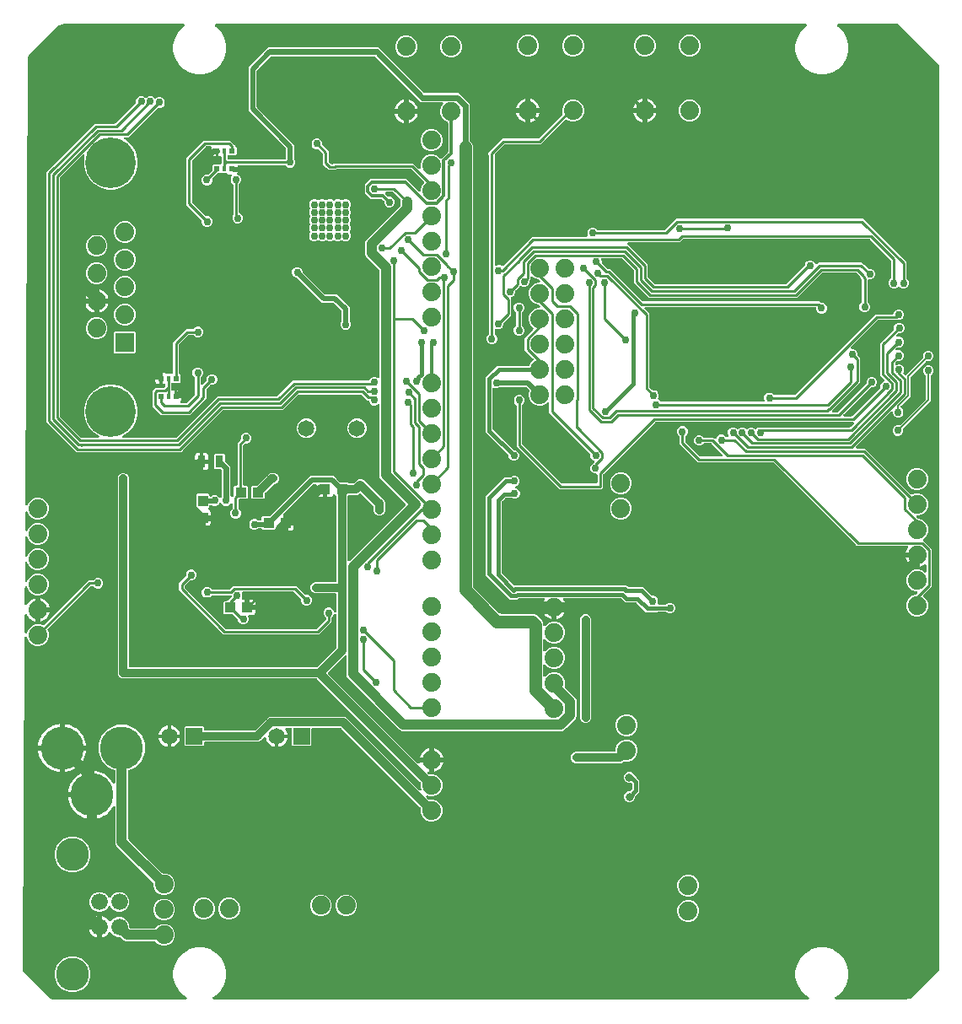
<source format=gbr>
G04 EAGLE Gerber X2 export*
%TF.Part,Single*%
%TF.FileFunction,Copper,L2,Bot,Mixed*%
%TF.FilePolarity,Positive*%
%TF.GenerationSoftware,Autodesk,EAGLE,8.6.0*%
%TF.CreationDate,2018-06-10T17:56:49Z*%
G75*
%MOMM*%
%FSLAX34Y34*%
%LPD*%
%AMOC8*
5,1,8,0,0,1.08239X$1,22.5*%
G01*
%ADD10C,1.651000*%
%ADD11R,1.651000X1.651000*%
%ADD12C,4.318000*%
%ADD13C,1.676400*%
%ADD14C,3.302000*%
%ADD15C,1.879600*%
%ADD16R,1.000000X1.100000*%
%ADD17R,1.100000X1.000000*%
%ADD18R,0.800000X1.200000*%
%ADD19C,0.762000*%
%ADD20R,0.600000X0.600000*%
%ADD21R,0.400000X0.600000*%
%ADD22R,1.879600X1.879600*%
%ADD23C,5.080000*%
%ADD24C,0.756400*%
%ADD25C,0.609600*%
%ADD26C,0.812800*%
%ADD27C,0.508000*%
%ADD28C,0.254000*%
%ADD29C,0.806400*%
%ADD30C,1.016000*%
%ADD31C,1.270000*%
%ADD32C,0.762000*%
%ADD33C,0.304800*%
%ADD34C,0.406400*%
%ADD35C,0.152400*%

G36*
X44389Y27828D02*
X44389Y27828D01*
X44528Y27851D01*
X44669Y27871D01*
X44692Y27879D01*
X44702Y27880D01*
X44719Y27888D01*
X44822Y27923D01*
X44864Y27941D01*
X46326Y27941D01*
X46345Y27943D01*
X46450Y27947D01*
X47904Y28090D01*
X48214Y27996D01*
X48319Y27978D01*
X48422Y27951D01*
X48506Y27946D01*
X48527Y27942D01*
X48543Y27943D01*
X48583Y27941D01*
X173874Y27941D01*
X174019Y27959D01*
X174164Y27974D01*
X174177Y27979D01*
X174190Y27981D01*
X174325Y28034D01*
X174462Y28085D01*
X174473Y28093D01*
X174486Y28098D01*
X174603Y28183D01*
X174723Y28266D01*
X174732Y28277D01*
X174743Y28284D01*
X174836Y28396D01*
X174931Y28507D01*
X174937Y28519D01*
X174946Y28529D01*
X175008Y28661D01*
X175073Y28792D01*
X175076Y28805D01*
X175081Y28817D01*
X175109Y28959D01*
X175139Y29103D01*
X175139Y29116D01*
X175141Y29129D01*
X175132Y29274D01*
X175126Y29420D01*
X175122Y29433D01*
X175121Y29447D01*
X175077Y29585D01*
X175035Y29725D01*
X175028Y29737D01*
X175023Y29749D01*
X174946Y29872D01*
X174870Y29997D01*
X174860Y30007D01*
X174853Y30018D01*
X174747Y30118D01*
X174643Y30220D01*
X174628Y30230D01*
X174622Y30236D01*
X174607Y30244D01*
X174509Y30309D01*
X171584Y31998D01*
X166618Y36964D01*
X163107Y43045D01*
X161289Y49829D01*
X161289Y56851D01*
X163107Y63635D01*
X166618Y69716D01*
X171584Y74682D01*
X177665Y78193D01*
X184449Y80011D01*
X191471Y80011D01*
X198255Y78193D01*
X204336Y74682D01*
X209302Y69716D01*
X212813Y63635D01*
X214631Y56851D01*
X214631Y49829D01*
X212813Y43045D01*
X209302Y36964D01*
X204336Y31998D01*
X201411Y30309D01*
X201295Y30221D01*
X201177Y30136D01*
X201168Y30125D01*
X201158Y30117D01*
X201067Y30003D01*
X200974Y29891D01*
X200968Y29878D01*
X200960Y29868D01*
X200900Y29734D01*
X200839Y29603D01*
X200836Y29590D01*
X200831Y29577D01*
X200806Y29433D01*
X200779Y29290D01*
X200780Y29277D01*
X200777Y29264D01*
X200790Y29118D01*
X200799Y28973D01*
X200803Y28960D01*
X200804Y28947D01*
X200852Y28809D01*
X200897Y28671D01*
X200904Y28659D01*
X200908Y28646D01*
X200989Y28525D01*
X201067Y28402D01*
X201077Y28393D01*
X201084Y28381D01*
X201192Y28284D01*
X201298Y28184D01*
X201310Y28177D01*
X201320Y28168D01*
X201449Y28101D01*
X201577Y28030D01*
X201590Y28027D01*
X201602Y28021D01*
X201744Y27987D01*
X201885Y27951D01*
X201903Y27950D01*
X201912Y27948D01*
X201929Y27948D01*
X202046Y27941D01*
X798714Y27941D01*
X798859Y27959D01*
X799004Y27974D01*
X799017Y27979D01*
X799030Y27981D01*
X799165Y28034D01*
X799302Y28085D01*
X799313Y28093D01*
X799326Y28098D01*
X799443Y28183D01*
X799563Y28266D01*
X799572Y28277D01*
X799583Y28284D01*
X799676Y28396D01*
X799771Y28507D01*
X799777Y28519D01*
X799786Y28529D01*
X799848Y28661D01*
X799913Y28792D01*
X799916Y28805D01*
X799921Y28817D01*
X799949Y28959D01*
X799979Y29103D01*
X799979Y29116D01*
X799981Y29129D01*
X799972Y29274D01*
X799966Y29420D01*
X799962Y29433D01*
X799961Y29447D01*
X799917Y29585D01*
X799875Y29725D01*
X799868Y29737D01*
X799863Y29749D01*
X799786Y29872D01*
X799710Y29997D01*
X799700Y30007D01*
X799693Y30018D01*
X799587Y30118D01*
X799483Y30220D01*
X799468Y30230D01*
X799462Y30236D01*
X799447Y30244D01*
X799349Y30309D01*
X796424Y31998D01*
X791458Y36964D01*
X787947Y43045D01*
X786129Y49829D01*
X786129Y56851D01*
X787947Y63635D01*
X791458Y69716D01*
X796424Y74682D01*
X802505Y78193D01*
X809289Y80011D01*
X816311Y80011D01*
X823095Y78193D01*
X829176Y74682D01*
X834142Y69716D01*
X837653Y63635D01*
X839471Y56851D01*
X839471Y49829D01*
X837653Y43045D01*
X834142Y36964D01*
X829176Y31998D01*
X826251Y30309D01*
X826135Y30221D01*
X826017Y30136D01*
X826008Y30125D01*
X825998Y30117D01*
X825907Y30003D01*
X825814Y29891D01*
X825808Y29878D01*
X825800Y29868D01*
X825740Y29734D01*
X825679Y29603D01*
X825676Y29590D01*
X825671Y29577D01*
X825646Y29433D01*
X825619Y29290D01*
X825620Y29277D01*
X825617Y29264D01*
X825630Y29118D01*
X825639Y28973D01*
X825643Y28960D01*
X825644Y28947D01*
X825692Y28809D01*
X825737Y28671D01*
X825744Y28659D01*
X825748Y28646D01*
X825829Y28525D01*
X825907Y28402D01*
X825917Y28393D01*
X825924Y28381D01*
X826032Y28284D01*
X826138Y28184D01*
X826150Y28177D01*
X826160Y28168D01*
X826289Y28101D01*
X826417Y28030D01*
X826430Y28027D01*
X826442Y28021D01*
X826584Y27987D01*
X826725Y27951D01*
X826743Y27950D01*
X826752Y27948D01*
X826769Y27948D01*
X826886Y27941D01*
X887714Y27941D01*
X887826Y27955D01*
X887939Y27961D01*
X888008Y27978D01*
X888029Y27981D01*
X888047Y27987D01*
X888095Y27999D01*
X888347Y28079D01*
X889861Y27946D01*
X889883Y27946D01*
X889972Y27941D01*
X891498Y27941D01*
X891621Y27907D01*
X891764Y27866D01*
X891778Y27864D01*
X891785Y27862D01*
X891800Y27862D01*
X891924Y27850D01*
X894513Y27768D01*
X894540Y27771D01*
X894566Y27768D01*
X894726Y27780D01*
X901340Y28689D01*
X901351Y28692D01*
X901364Y28693D01*
X901505Y28734D01*
X901647Y28772D01*
X901657Y28778D01*
X901669Y28781D01*
X901796Y28856D01*
X901924Y28928D01*
X901933Y28936D01*
X901943Y28943D01*
X902064Y29049D01*
X930213Y57198D01*
X930250Y57246D01*
X930294Y57287D01*
X930347Y57371D01*
X930408Y57449D01*
X930432Y57505D01*
X930464Y57556D01*
X930523Y57706D01*
X930561Y57821D01*
X930566Y57847D01*
X930576Y57872D01*
X930609Y58029D01*
X930896Y60013D01*
X930896Y60024D01*
X930899Y60034D01*
X930909Y60195D01*
X930909Y964933D01*
X930907Y964954D01*
X930904Y965046D01*
X930878Y965340D01*
X930869Y965381D01*
X930867Y965424D01*
X930835Y965536D01*
X930810Y965651D01*
X930791Y965689D01*
X930779Y965729D01*
X930720Y965830D01*
X930667Y965935D01*
X930639Y965967D01*
X930617Y966003D01*
X930511Y966124D01*
X890240Y1006395D01*
X890131Y1006479D01*
X890026Y1006567D01*
X890006Y1006577D01*
X889988Y1006590D01*
X889862Y1006645D01*
X889739Y1006703D01*
X889709Y1006711D01*
X889697Y1006717D01*
X889676Y1006720D01*
X889583Y1006744D01*
X888372Y1006978D01*
X888346Y1006980D01*
X888320Y1006987D01*
X888160Y1007001D01*
X883360Y1007109D01*
X883351Y1007108D01*
X883331Y1007109D01*
X882854Y1007109D01*
X882841Y1007108D01*
X882811Y1007109D01*
X880958Y1007046D01*
X880890Y1007062D01*
X880748Y1007099D01*
X880732Y1007100D01*
X880724Y1007102D01*
X880708Y1007102D01*
X880588Y1007109D01*
X829085Y1007109D01*
X828941Y1007091D01*
X828796Y1007076D01*
X828783Y1007071D01*
X828770Y1007069D01*
X828635Y1007016D01*
X828498Y1006965D01*
X828486Y1006957D01*
X828474Y1006952D01*
X828356Y1006867D01*
X828236Y1006784D01*
X828228Y1006774D01*
X828217Y1006766D01*
X828123Y1006653D01*
X828028Y1006543D01*
X828022Y1006531D01*
X828014Y1006521D01*
X827952Y1006389D01*
X827887Y1006258D01*
X827884Y1006245D01*
X827878Y1006233D01*
X827851Y1006090D01*
X827820Y1005947D01*
X827821Y1005934D01*
X827819Y1005921D01*
X827828Y1005776D01*
X827834Y1005630D01*
X827837Y1005616D01*
X827838Y1005603D01*
X827883Y1005465D01*
X827925Y1005325D01*
X827932Y1005313D01*
X827936Y1005301D01*
X828014Y1005178D01*
X828090Y1005053D01*
X828099Y1005043D01*
X828106Y1005032D01*
X828213Y1004932D01*
X828317Y1004830D01*
X828332Y1004820D01*
X828338Y1004814D01*
X828353Y1004806D01*
X828451Y1004741D01*
X829176Y1004322D01*
X834142Y999356D01*
X837653Y993275D01*
X839471Y986491D01*
X839471Y979469D01*
X837653Y972685D01*
X834142Y966604D01*
X829176Y961638D01*
X823095Y958127D01*
X816311Y956309D01*
X809289Y956309D01*
X802505Y958127D01*
X796424Y961638D01*
X791458Y966604D01*
X787947Y972685D01*
X786129Y979469D01*
X786129Y986491D01*
X787947Y993275D01*
X791458Y999356D01*
X796424Y1004322D01*
X797149Y1004741D01*
X797266Y1004829D01*
X797383Y1004914D01*
X797392Y1004925D01*
X797403Y1004933D01*
X797493Y1005047D01*
X797586Y1005159D01*
X797592Y1005172D01*
X797600Y1005182D01*
X797660Y1005316D01*
X797722Y1005447D01*
X797724Y1005460D01*
X797730Y1005473D01*
X797754Y1005618D01*
X797781Y1005760D01*
X797781Y1005773D01*
X797783Y1005786D01*
X797771Y1005932D01*
X797762Y1006077D01*
X797758Y1006090D01*
X797756Y1006103D01*
X797709Y1006241D01*
X797664Y1006379D01*
X797656Y1006391D01*
X797652Y1006404D01*
X797572Y1006525D01*
X797494Y1006648D01*
X797484Y1006657D01*
X797476Y1006669D01*
X797368Y1006766D01*
X797262Y1006866D01*
X797250Y1006873D01*
X797240Y1006882D01*
X797111Y1006949D01*
X796983Y1007020D01*
X796970Y1007023D01*
X796958Y1007029D01*
X796816Y1007063D01*
X796675Y1007099D01*
X796657Y1007100D01*
X796649Y1007102D01*
X796632Y1007102D01*
X796515Y1007109D01*
X204245Y1007109D01*
X204101Y1007091D01*
X203956Y1007076D01*
X203943Y1007071D01*
X203930Y1007069D01*
X203795Y1007016D01*
X203658Y1006965D01*
X203646Y1006957D01*
X203634Y1006952D01*
X203516Y1006867D01*
X203396Y1006784D01*
X203388Y1006774D01*
X203377Y1006766D01*
X203283Y1006653D01*
X203188Y1006543D01*
X203182Y1006531D01*
X203174Y1006521D01*
X203112Y1006389D01*
X203047Y1006258D01*
X203044Y1006245D01*
X203038Y1006233D01*
X203011Y1006090D01*
X202980Y1005947D01*
X202981Y1005934D01*
X202979Y1005921D01*
X202988Y1005776D01*
X202994Y1005630D01*
X202997Y1005616D01*
X202998Y1005603D01*
X203043Y1005465D01*
X203085Y1005325D01*
X203092Y1005313D01*
X203096Y1005301D01*
X203174Y1005178D01*
X203250Y1005053D01*
X203259Y1005043D01*
X203266Y1005032D01*
X203373Y1004932D01*
X203477Y1004830D01*
X203492Y1004820D01*
X203498Y1004814D01*
X203513Y1004806D01*
X203611Y1004741D01*
X204336Y1004322D01*
X209302Y999356D01*
X212813Y993275D01*
X214631Y986491D01*
X214631Y979469D01*
X212813Y972685D01*
X209302Y966604D01*
X204336Y961638D01*
X198255Y958127D01*
X191471Y956309D01*
X184449Y956309D01*
X177665Y958127D01*
X171584Y961638D01*
X166618Y966604D01*
X163107Y972685D01*
X161289Y979469D01*
X161289Y986491D01*
X163107Y993275D01*
X166618Y999356D01*
X171584Y1004322D01*
X172309Y1004741D01*
X172426Y1004829D01*
X172543Y1004914D01*
X172552Y1004925D01*
X172563Y1004933D01*
X172653Y1005047D01*
X172746Y1005159D01*
X172752Y1005172D01*
X172760Y1005182D01*
X172820Y1005316D01*
X172882Y1005447D01*
X172884Y1005460D01*
X172890Y1005473D01*
X172914Y1005618D01*
X172941Y1005760D01*
X172941Y1005773D01*
X172943Y1005786D01*
X172931Y1005932D01*
X172922Y1006077D01*
X172918Y1006090D01*
X172916Y1006103D01*
X172869Y1006241D01*
X172824Y1006379D01*
X172816Y1006391D01*
X172812Y1006404D01*
X172732Y1006525D01*
X172654Y1006648D01*
X172644Y1006657D01*
X172636Y1006669D01*
X172528Y1006766D01*
X172422Y1006866D01*
X172410Y1006873D01*
X172400Y1006882D01*
X172271Y1006949D01*
X172143Y1007020D01*
X172130Y1007023D01*
X172118Y1007029D01*
X171976Y1007063D01*
X171835Y1007099D01*
X171817Y1007100D01*
X171809Y1007102D01*
X171792Y1007102D01*
X171675Y1007109D01*
X59938Y1007109D01*
X59796Y1007091D01*
X59654Y1007077D01*
X59633Y1007071D01*
X59623Y1007069D01*
X59605Y1007062D01*
X59518Y1007037D01*
X57723Y1007108D01*
X57708Y1007107D01*
X57673Y1007109D01*
X56883Y1007109D01*
X56876Y1007108D01*
X56862Y1007109D01*
X52978Y1007046D01*
X52951Y1007043D01*
X52925Y1007044D01*
X52765Y1007025D01*
X46863Y1005924D01*
X46729Y1005880D01*
X46593Y1005841D01*
X46577Y1005832D01*
X46560Y1005826D01*
X46441Y1005752D01*
X46319Y1005680D01*
X46300Y1005663D01*
X46291Y1005657D01*
X46278Y1005643D01*
X46198Y1005573D01*
X16510Y975885D01*
X16455Y975814D01*
X16392Y975748D01*
X16358Y975688D01*
X16315Y975634D01*
X16279Y975551D01*
X16234Y975472D01*
X16195Y975357D01*
X16189Y975342D01*
X16188Y975335D01*
X16183Y975319D01*
X15437Y972564D01*
X15433Y972538D01*
X15424Y972513D01*
X15399Y972354D01*
X14980Y968003D01*
X14980Y967982D01*
X14974Y967888D01*
X12750Y525091D01*
X12759Y525018D01*
X12758Y524945D01*
X12778Y524861D01*
X12789Y524775D01*
X12815Y524707D01*
X12832Y524636D01*
X12873Y524559D01*
X12904Y524479D01*
X12947Y524420D01*
X12981Y524355D01*
X13039Y524291D01*
X13090Y524220D01*
X13146Y524174D01*
X13195Y524120D01*
X13267Y524072D01*
X13334Y524016D01*
X13400Y523985D01*
X13460Y523945D01*
X13542Y523917D01*
X13621Y523879D01*
X13692Y523865D01*
X13761Y523842D01*
X13848Y523835D01*
X13933Y523818D01*
X14006Y523822D01*
X14078Y523816D01*
X14164Y523831D01*
X14250Y523836D01*
X14320Y523858D01*
X14392Y523871D01*
X14471Y523906D01*
X14553Y523933D01*
X14615Y523971D01*
X14682Y524001D01*
X14749Y524056D01*
X14823Y524102D01*
X14873Y524154D01*
X14930Y524200D01*
X14982Y524269D01*
X15042Y524332D01*
X15077Y524396D01*
X15121Y524454D01*
X15192Y524599D01*
X16140Y526887D01*
X19213Y529960D01*
X23227Y531623D01*
X27573Y531623D01*
X31587Y529960D01*
X34660Y526887D01*
X36323Y522873D01*
X36323Y518527D01*
X34660Y514513D01*
X31587Y511440D01*
X27573Y509777D01*
X23227Y509777D01*
X19213Y511440D01*
X16140Y514513D01*
X15149Y516906D01*
X15138Y516925D01*
X15133Y516941D01*
X15112Y516974D01*
X15091Y517026D01*
X15037Y517102D01*
X14991Y517183D01*
X14945Y517231D01*
X14906Y517285D01*
X14835Y517344D01*
X14770Y517411D01*
X14713Y517446D01*
X14662Y517489D01*
X14578Y517529D01*
X14499Y517577D01*
X14435Y517597D01*
X14375Y517626D01*
X14284Y517644D01*
X14195Y517671D01*
X14128Y517674D01*
X14063Y517687D01*
X13970Y517682D01*
X13877Y517686D01*
X13812Y517673D01*
X13745Y517669D01*
X13657Y517641D01*
X13566Y517622D01*
X13506Y517592D01*
X13442Y517572D01*
X13364Y517523D01*
X13280Y517482D01*
X13229Y517439D01*
X13173Y517403D01*
X13109Y517336D01*
X13038Y517276D01*
X13000Y517221D01*
X12954Y517173D01*
X12909Y517092D01*
X12855Y517016D01*
X12831Y516953D01*
X12799Y516895D01*
X12776Y516809D01*
X12769Y516794D01*
X12767Y516784D01*
X12742Y516718D01*
X12735Y516652D01*
X12718Y516588D01*
X12711Y516493D01*
X12709Y516482D01*
X12710Y516471D01*
X12707Y516427D01*
X12621Y499379D01*
X12630Y499307D01*
X12629Y499234D01*
X12649Y499149D01*
X12659Y499063D01*
X12686Y498995D01*
X12703Y498924D01*
X12744Y498848D01*
X12775Y498767D01*
X12818Y498708D01*
X12852Y498643D01*
X12910Y498579D01*
X12961Y498509D01*
X13017Y498462D01*
X13066Y498408D01*
X13138Y498360D01*
X13205Y498305D01*
X13270Y498273D01*
X13331Y498233D01*
X13413Y498205D01*
X13492Y498168D01*
X13563Y498154D01*
X13632Y498130D01*
X13719Y498123D01*
X13804Y498106D01*
X13876Y498111D01*
X13949Y498105D01*
X14035Y498120D01*
X14121Y498125D01*
X14191Y498147D01*
X14263Y498159D01*
X14342Y498195D01*
X14424Y498221D01*
X14486Y498260D01*
X14552Y498290D01*
X14620Y498344D01*
X14694Y498390D01*
X14744Y498443D01*
X14801Y498488D01*
X14853Y498558D01*
X14913Y498620D01*
X14948Y498684D01*
X14992Y498742D01*
X15063Y498887D01*
X16140Y501487D01*
X19213Y504560D01*
X23227Y506223D01*
X27573Y506223D01*
X31587Y504560D01*
X34660Y501487D01*
X36323Y497473D01*
X36323Y493127D01*
X34660Y489113D01*
X31587Y486040D01*
X27573Y484377D01*
X23227Y484377D01*
X19213Y486040D01*
X16140Y489113D01*
X15023Y491811D01*
X14990Y491868D01*
X14965Y491931D01*
X14911Y492006D01*
X14865Y492087D01*
X14819Y492135D01*
X14780Y492189D01*
X14709Y492249D01*
X14644Y492315D01*
X14587Y492350D01*
X14536Y492393D01*
X14452Y492433D01*
X14373Y492482D01*
X14309Y492501D01*
X14249Y492530D01*
X14158Y492548D01*
X14069Y492575D01*
X14002Y492578D01*
X13937Y492591D01*
X13844Y492586D01*
X13751Y492590D01*
X13686Y492577D01*
X13619Y492573D01*
X13531Y492545D01*
X13440Y492526D01*
X13380Y492497D01*
X13316Y492477D01*
X13238Y492427D01*
X13154Y492386D01*
X13103Y492343D01*
X13047Y492308D01*
X12983Y492240D01*
X12912Y492180D01*
X12874Y492125D01*
X12828Y492077D01*
X12783Y491996D01*
X12729Y491920D01*
X12705Y491858D01*
X12673Y491799D01*
X12649Y491710D01*
X12616Y491623D01*
X12609Y491556D01*
X12592Y491492D01*
X12581Y491331D01*
X12492Y473667D01*
X12501Y473595D01*
X12500Y473522D01*
X12520Y473438D01*
X12530Y473352D01*
X12557Y473284D01*
X12574Y473213D01*
X12614Y473136D01*
X12646Y473055D01*
X12688Y472996D01*
X12723Y472932D01*
X12781Y472867D01*
X12831Y472797D01*
X12887Y472750D01*
X12937Y472696D01*
X13009Y472649D01*
X13075Y472593D01*
X13141Y472562D01*
X13202Y472521D01*
X13284Y472493D01*
X13362Y472456D01*
X13434Y472442D01*
X13503Y472418D01*
X13589Y472411D01*
X13674Y472395D01*
X13747Y472399D01*
X13820Y472393D01*
X13906Y472408D01*
X13992Y472413D01*
X14062Y472435D01*
X14133Y472447D01*
X14212Y472483D01*
X14295Y472509D01*
X14357Y472548D01*
X14423Y472578D01*
X14491Y472632D01*
X14565Y472678D01*
X14615Y472731D01*
X14672Y472777D01*
X14724Y472846D01*
X14784Y472909D01*
X14819Y472972D01*
X14863Y473031D01*
X14934Y473175D01*
X16140Y476087D01*
X19213Y479160D01*
X23227Y480823D01*
X27573Y480823D01*
X31587Y479160D01*
X34660Y476087D01*
X36323Y472073D01*
X36323Y467727D01*
X34660Y463713D01*
X31587Y460640D01*
X27573Y458977D01*
X23227Y458977D01*
X19213Y460640D01*
X16140Y463713D01*
X14897Y466715D01*
X14864Y466773D01*
X14839Y466835D01*
X14785Y466910D01*
X14739Y466991D01*
X14693Y467039D01*
X14654Y467093D01*
X14583Y467153D01*
X14518Y467220D01*
X14461Y467254D01*
X14410Y467297D01*
X14326Y467337D01*
X14247Y467386D01*
X14183Y467405D01*
X14123Y467434D01*
X14032Y467452D01*
X13943Y467479D01*
X13876Y467483D01*
X13811Y467495D01*
X13718Y467490D01*
X13625Y467495D01*
X13560Y467481D01*
X13493Y467477D01*
X13405Y467449D01*
X13314Y467430D01*
X13254Y467401D01*
X13190Y467381D01*
X13112Y467331D01*
X13028Y467291D01*
X12977Y467247D01*
X12921Y467212D01*
X12857Y467145D01*
X12786Y467084D01*
X12748Y467030D01*
X12702Y466981D01*
X12656Y466900D01*
X12603Y466824D01*
X12579Y466762D01*
X12547Y466704D01*
X12523Y466614D01*
X12490Y466527D01*
X12483Y466461D01*
X12466Y466396D01*
X12455Y466236D01*
X12363Y447956D01*
X12372Y447883D01*
X12371Y447810D01*
X12391Y447726D01*
X12401Y447640D01*
X12428Y447572D01*
X12445Y447501D01*
X12485Y447424D01*
X12517Y447344D01*
X12559Y447284D01*
X12593Y447220D01*
X12652Y447156D01*
X12702Y447085D01*
X12758Y447039D01*
X12807Y446985D01*
X12880Y446937D01*
X12946Y446881D01*
X13012Y446850D01*
X13073Y446810D01*
X13155Y446782D01*
X13233Y446744D01*
X13305Y446730D01*
X13374Y446707D01*
X13460Y446700D01*
X13545Y446683D01*
X13618Y446687D01*
X13691Y446681D01*
X13776Y446696D01*
X13863Y446701D01*
X13932Y446723D01*
X14004Y446736D01*
X14083Y446771D01*
X14166Y446798D01*
X14228Y446836D01*
X14294Y446866D01*
X14362Y446921D01*
X14435Y446966D01*
X14486Y447019D01*
X14543Y447065D01*
X14595Y447134D01*
X14655Y447197D01*
X14690Y447261D01*
X14734Y447319D01*
X14805Y447464D01*
X16140Y450687D01*
X19213Y453760D01*
X23227Y455423D01*
X27573Y455423D01*
X31587Y453760D01*
X34660Y450687D01*
X36323Y446673D01*
X36323Y442327D01*
X34660Y438313D01*
X31587Y435240D01*
X27573Y433577D01*
X23227Y433577D01*
X19213Y435240D01*
X16140Y438313D01*
X14771Y441619D01*
X14738Y441677D01*
X14713Y441739D01*
X14659Y441814D01*
X14613Y441895D01*
X14567Y441943D01*
X14528Y441997D01*
X14457Y442057D01*
X14392Y442124D01*
X14335Y442159D01*
X14284Y442201D01*
X14200Y442241D01*
X14121Y442290D01*
X14057Y442310D01*
X13997Y442338D01*
X13906Y442356D01*
X13817Y442384D01*
X13750Y442387D01*
X13685Y442400D01*
X13592Y442394D01*
X13499Y442399D01*
X13434Y442385D01*
X13367Y442381D01*
X13279Y442353D01*
X13188Y442334D01*
X13128Y442305D01*
X13064Y442285D01*
X12986Y442236D01*
X12902Y442195D01*
X12851Y442151D01*
X12795Y442116D01*
X12731Y442049D01*
X12660Y441988D01*
X12622Y441934D01*
X12576Y441886D01*
X12530Y441804D01*
X12477Y441728D01*
X12453Y441666D01*
X12421Y441608D01*
X12397Y441518D01*
X12364Y441431D01*
X12357Y441365D01*
X12340Y441300D01*
X12329Y441140D01*
X12247Y424876D01*
X12250Y424854D01*
X12248Y424830D01*
X12269Y424696D01*
X12285Y424561D01*
X12294Y424539D01*
X12297Y424516D01*
X12352Y424391D01*
X12401Y424264D01*
X12414Y424246D01*
X12424Y424224D01*
X12507Y424117D01*
X12586Y424006D01*
X12604Y423991D01*
X12618Y423973D01*
X12726Y423890D01*
X12830Y423802D01*
X12851Y423792D01*
X12870Y423778D01*
X12995Y423724D01*
X13117Y423665D01*
X13140Y423661D01*
X13161Y423652D01*
X13296Y423630D01*
X13429Y423604D01*
X13453Y423605D01*
X13475Y423602D01*
X13611Y423614D01*
X13747Y423622D01*
X13769Y423629D01*
X13792Y423631D01*
X13920Y423677D01*
X14050Y423719D01*
X14070Y423731D01*
X14091Y423739D01*
X14204Y423815D01*
X14320Y423887D01*
X14335Y423904D01*
X14355Y423917D01*
X14445Y424019D01*
X14539Y424118D01*
X14550Y424138D01*
X14565Y424155D01*
X14647Y424294D01*
X15189Y425357D01*
X16294Y426878D01*
X17622Y428206D01*
X19143Y429311D01*
X20817Y430164D01*
X22604Y430745D01*
X22861Y430785D01*
X22861Y420370D01*
X22876Y420252D01*
X22883Y420133D01*
X22896Y420095D01*
X22901Y420055D01*
X22944Y419944D01*
X22981Y419831D01*
X23003Y419797D01*
X23018Y419759D01*
X23088Y419663D01*
X23151Y419562D01*
X23181Y419534D01*
X23204Y419502D01*
X23296Y419426D01*
X23383Y419344D01*
X23418Y419325D01*
X23449Y419299D01*
X23557Y419248D01*
X23661Y419191D01*
X23701Y419180D01*
X23737Y419163D01*
X23854Y419141D01*
X23969Y419111D01*
X24030Y419107D01*
X24050Y419103D01*
X24070Y419105D01*
X24130Y419101D01*
X25401Y419101D01*
X25401Y419099D01*
X24130Y419099D01*
X24012Y419084D01*
X23893Y419077D01*
X23855Y419064D01*
X23814Y419059D01*
X23704Y419015D01*
X23591Y418979D01*
X23556Y418957D01*
X23519Y418942D01*
X23423Y418872D01*
X23322Y418809D01*
X23294Y418779D01*
X23261Y418755D01*
X23186Y418664D01*
X23104Y418577D01*
X23084Y418542D01*
X23059Y418510D01*
X23008Y418403D01*
X22950Y418298D01*
X22940Y418259D01*
X22923Y418223D01*
X22901Y418106D01*
X22871Y417991D01*
X22867Y417930D01*
X22863Y417910D01*
X22865Y417890D01*
X22861Y417830D01*
X22861Y407415D01*
X22604Y407455D01*
X20817Y408036D01*
X19143Y408889D01*
X17622Y409994D01*
X16294Y411322D01*
X15189Y412843D01*
X14590Y414019D01*
X14580Y414033D01*
X14574Y414048D01*
X14491Y414164D01*
X14411Y414282D01*
X14399Y414293D01*
X14389Y414306D01*
X14279Y414398D01*
X14173Y414492D01*
X14158Y414500D01*
X14145Y414510D01*
X14016Y414572D01*
X13889Y414637D01*
X13873Y414640D01*
X13858Y414647D01*
X13718Y414675D01*
X13579Y414706D01*
X13562Y414706D01*
X13546Y414709D01*
X13403Y414701D01*
X13261Y414696D01*
X13245Y414692D01*
X13228Y414691D01*
X13092Y414647D01*
X12956Y414608D01*
X12941Y414599D01*
X12925Y414594D01*
X12805Y414519D01*
X12682Y414446D01*
X12670Y414434D01*
X12656Y414425D01*
X12558Y414322D01*
X12457Y414221D01*
X12448Y414207D01*
X12437Y414195D01*
X12367Y414070D01*
X12295Y413948D01*
X12290Y413932D01*
X12282Y413917D01*
X12245Y413779D01*
X12206Y413642D01*
X12205Y413626D01*
X12201Y413610D01*
X12190Y413449D01*
X12105Y396532D01*
X12114Y396460D01*
X12112Y396387D01*
X12133Y396302D01*
X12143Y396217D01*
X12169Y396149D01*
X12187Y396078D01*
X12227Y396001D01*
X12259Y395920D01*
X12301Y395861D01*
X12335Y395797D01*
X12394Y395732D01*
X12444Y395662D01*
X12500Y395615D01*
X12549Y395561D01*
X12622Y395514D01*
X12688Y395458D01*
X12754Y395427D01*
X12815Y395386D01*
X12897Y395358D01*
X12975Y395321D01*
X13047Y395307D01*
X13116Y395283D01*
X13202Y395276D01*
X13287Y395260D01*
X13360Y395264D01*
X13433Y395258D01*
X13518Y395273D01*
X13605Y395278D01*
X13674Y395300D01*
X13746Y395312D01*
X13825Y395348D01*
X13908Y395374D01*
X13969Y395413D01*
X14036Y395443D01*
X14104Y395497D01*
X14177Y395543D01*
X14227Y395596D01*
X14284Y395642D01*
X14337Y395711D01*
X14396Y395774D01*
X14432Y395837D01*
X14476Y395896D01*
X14547Y396040D01*
X16140Y399887D01*
X19213Y402960D01*
X23227Y404623D01*
X27573Y404623D01*
X30182Y403542D01*
X30210Y403534D01*
X30236Y403521D01*
X30363Y403492D01*
X30488Y403458D01*
X30518Y403458D01*
X30547Y403451D01*
X30676Y403455D01*
X30806Y403453D01*
X30835Y403460D01*
X30865Y403461D01*
X30989Y403497D01*
X31116Y403527D01*
X31142Y403541D01*
X31170Y403549D01*
X31282Y403615D01*
X31397Y403676D01*
X31419Y403696D01*
X31444Y403711D01*
X31565Y403817D01*
X74304Y446556D01*
X76312Y448565D01*
X80489Y448565D01*
X80587Y448577D01*
X80686Y448580D01*
X80745Y448597D01*
X80805Y448605D01*
X80897Y448641D01*
X80992Y448669D01*
X81044Y448699D01*
X81100Y448722D01*
X81180Y448780D01*
X81266Y448830D01*
X81341Y448896D01*
X81358Y448908D01*
X81365Y448918D01*
X81387Y448936D01*
X82719Y450269D01*
X84669Y451077D01*
X86781Y451077D01*
X88731Y450269D01*
X90224Y448776D01*
X91032Y446826D01*
X91032Y444714D01*
X90224Y442764D01*
X88731Y441271D01*
X86781Y440463D01*
X84669Y440463D01*
X82719Y441271D01*
X81387Y442604D01*
X81308Y442664D01*
X81236Y442732D01*
X81183Y442761D01*
X81135Y442798D01*
X81044Y442838D01*
X80958Y442886D01*
X80899Y442901D01*
X80843Y442925D01*
X80746Y442940D01*
X80650Y442965D01*
X80550Y442971D01*
X80529Y442975D01*
X80517Y442973D01*
X80489Y442975D01*
X79153Y442975D01*
X79055Y442963D01*
X78956Y442960D01*
X78898Y442943D01*
X78838Y442935D01*
X78746Y442899D01*
X78651Y442871D01*
X78598Y442841D01*
X78542Y442818D01*
X78462Y442760D01*
X78377Y442710D01*
X78301Y442644D01*
X78285Y442632D01*
X78277Y442622D01*
X78256Y442604D01*
X35517Y399865D01*
X35499Y399841D01*
X35477Y399822D01*
X35402Y399716D01*
X35322Y399614D01*
X35310Y399586D01*
X35294Y399562D01*
X35248Y399441D01*
X35196Y399322D01*
X35191Y399293D01*
X35181Y399265D01*
X35166Y399136D01*
X35146Y399008D01*
X35149Y398978D01*
X35146Y398949D01*
X35164Y398820D01*
X35176Y398691D01*
X35186Y398663D01*
X35190Y398634D01*
X35242Y398482D01*
X36323Y395873D01*
X36323Y391527D01*
X34660Y387513D01*
X31587Y384440D01*
X27573Y382777D01*
X23227Y382777D01*
X19213Y384440D01*
X16140Y387513D01*
X14519Y391428D01*
X14486Y391485D01*
X14461Y391547D01*
X14407Y391623D01*
X14361Y391704D01*
X14315Y391752D01*
X14276Y391806D01*
X14205Y391865D01*
X14140Y391932D01*
X14083Y391967D01*
X14032Y392010D01*
X13948Y392050D01*
X13869Y392098D01*
X13805Y392118D01*
X13745Y392147D01*
X13654Y392165D01*
X13565Y392192D01*
X13498Y392195D01*
X13433Y392208D01*
X13340Y392203D01*
X13247Y392207D01*
X13182Y392194D01*
X13115Y392190D01*
X13027Y392162D01*
X12936Y392143D01*
X12876Y392114D01*
X12812Y392093D01*
X12734Y392044D01*
X12650Y392003D01*
X12599Y391960D01*
X12543Y391925D01*
X12479Y391857D01*
X12408Y391797D01*
X12369Y391742D01*
X12324Y391694D01*
X12278Y391613D01*
X12225Y391537D01*
X12201Y391475D01*
X12169Y391416D01*
X12145Y391326D01*
X12112Y391239D01*
X12105Y391173D01*
X12088Y391109D01*
X12077Y390948D01*
X10400Y56999D01*
X10402Y56982D01*
X10400Y56965D01*
X10414Y56804D01*
X10428Y56708D01*
X10430Y56703D01*
X10430Y56699D01*
X10472Y56553D01*
X10515Y56402D01*
X10517Y56398D01*
X10518Y56394D01*
X10597Y56260D01*
X10674Y56127D01*
X10677Y56123D01*
X10680Y56120D01*
X10786Y55999D01*
X38279Y28506D01*
X38294Y28495D01*
X38305Y28480D01*
X38419Y28397D01*
X38530Y28311D01*
X38547Y28304D01*
X38562Y28293D01*
X38693Y28241D01*
X38822Y28185D01*
X38840Y28182D01*
X38857Y28175D01*
X39016Y28144D01*
X42097Y27750D01*
X42123Y27750D01*
X42149Y27745D01*
X42310Y27741D01*
X44389Y27828D01*
G37*
%LPC*%
G36*
X418515Y206565D02*
X418515Y206565D01*
X414500Y208228D01*
X411428Y211300D01*
X409765Y215315D01*
X409765Y219755D01*
X409772Y219781D01*
X409772Y219811D01*
X409779Y219840D01*
X409775Y219970D01*
X409777Y220099D01*
X409770Y220128D01*
X409769Y220158D01*
X409733Y220283D01*
X409703Y220409D01*
X409689Y220435D01*
X409681Y220464D01*
X409615Y220575D01*
X409555Y220690D01*
X409535Y220712D01*
X409519Y220738D01*
X409413Y220858D01*
X330289Y299983D01*
X330211Y300043D01*
X330138Y300111D01*
X330085Y300140D01*
X330038Y300177D01*
X329947Y300217D01*
X329860Y300265D01*
X329801Y300280D01*
X329746Y300304D01*
X329648Y300319D01*
X329552Y300344D01*
X329452Y300350D01*
X329432Y300354D01*
X329419Y300352D01*
X329391Y300354D01*
X301361Y300354D01*
X301243Y300339D01*
X301125Y300332D01*
X301086Y300319D01*
X301046Y300314D01*
X300935Y300271D01*
X300822Y300234D01*
X300788Y300212D01*
X300750Y300197D01*
X300654Y300128D01*
X300553Y300064D01*
X300526Y300034D01*
X300493Y300011D01*
X300417Y299919D01*
X300335Y299832D01*
X300316Y299797D01*
X300290Y299766D01*
X300239Y299658D01*
X300182Y299554D01*
X300172Y299514D01*
X300155Y299478D01*
X300132Y299361D01*
X300102Y299246D01*
X300099Y299186D01*
X300095Y299166D01*
X300096Y299145D01*
X300092Y299085D01*
X300092Y283213D01*
X299199Y282320D01*
X281426Y282320D01*
X280533Y283213D01*
X280533Y299085D01*
X280518Y299203D01*
X280510Y299322D01*
X280498Y299360D01*
X280493Y299401D01*
X280449Y299511D01*
X280412Y299624D01*
X280391Y299659D01*
X280376Y299696D01*
X280306Y299792D01*
X280242Y299893D01*
X280213Y299921D01*
X280189Y299954D01*
X280097Y300030D01*
X280011Y300111D01*
X279975Y300131D01*
X279944Y300156D01*
X279836Y300207D01*
X279732Y300265D01*
X279693Y300275D01*
X279656Y300292D01*
X279540Y300314D01*
X279424Y300344D01*
X279364Y300348D01*
X279344Y300352D01*
X279324Y300350D01*
X279264Y300354D01*
X275151Y300354D01*
X275111Y300349D01*
X275072Y300352D01*
X274954Y300329D01*
X274835Y300314D01*
X274798Y300300D01*
X274759Y300292D01*
X274651Y300241D01*
X274539Y300197D01*
X274507Y300174D01*
X274471Y300157D01*
X274379Y300081D01*
X274282Y300011D01*
X274257Y299980D01*
X274226Y299955D01*
X274156Y299858D01*
X274079Y299766D01*
X274062Y299730D01*
X274039Y299697D01*
X273995Y299586D01*
X273944Y299478D01*
X273936Y299439D01*
X273922Y299402D01*
X273907Y299283D01*
X273884Y299166D01*
X273886Y299126D01*
X273881Y299086D01*
X273896Y298967D01*
X273904Y298848D01*
X273916Y298810D01*
X273921Y298771D01*
X273965Y298659D01*
X274002Y298546D01*
X274023Y298512D01*
X274038Y298475D01*
X274124Y298339D01*
X274546Y297758D01*
X275317Y296244D01*
X275842Y294628D01*
X275966Y293849D01*
X265793Y293849D01*
X265674Y293834D01*
X265556Y293827D01*
X265517Y293814D01*
X265477Y293809D01*
X265366Y293766D01*
X265253Y293729D01*
X265219Y293707D01*
X265181Y293692D01*
X265085Y293623D01*
X264985Y293559D01*
X264957Y293529D01*
X264924Y293506D01*
X264848Y293414D01*
X264767Y293327D01*
X264747Y293292D01*
X264721Y293261D01*
X264671Y293153D01*
X264613Y293049D01*
X264603Y293009D01*
X264586Y292973D01*
X264563Y292856D01*
X264557Y292854D01*
X264517Y292849D01*
X264406Y292805D01*
X264293Y292769D01*
X264259Y292747D01*
X264221Y292732D01*
X264125Y292662D01*
X264024Y292599D01*
X263997Y292569D01*
X263964Y292545D01*
X263888Y292454D01*
X263806Y292367D01*
X263787Y292332D01*
X263761Y292300D01*
X263710Y292193D01*
X263653Y292088D01*
X263643Y292049D01*
X263626Y292013D01*
X263603Y291896D01*
X263573Y291780D01*
X263570Y291720D01*
X263566Y291700D01*
X263567Y291680D01*
X263563Y291620D01*
X263563Y281447D01*
X262784Y281570D01*
X261168Y282095D01*
X259654Y282867D01*
X258280Y283865D01*
X257078Y285067D01*
X256079Y286442D01*
X255308Y287956D01*
X254783Y289572D01*
X254670Y290281D01*
X254659Y290319D01*
X254655Y290359D01*
X254615Y290472D01*
X254582Y290587D01*
X254561Y290621D01*
X254548Y290658D01*
X254481Y290757D01*
X254420Y290860D01*
X254392Y290888D01*
X254369Y290921D01*
X254280Y291001D01*
X254195Y291085D01*
X254161Y291105D01*
X254131Y291132D01*
X254024Y291186D01*
X253921Y291247D01*
X253883Y291258D01*
X253848Y291276D01*
X253731Y291303D01*
X253616Y291336D01*
X253576Y291337D01*
X253537Y291346D01*
X253418Y291342D01*
X253298Y291346D01*
X253259Y291338D01*
X253219Y291336D01*
X253104Y291303D01*
X252988Y291277D01*
X252952Y291259D01*
X252914Y291248D01*
X252811Y291187D01*
X252704Y291133D01*
X252674Y291107D01*
X252640Y291086D01*
X252519Y290980D01*
X248901Y287362D01*
X246847Y286511D01*
X193411Y286511D01*
X193293Y286496D01*
X193175Y286489D01*
X193136Y286476D01*
X193096Y286471D01*
X192985Y286428D01*
X192872Y286391D01*
X192838Y286369D01*
X192800Y286354D01*
X192704Y286285D01*
X192603Y286221D01*
X192576Y286191D01*
X192543Y286168D01*
X192467Y286076D01*
X192385Y285989D01*
X192366Y285954D01*
X192340Y285923D01*
X192289Y285815D01*
X192232Y285711D01*
X192222Y285671D01*
X192205Y285635D01*
X192182Y285518D01*
X192152Y285403D01*
X192149Y285343D01*
X192145Y285323D01*
X192146Y285302D01*
X192142Y285242D01*
X192142Y283213D01*
X191249Y282320D01*
X173476Y282320D01*
X172583Y283213D01*
X172583Y300987D01*
X173476Y301880D01*
X191249Y301880D01*
X192142Y300987D01*
X192142Y298958D01*
X192157Y298840D01*
X192165Y298721D01*
X192177Y298683D01*
X192182Y298642D01*
X192226Y298532D01*
X192263Y298419D01*
X192284Y298384D01*
X192299Y298347D01*
X192369Y298251D01*
X192433Y298150D01*
X192462Y298122D01*
X192486Y298089D01*
X192578Y298013D01*
X192664Y297932D01*
X192700Y297912D01*
X192731Y297887D01*
X192839Y297836D01*
X192943Y297778D01*
X192982Y297768D01*
X193019Y297751D01*
X193135Y297729D01*
X193251Y297699D01*
X193311Y297695D01*
X193331Y297691D01*
X193351Y297693D01*
X193411Y297689D01*
X242895Y297689D01*
X242993Y297701D01*
X243092Y297704D01*
X243150Y297721D01*
X243210Y297729D01*
X243302Y297765D01*
X243398Y297793D01*
X243450Y297823D01*
X243506Y297846D01*
X243586Y297904D01*
X243671Y297954D01*
X243747Y298020D01*
X243763Y298032D01*
X243771Y298042D01*
X243792Y298060D01*
X256413Y310681D01*
X258467Y311532D01*
X333344Y311532D01*
X335398Y310681D01*
X408365Y237714D01*
X408420Y237671D01*
X408468Y237621D01*
X408545Y237574D01*
X408616Y237519D01*
X408680Y237491D01*
X408740Y237455D01*
X408825Y237428D01*
X408908Y237393D01*
X408977Y237382D01*
X409044Y237361D01*
X409133Y237357D01*
X409222Y237343D01*
X409292Y237349D01*
X409361Y237346D01*
X409449Y237364D01*
X409539Y237373D01*
X409604Y237396D01*
X409673Y237410D01*
X409753Y237450D01*
X409838Y237480D01*
X409896Y237519D01*
X409958Y237550D01*
X410027Y237608D01*
X410101Y237659D01*
X410147Y237711D01*
X410200Y237756D01*
X410252Y237830D01*
X410311Y237897D01*
X410343Y237959D01*
X410383Y238016D01*
X410415Y238100D01*
X410456Y238180D01*
X410471Y238249D01*
X410496Y238314D01*
X410506Y238403D01*
X410526Y238491D01*
X410524Y238560D01*
X410531Y238630D01*
X410519Y238719D01*
X410516Y238809D01*
X410497Y238876D01*
X410487Y238945D01*
X410435Y239097D01*
X409765Y240715D01*
X409765Y245155D01*
X409772Y245181D01*
X409772Y245211D01*
X409779Y245240D01*
X409775Y245370D01*
X409777Y245499D01*
X409770Y245528D01*
X409769Y245558D01*
X409733Y245683D01*
X409703Y245809D01*
X409689Y245835D01*
X409681Y245864D01*
X409615Y245975D01*
X409555Y246090D01*
X409535Y246112D01*
X409519Y246138D01*
X409413Y246258D01*
X306032Y349640D01*
X305954Y349700D01*
X305881Y349768D01*
X305828Y349797D01*
X305781Y349834D01*
X305690Y349874D01*
X305603Y349922D01*
X305544Y349937D01*
X305489Y349961D01*
X305391Y349976D01*
X305295Y350001D01*
X305195Y350007D01*
X305175Y350011D01*
X305162Y350009D01*
X305134Y350011D01*
X110013Y350011D01*
X107959Y350862D01*
X106387Y352434D01*
X105536Y354488D01*
X105536Y551974D01*
X106387Y554028D01*
X107959Y555600D01*
X110013Y556451D01*
X112237Y556451D01*
X114291Y555600D01*
X115863Y554028D01*
X116714Y551974D01*
X116714Y362458D01*
X116729Y362340D01*
X116736Y362221D01*
X116749Y362183D01*
X116754Y362142D01*
X116797Y362032D01*
X116834Y361919D01*
X116856Y361884D01*
X116871Y361847D01*
X116940Y361751D01*
X117004Y361650D01*
X117034Y361622D01*
X117057Y361589D01*
X117149Y361513D01*
X117236Y361432D01*
X117271Y361412D01*
X117302Y361387D01*
X117410Y361336D01*
X117514Y361278D01*
X117554Y361268D01*
X117590Y361251D01*
X117707Y361229D01*
X117822Y361199D01*
X117882Y361195D01*
X117902Y361191D01*
X117923Y361193D01*
X117983Y361189D01*
X305134Y361189D01*
X305233Y361201D01*
X305332Y361204D01*
X305390Y361221D01*
X305450Y361229D01*
X305542Y361265D01*
X305637Y361293D01*
X305689Y361323D01*
X305746Y361346D01*
X305826Y361404D01*
X305911Y361454D01*
X305986Y361520D01*
X306003Y361532D01*
X306011Y361542D01*
X306032Y361560D01*
X324802Y380331D01*
X324863Y380409D01*
X324931Y380481D01*
X324960Y380534D01*
X324997Y380582D01*
X325036Y380673D01*
X325084Y380760D01*
X325099Y380818D01*
X325123Y380874D01*
X325139Y380972D01*
X325164Y381067D01*
X325170Y381167D01*
X325173Y381188D01*
X325172Y381200D01*
X325174Y381228D01*
X325174Y414203D01*
X325165Y414272D01*
X325166Y414342D01*
X325145Y414429D01*
X325134Y414519D01*
X325108Y414584D01*
X325092Y414651D01*
X325050Y414731D01*
X325017Y414814D01*
X324976Y414871D01*
X324943Y414932D01*
X324883Y414999D01*
X324830Y415072D01*
X324776Y415116D01*
X324729Y415168D01*
X324654Y415217D01*
X324585Y415274D01*
X324522Y415304D01*
X324464Y415343D01*
X324379Y415372D01*
X324297Y415410D01*
X324229Y415423D01*
X324163Y415446D01*
X324073Y415453D01*
X323985Y415470D01*
X323915Y415465D01*
X323846Y415471D01*
X323757Y415456D01*
X323668Y415450D01*
X323601Y415428D01*
X323532Y415417D01*
X323450Y415380D01*
X323365Y415352D01*
X323306Y415315D01*
X323242Y415286D01*
X323172Y415230D01*
X323096Y415182D01*
X323049Y415131D01*
X322994Y415087D01*
X322940Y415016D01*
X322878Y414950D01*
X322845Y414889D01*
X322803Y414833D01*
X322732Y414689D01*
X321999Y412919D01*
X320666Y411587D01*
X320606Y411508D01*
X320538Y411436D01*
X320509Y411383D01*
X320472Y411335D01*
X320432Y411244D01*
X320384Y411158D01*
X320369Y411099D01*
X320345Y411043D01*
X320330Y410946D01*
X320305Y410850D01*
X320299Y410750D01*
X320295Y410729D01*
X320297Y410717D01*
X320295Y410689D01*
X320295Y406830D01*
X307545Y394080D01*
X211567Y394080D01*
X167068Y438580D01*
X167068Y445658D01*
X173709Y452299D01*
X173770Y452377D01*
X173838Y452449D01*
X173867Y452502D01*
X173904Y452550D01*
X173943Y452641D01*
X173991Y452728D01*
X174006Y452786D01*
X174030Y452842D01*
X174046Y452940D01*
X174071Y453036D01*
X174077Y453136D01*
X174080Y453156D01*
X174079Y453168D01*
X174081Y453196D01*
X174081Y455081D01*
X174889Y457031D01*
X176381Y458524D01*
X178332Y459332D01*
X180443Y459332D01*
X182394Y458524D01*
X183886Y457031D01*
X184694Y455081D01*
X184694Y452969D01*
X183886Y451019D01*
X182394Y449526D01*
X180443Y448718D01*
X178559Y448718D01*
X178461Y448706D01*
X178362Y448703D01*
X178303Y448686D01*
X178243Y448678D01*
X178151Y448642D01*
X178056Y448614D01*
X178004Y448584D01*
X177948Y448561D01*
X177868Y448503D01*
X177782Y448453D01*
X177707Y448387D01*
X177690Y448375D01*
X177683Y448365D01*
X177661Y448347D01*
X173029Y443714D01*
X172968Y443636D01*
X172900Y443564D01*
X172871Y443511D01*
X172834Y443463D01*
X172795Y443372D01*
X172747Y443285D01*
X172732Y443227D01*
X172708Y443171D01*
X172692Y443073D01*
X172667Y442977D01*
X172661Y442877D01*
X172658Y442857D01*
X172659Y442845D01*
X172657Y442817D01*
X172657Y441421D01*
X172670Y441323D01*
X172673Y441224D01*
X172689Y441165D01*
X172697Y441105D01*
X172734Y441013D01*
X172761Y440918D01*
X172792Y440866D01*
X172814Y440810D01*
X172872Y440730D01*
X172923Y440644D01*
X172989Y440569D01*
X173001Y440552D01*
X173010Y440545D01*
X173029Y440523D01*
X213511Y400041D01*
X213589Y399981D01*
X213661Y399913D01*
X213714Y399884D01*
X213762Y399847D01*
X213853Y399807D01*
X213940Y399759D01*
X213998Y399744D01*
X214054Y399720D01*
X214152Y399705D01*
X214248Y399680D01*
X214348Y399674D01*
X214368Y399670D01*
X214380Y399672D01*
X214408Y399670D01*
X304704Y399670D01*
X304802Y399682D01*
X304901Y399685D01*
X304960Y399702D01*
X305020Y399710D01*
X305112Y399746D01*
X305207Y399774D01*
X305259Y399804D01*
X305315Y399827D01*
X305395Y399885D01*
X305481Y399935D01*
X305556Y400001D01*
X305573Y400013D01*
X305580Y400023D01*
X305602Y400041D01*
X314334Y408773D01*
X314394Y408852D01*
X314462Y408924D01*
X314491Y408977D01*
X314528Y409025D01*
X314568Y409116D01*
X314616Y409202D01*
X314631Y409261D01*
X314655Y409316D01*
X314670Y409414D01*
X314695Y409510D01*
X314701Y409610D01*
X314705Y409631D01*
X314703Y409643D01*
X314705Y409671D01*
X314705Y410689D01*
X314693Y410787D01*
X314690Y410886D01*
X314673Y410945D01*
X314665Y411005D01*
X314629Y411097D01*
X314601Y411192D01*
X314571Y411244D01*
X314548Y411300D01*
X314490Y411380D01*
X314440Y411466D01*
X314374Y411541D01*
X314362Y411558D01*
X314352Y411565D01*
X314334Y411587D01*
X313001Y412919D01*
X312193Y414869D01*
X312193Y416981D01*
X313001Y418931D01*
X314494Y420424D01*
X316444Y421232D01*
X318556Y421232D01*
X320506Y420424D01*
X321999Y418931D01*
X322732Y417161D01*
X322766Y417101D01*
X322792Y417036D01*
X322845Y416963D01*
X322889Y416885D01*
X322938Y416835D01*
X322979Y416778D01*
X323048Y416721D01*
X323111Y416657D01*
X323170Y416620D01*
X323224Y416576D01*
X323305Y416537D01*
X323382Y416490D01*
X323449Y416470D01*
X323512Y416440D01*
X323600Y416423D01*
X323686Y416397D01*
X323756Y416393D01*
X323824Y416380D01*
X323914Y416386D01*
X324003Y416382D01*
X324072Y416396D01*
X324141Y416400D01*
X324227Y416428D01*
X324315Y416446D01*
X324378Y416477D01*
X324444Y416498D01*
X324520Y416546D01*
X324601Y416586D01*
X324654Y416631D01*
X324713Y416668D01*
X324774Y416734D01*
X324843Y416792D01*
X324883Y416849D01*
X324931Y416900D01*
X324974Y416978D01*
X325026Y417052D01*
X325050Y417117D01*
X325084Y417178D01*
X325106Y417265D01*
X325138Y417349D01*
X325146Y417419D01*
X325164Y417486D01*
X325174Y417647D01*
X325174Y434467D01*
X325159Y434585D01*
X325151Y434704D01*
X325139Y434742D01*
X325134Y434783D01*
X325090Y434893D01*
X325053Y435006D01*
X325032Y435041D01*
X325017Y435078D01*
X324947Y435174D01*
X324883Y435275D01*
X324854Y435303D01*
X324830Y435336D01*
X324738Y435412D01*
X324652Y435493D01*
X324616Y435513D01*
X324585Y435538D01*
X324477Y435589D01*
X324373Y435647D01*
X324334Y435657D01*
X324297Y435674D01*
X324181Y435696D01*
X324065Y435726D01*
X324005Y435730D01*
X323985Y435734D01*
X323965Y435732D01*
X323905Y435736D01*
X303688Y435736D01*
X301634Y436587D01*
X300062Y438159D01*
X299211Y440213D01*
X299211Y442437D01*
X300062Y444491D01*
X301634Y446063D01*
X303688Y446914D01*
X323905Y446914D01*
X324023Y446929D01*
X324141Y446936D01*
X324180Y446949D01*
X324220Y446954D01*
X324331Y446997D01*
X324444Y447034D01*
X324478Y447056D01*
X324516Y447071D01*
X324612Y447140D01*
X324713Y447204D01*
X324740Y447234D01*
X324773Y447257D01*
X324849Y447349D01*
X324931Y447436D01*
X324950Y447471D01*
X324976Y447502D01*
X325027Y447610D01*
X325084Y447714D01*
X325094Y447754D01*
X325111Y447790D01*
X325134Y447907D01*
X325164Y448022D01*
X325167Y448082D01*
X325171Y448102D01*
X325170Y448123D01*
X325174Y448183D01*
X325174Y532474D01*
X325161Y532572D01*
X325158Y532671D01*
X325142Y532730D01*
X325134Y532790D01*
X325098Y532882D01*
X325070Y532977D01*
X325039Y533029D01*
X325017Y533085D01*
X324959Y533165D01*
X324908Y533251D01*
X324842Y533326D01*
X324830Y533343D01*
X324821Y533351D01*
X324802Y533372D01*
X323699Y534475D01*
X323600Y534551D01*
X323505Y534634D01*
X323474Y534649D01*
X323448Y534670D01*
X323333Y534719D01*
X323220Y534776D01*
X323187Y534783D01*
X323156Y534796D01*
X323032Y534816D01*
X322909Y534842D01*
X322875Y534841D01*
X322842Y534846D01*
X322717Y534834D01*
X322591Y534829D01*
X322559Y534819D01*
X322525Y534816D01*
X322407Y534773D01*
X322286Y534737D01*
X322258Y534720D01*
X322226Y534708D01*
X322122Y534638D01*
X322014Y534573D01*
X321991Y534549D01*
X321963Y534530D01*
X321880Y534436D01*
X321791Y534346D01*
X321764Y534305D01*
X321752Y534291D01*
X321742Y534272D01*
X321702Y534212D01*
X321296Y533508D01*
X320822Y533034D01*
X320243Y532700D01*
X319597Y532527D01*
X316262Y532527D01*
X316262Y538837D01*
X316247Y538956D01*
X316239Y539074D01*
X316227Y539113D01*
X316222Y539153D01*
X316178Y539264D01*
X316141Y539377D01*
X316120Y539411D01*
X316105Y539449D01*
X316035Y539545D01*
X315971Y539645D01*
X315942Y539673D01*
X315918Y539706D01*
X315826Y539782D01*
X315740Y539863D01*
X315704Y539883D01*
X315673Y539909D01*
X315565Y539959D01*
X315461Y540017D01*
X315422Y540027D01*
X315385Y540044D01*
X315269Y540067D01*
X315153Y540096D01*
X315093Y540100D01*
X315073Y540104D01*
X315053Y540103D01*
X314993Y540107D01*
X313802Y540107D01*
X313802Y541298D01*
X313787Y541416D01*
X313779Y541534D01*
X313767Y541573D01*
X313762Y541613D01*
X313718Y541724D01*
X313681Y541837D01*
X313660Y541871D01*
X313645Y541909D01*
X313575Y542005D01*
X313511Y542106D01*
X313482Y542133D01*
X313458Y542166D01*
X313366Y542242D01*
X313279Y542324D01*
X313244Y542343D01*
X313213Y542369D01*
X313105Y542420D01*
X313001Y542477D01*
X312962Y542487D01*
X312925Y542504D01*
X312808Y542527D01*
X312693Y542557D01*
X312633Y542560D01*
X312613Y542564D01*
X312592Y542563D01*
X312532Y542567D01*
X305722Y542567D01*
X305722Y543798D01*
X305707Y543916D01*
X305699Y544034D01*
X305687Y544073D01*
X305682Y544113D01*
X305638Y544224D01*
X305601Y544337D01*
X305580Y544371D01*
X305565Y544409D01*
X305495Y544505D01*
X305431Y544606D01*
X305402Y544633D01*
X305378Y544666D01*
X305286Y544742D01*
X305200Y544824D01*
X305164Y544843D01*
X305133Y544869D01*
X305025Y544920D01*
X304921Y544977D01*
X304882Y544987D01*
X304845Y545004D01*
X304729Y545027D01*
X304613Y545057D01*
X304553Y545060D01*
X304533Y545064D01*
X304513Y545063D01*
X304453Y545067D01*
X302493Y545067D01*
X302395Y545054D01*
X302296Y545051D01*
X302238Y545035D01*
X302178Y545027D01*
X302086Y544990D01*
X301991Y544963D01*
X301939Y544932D01*
X301882Y544910D01*
X301802Y544852D01*
X301717Y544801D01*
X301641Y544735D01*
X301625Y544723D01*
X301617Y544714D01*
X301596Y544695D01*
X272120Y515219D01*
X272059Y515141D01*
X271991Y515069D01*
X271962Y515016D01*
X271925Y514968D01*
X271886Y514877D01*
X271838Y514790D01*
X271823Y514732D01*
X271799Y514676D01*
X271783Y514578D01*
X271758Y514482D01*
X271752Y514382D01*
X271749Y514362D01*
X271750Y514350D01*
X271748Y514322D01*
X271748Y507325D01*
X271763Y507207D01*
X271771Y507088D01*
X271783Y507050D01*
X271788Y507010D01*
X271832Y506899D01*
X271869Y506786D01*
X271890Y506752D01*
X271905Y506714D01*
X271975Y506618D01*
X272039Y506517D01*
X272068Y506489D01*
X272092Y506457D01*
X272184Y506381D01*
X272270Y506299D01*
X272306Y506280D01*
X272337Y506254D01*
X272445Y506203D01*
X272549Y506146D01*
X272588Y506136D01*
X272625Y506118D01*
X272731Y506098D01*
X272702Y506094D01*
X272591Y506050D01*
X272478Y506014D01*
X272444Y505992D01*
X272406Y505977D01*
X272310Y505907D01*
X272209Y505844D01*
X272182Y505814D01*
X272149Y505790D01*
X272073Y505699D01*
X271991Y505612D01*
X271972Y505577D01*
X271946Y505545D01*
X271895Y505438D01*
X271838Y505333D01*
X271828Y505294D01*
X271811Y505258D01*
X271788Y505141D01*
X271758Y505025D01*
X271755Y504965D01*
X271751Y504945D01*
X271752Y504925D01*
X271748Y504865D01*
X271748Y498554D01*
X268413Y498554D01*
X267767Y498727D01*
X267188Y499062D01*
X266714Y499535D01*
X266308Y500239D01*
X266232Y500339D01*
X266161Y500443D01*
X266136Y500466D01*
X266116Y500493D01*
X266017Y500571D01*
X265923Y500654D01*
X265893Y500669D01*
X265866Y500690D01*
X265751Y500741D01*
X265640Y500799D01*
X265607Y500806D01*
X265576Y500820D01*
X265452Y500841D01*
X265329Y500868D01*
X265296Y500867D01*
X265262Y500873D01*
X265137Y500862D01*
X265011Y500859D01*
X264979Y500849D01*
X264945Y500846D01*
X264827Y500805D01*
X264706Y500770D01*
X264677Y500753D01*
X264645Y500742D01*
X264540Y500673D01*
X264432Y500609D01*
X264395Y500576D01*
X264380Y500566D01*
X264365Y500550D01*
X264311Y500502D01*
X263379Y499570D01*
X251116Y499570D01*
X250298Y500388D01*
X250220Y500449D01*
X250147Y500517D01*
X250094Y500546D01*
X250046Y500583D01*
X249956Y500623D01*
X249869Y500671D01*
X249810Y500686D01*
X249755Y500710D01*
X249657Y500725D01*
X249561Y500750D01*
X249461Y500756D01*
X249440Y500760D01*
X249428Y500758D01*
X249400Y500760D01*
X246853Y500760D01*
X246755Y500748D01*
X246656Y500745D01*
X246598Y500728D01*
X246538Y500720D01*
X246446Y500684D01*
X246351Y500656D01*
X246298Y500626D01*
X246242Y500603D01*
X246162Y500545D01*
X246077Y500495D01*
X246001Y500429D01*
X245985Y500417D01*
X245977Y500407D01*
X245956Y500389D01*
X245894Y500326D01*
X243943Y499518D01*
X241832Y499518D01*
X239881Y500326D01*
X238389Y501819D01*
X237581Y503769D01*
X237581Y505881D01*
X238389Y507831D01*
X239881Y509324D01*
X241832Y510132D01*
X243943Y510132D01*
X245894Y509324D01*
X245956Y509261D01*
X246034Y509201D01*
X246106Y509133D01*
X246159Y509104D01*
X246207Y509067D01*
X246298Y509027D01*
X246385Y508979D01*
X246443Y508964D01*
X246499Y508940D01*
X246597Y508925D01*
X246693Y508900D01*
X246793Y508894D01*
X246813Y508890D01*
X246825Y508892D01*
X246853Y508890D01*
X248954Y508890D01*
X249072Y508905D01*
X249190Y508912D01*
X249229Y508925D01*
X249269Y508930D01*
X249380Y508973D01*
X249493Y509010D01*
X249527Y509032D01*
X249565Y509047D01*
X249661Y509116D01*
X249762Y509180D01*
X249789Y509210D01*
X249822Y509233D01*
X249898Y509325D01*
X249980Y509412D01*
X249999Y509447D01*
X250025Y509478D01*
X250076Y509586D01*
X250133Y509690D01*
X250143Y509730D01*
X250160Y509766D01*
X250183Y509883D01*
X250213Y509998D01*
X250216Y510058D01*
X250220Y510078D01*
X250219Y510099D01*
X250223Y510159D01*
X250223Y511727D01*
X251116Y512620D01*
X257498Y512620D01*
X257596Y512632D01*
X257695Y512635D01*
X257754Y512652D01*
X257814Y512660D01*
X257906Y512696D01*
X258001Y512724D01*
X258053Y512754D01*
X258109Y512777D01*
X258189Y512835D01*
X258275Y512885D01*
X258350Y512951D01*
X258367Y512963D01*
X258374Y512973D01*
X258396Y512991D01*
X298600Y553196D01*
X322630Y553196D01*
X325382Y550443D01*
X328862Y546964D01*
X328940Y546903D01*
X329012Y546835D01*
X329065Y546806D01*
X329113Y546769D01*
X329204Y546730D01*
X329291Y546682D01*
X329349Y546667D01*
X329405Y546643D01*
X329503Y546627D01*
X329599Y546602D01*
X329699Y546596D01*
X329719Y546593D01*
X329731Y546594D01*
X329759Y546592D01*
X336894Y546592D01*
X337458Y546028D01*
X337537Y545967D01*
X337609Y545899D01*
X337662Y545870D01*
X337710Y545833D01*
X337801Y545794D01*
X337887Y545746D01*
X337946Y545731D01*
X338001Y545707D01*
X338099Y545691D01*
X338195Y545666D01*
X338295Y545660D01*
X338316Y545657D01*
X338328Y545658D01*
X338356Y545656D01*
X341964Y545656D01*
X342063Y545669D01*
X342162Y545672D01*
X342220Y545688D01*
X342280Y545696D01*
X342372Y545733D01*
X342467Y545760D01*
X342519Y545791D01*
X342576Y545813D01*
X342656Y545871D01*
X342741Y545922D01*
X342816Y545988D01*
X342833Y546000D01*
X342841Y546009D01*
X342862Y546028D01*
X344334Y547500D01*
X346084Y549250D01*
X348138Y550101D01*
X350362Y550101D01*
X352416Y549250D01*
X373038Y528628D01*
X373889Y526574D01*
X373889Y518001D01*
X373038Y515947D01*
X371466Y514375D01*
X369412Y513524D01*
X367188Y513524D01*
X365134Y514375D01*
X363562Y515947D01*
X362711Y518001D01*
X362711Y522622D01*
X362699Y522720D01*
X362696Y522819D01*
X362679Y522877D01*
X362671Y522937D01*
X362635Y523029D01*
X362607Y523125D01*
X362577Y523177D01*
X362554Y523233D01*
X362496Y523313D01*
X362446Y523398D01*
X362380Y523474D01*
X362368Y523490D01*
X362358Y523498D01*
X362340Y523519D01*
X350147Y535711D01*
X350053Y535784D01*
X349964Y535863D01*
X349928Y535881D01*
X349896Y535906D01*
X349787Y535954D01*
X349681Y536008D01*
X349641Y536017D01*
X349604Y536033D01*
X349487Y536051D01*
X349371Y536077D01*
X349330Y536076D01*
X349290Y536082D01*
X349171Y536071D01*
X349053Y536068D01*
X349014Y536056D01*
X348974Y536053D01*
X348861Y536012D01*
X348747Y535979D01*
X348712Y535959D01*
X348674Y535945D01*
X348576Y535878D01*
X348473Y535818D01*
X348428Y535778D01*
X348411Y535766D01*
X348398Y535751D01*
X348352Y535711D01*
X347971Y535330D01*
X345917Y534479D01*
X338356Y534479D01*
X338258Y534466D01*
X338159Y534463D01*
X338100Y534447D01*
X338040Y534439D01*
X337948Y534402D01*
X337853Y534375D01*
X337801Y534344D01*
X337745Y534322D01*
X337665Y534264D01*
X337579Y534213D01*
X337504Y534147D01*
X337487Y534135D01*
X337479Y534126D01*
X337458Y534107D01*
X336723Y533372D01*
X336662Y533293D01*
X336594Y533221D01*
X336565Y533168D01*
X336528Y533120D01*
X336489Y533029D01*
X336441Y532943D01*
X336426Y532884D01*
X336402Y532829D01*
X336386Y532731D01*
X336361Y532635D01*
X336355Y532535D01*
X336352Y532514D01*
X336353Y532502D01*
X336351Y532474D01*
X336351Y468811D01*
X336369Y468674D01*
X336382Y468535D01*
X336389Y468516D01*
X336391Y468496D01*
X336442Y468367D01*
X336489Y468236D01*
X336501Y468219D01*
X336508Y468200D01*
X336590Y468088D01*
X336668Y467973D01*
X336683Y467959D01*
X336695Y467943D01*
X336802Y467854D01*
X336906Y467762D01*
X336924Y467753D01*
X336940Y467740D01*
X337066Y467681D01*
X337190Y467618D01*
X337209Y467613D01*
X337228Y467604D01*
X337364Y467578D01*
X337500Y467548D01*
X337520Y467549D01*
X337540Y467545D01*
X337678Y467553D01*
X337818Y467558D01*
X337837Y467563D01*
X337857Y467564D01*
X337990Y467607D01*
X338123Y467646D01*
X338141Y467656D01*
X338160Y467662D01*
X338277Y467737D01*
X338397Y467807D01*
X338418Y467826D01*
X338429Y467833D01*
X338443Y467848D01*
X338518Y467914D01*
X389490Y518885D01*
X394448Y523843D01*
X394521Y523938D01*
X394599Y524027D01*
X394618Y524063D01*
X394642Y524095D01*
X394690Y524204D01*
X394744Y524310D01*
X394753Y524349D01*
X394769Y524387D01*
X394787Y524504D01*
X394814Y524620D01*
X394812Y524661D01*
X394819Y524701D01*
X394807Y524819D01*
X394804Y524938D01*
X394793Y524977D01*
X394789Y525017D01*
X394749Y525129D01*
X394715Y525244D01*
X394695Y525278D01*
X394681Y525317D01*
X394614Y525415D01*
X394554Y525518D01*
X394514Y525563D01*
X394503Y525580D01*
X394487Y525593D01*
X394448Y525638D01*
X369559Y550527D01*
X368553Y552955D01*
X368553Y624232D01*
X368536Y624370D01*
X368523Y624509D01*
X368516Y624528D01*
X368513Y624548D01*
X368462Y624677D01*
X368415Y624808D01*
X368404Y624825D01*
X368396Y624843D01*
X368315Y624956D01*
X368237Y625071D01*
X368221Y625084D01*
X368210Y625101D01*
X368102Y625189D01*
X367998Y625281D01*
X367980Y625291D01*
X367965Y625304D01*
X367839Y625363D01*
X367715Y625426D01*
X367695Y625431D01*
X367677Y625439D01*
X367541Y625465D01*
X367405Y625496D01*
X367384Y625495D01*
X367365Y625499D01*
X367226Y625490D01*
X367087Y625486D01*
X367067Y625480D01*
X367047Y625479D01*
X366915Y625436D01*
X366781Y625398D01*
X366764Y625387D01*
X366745Y625381D01*
X366627Y625307D01*
X366507Y625236D01*
X366486Y625217D01*
X366476Y625211D01*
X366462Y625196D01*
X366386Y625130D01*
X366226Y624969D01*
X364276Y624161D01*
X362164Y624161D01*
X360214Y624969D01*
X358721Y626462D01*
X357918Y628402D01*
X357903Y628427D01*
X357894Y628455D01*
X357825Y628565D01*
X357760Y628678D01*
X357740Y628699D01*
X357724Y628724D01*
X357629Y628813D01*
X357539Y628906D01*
X357514Y628922D01*
X357492Y628942D01*
X357378Y629005D01*
X357268Y629073D01*
X357240Y629081D01*
X357214Y629096D01*
X357088Y629128D01*
X356964Y629166D01*
X356934Y629168D01*
X356906Y629175D01*
X356745Y629185D01*
X356287Y629185D01*
X350591Y634882D01*
X350512Y634942D01*
X350440Y635010D01*
X350387Y635039D01*
X350339Y635076D01*
X350249Y635116D01*
X350162Y635164D01*
X350103Y635179D01*
X350048Y635203D01*
X349950Y635218D01*
X349854Y635243D01*
X349754Y635249D01*
X349734Y635253D01*
X349721Y635251D01*
X349693Y635253D01*
X287593Y635253D01*
X287495Y635241D01*
X287395Y635238D01*
X287337Y635221D01*
X287277Y635213D01*
X287185Y635177D01*
X287090Y635149D01*
X287038Y635119D01*
X286981Y635096D01*
X286901Y635038D01*
X286816Y634988D01*
X286741Y634922D01*
X286724Y634910D01*
X286716Y634900D01*
X286695Y634882D01*
X273582Y621768D01*
X271573Y619759D01*
X212060Y619759D01*
X211962Y619747D01*
X211863Y619744D01*
X211805Y619727D01*
X211745Y619719D01*
X211652Y619683D01*
X211557Y619655D01*
X211505Y619625D01*
X211449Y619602D01*
X211369Y619544D01*
X211283Y619494D01*
X211208Y619428D01*
X211192Y619416D01*
X211184Y619406D01*
X211163Y619388D01*
X171125Y579350D01*
X169116Y577341D01*
X63802Y577341D01*
X33781Y607362D01*
X33781Y858499D01*
X82349Y907067D01*
X102643Y907067D01*
X102741Y907079D01*
X102840Y907082D01*
X102898Y907099D01*
X102958Y907107D01*
X103050Y907143D01*
X103146Y907171D01*
X103198Y907201D01*
X103254Y907224D01*
X103334Y907282D01*
X103419Y907332D01*
X103495Y907398D01*
X103511Y907410D01*
X103519Y907420D01*
X103540Y907438D01*
X123558Y927456D01*
X123618Y927534D01*
X123686Y927606D01*
X123715Y927659D01*
X123753Y927707D01*
X123792Y927798D01*
X123840Y927885D01*
X123855Y927943D01*
X123879Y927999D01*
X123894Y928097D01*
X123919Y928193D01*
X123925Y928293D01*
X123929Y928313D01*
X123928Y928325D01*
X123929Y928353D01*
X123929Y930238D01*
X124737Y932188D01*
X126230Y933681D01*
X128180Y934489D01*
X130292Y934489D01*
X132242Y933681D01*
X132988Y932934D01*
X133082Y932861D01*
X133172Y932783D01*
X133208Y932764D01*
X133240Y932739D01*
X133349Y932692D01*
X133455Y932638D01*
X133494Y932629D01*
X133532Y932613D01*
X133649Y932594D01*
X133765Y932568D01*
X133806Y932570D01*
X133846Y932563D01*
X133964Y932574D01*
X134083Y932578D01*
X134122Y932589D01*
X134162Y932593D01*
X134275Y932633D01*
X134389Y932666D01*
X134423Y932687D01*
X134462Y932701D01*
X134560Y932767D01*
X134663Y932828D01*
X134708Y932868D01*
X134725Y932879D01*
X134738Y932894D01*
X134783Y932934D01*
X135480Y933631D01*
X137430Y934439D01*
X139542Y934439D01*
X141492Y933631D01*
X142514Y932609D01*
X142608Y932536D01*
X142697Y932458D01*
X142733Y932439D01*
X142765Y932414D01*
X142874Y932367D01*
X142980Y932313D01*
X143020Y932304D01*
X143057Y932288D01*
X143174Y932269D01*
X143290Y932243D01*
X143331Y932245D01*
X143371Y932238D01*
X143490Y932249D01*
X143608Y932253D01*
X143647Y932264D01*
X143687Y932268D01*
X143800Y932308D01*
X143914Y932341D01*
X143949Y932362D01*
X143987Y932376D01*
X144085Y932442D01*
X144188Y932503D01*
X144233Y932543D01*
X144250Y932554D01*
X144263Y932569D01*
X144309Y932609D01*
X144568Y932869D01*
X146518Y933677D01*
X148630Y933677D01*
X150580Y932869D01*
X152073Y931376D01*
X152881Y929426D01*
X152881Y927314D01*
X152073Y925364D01*
X150580Y923871D01*
X148630Y923063D01*
X146745Y923063D01*
X146647Y923051D01*
X146548Y923048D01*
X146490Y923031D01*
X146430Y923023D01*
X146338Y922987D01*
X146243Y922959D01*
X146190Y922929D01*
X146134Y922906D01*
X146054Y922848D01*
X145969Y922798D01*
X145893Y922732D01*
X145877Y922720D01*
X145869Y922710D01*
X145848Y922692D01*
X116506Y893349D01*
X113146Y893349D01*
X113001Y893331D01*
X112856Y893316D01*
X112843Y893311D01*
X112830Y893309D01*
X112695Y893256D01*
X112558Y893205D01*
X112547Y893197D01*
X112534Y893192D01*
X112417Y893107D01*
X112297Y893024D01*
X112288Y893013D01*
X112277Y893006D01*
X112184Y892894D01*
X112089Y892783D01*
X112083Y892771D01*
X112074Y892761D01*
X112012Y892629D01*
X111947Y892498D01*
X111944Y892485D01*
X111939Y892473D01*
X111911Y892331D01*
X111881Y892187D01*
X111881Y892174D01*
X111879Y892161D01*
X111888Y892016D01*
X111894Y891870D01*
X111898Y891856D01*
X111899Y891843D01*
X111943Y891705D01*
X111985Y891565D01*
X111992Y891553D01*
X111997Y891541D01*
X112074Y891418D01*
X112150Y891293D01*
X112160Y891283D01*
X112167Y891272D01*
X112273Y891172D01*
X112377Y891070D01*
X112392Y891060D01*
X112398Y891054D01*
X112413Y891046D01*
X112511Y890981D01*
X115084Y889495D01*
X120097Y884482D01*
X123642Y878343D01*
X125477Y871495D01*
X125477Y864405D01*
X123642Y857557D01*
X120097Y851418D01*
X115084Y846405D01*
X108945Y842860D01*
X102097Y841025D01*
X95007Y841025D01*
X88159Y842860D01*
X82020Y846405D01*
X77007Y851418D01*
X73462Y857557D01*
X71627Y864405D01*
X71627Y871495D01*
X72396Y874365D01*
X72416Y874509D01*
X72439Y874653D01*
X72438Y874667D01*
X72440Y874680D01*
X72423Y874825D01*
X72409Y874970D01*
X72405Y874982D01*
X72403Y874996D01*
X72351Y875132D01*
X72302Y875269D01*
X72294Y875280D01*
X72289Y875293D01*
X72205Y875411D01*
X72123Y875532D01*
X72113Y875541D01*
X72105Y875552D01*
X71994Y875646D01*
X71885Y875743D01*
X71873Y875749D01*
X71862Y875758D01*
X71731Y875821D01*
X71601Y875887D01*
X71588Y875890D01*
X71576Y875896D01*
X71433Y875925D01*
X71291Y875957D01*
X71278Y875956D01*
X71264Y875959D01*
X71119Y875952D01*
X70973Y875947D01*
X70960Y875943D01*
X70947Y875943D01*
X70807Y875899D01*
X70668Y875859D01*
X70656Y875852D01*
X70643Y875848D01*
X70519Y875771D01*
X70394Y875697D01*
X70380Y875685D01*
X70373Y875681D01*
X70361Y875668D01*
X70273Y875591D01*
X47870Y853189D01*
X47810Y853110D01*
X47742Y853038D01*
X47713Y852985D01*
X47676Y852937D01*
X47636Y852846D01*
X47588Y852760D01*
X47573Y852701D01*
X47549Y852645D01*
X47534Y852547D01*
X47509Y852452D01*
X47503Y852352D01*
X47499Y852331D01*
X47501Y852319D01*
X47499Y852291D01*
X47499Y613569D01*
X47511Y613471D01*
X47514Y613372D01*
X47531Y613314D01*
X47539Y613254D01*
X47575Y613162D01*
X47603Y613067D01*
X47633Y613014D01*
X47656Y612958D01*
X47714Y612878D01*
X47764Y612793D01*
X47830Y612717D01*
X47842Y612701D01*
X47852Y612693D01*
X47870Y612672D01*
X68604Y591938D01*
X68682Y591878D01*
X68754Y591810D01*
X68807Y591781D01*
X68855Y591744D01*
X68946Y591704D01*
X69033Y591656D01*
X69091Y591641D01*
X69147Y591617D01*
X69245Y591602D01*
X69341Y591577D01*
X69441Y591571D01*
X69461Y591567D01*
X69473Y591569D01*
X69501Y591567D01*
X85663Y591567D01*
X85807Y591585D01*
X85952Y591600D01*
X85965Y591605D01*
X85978Y591607D01*
X86113Y591660D01*
X86250Y591711D01*
X86262Y591719D01*
X86274Y591724D01*
X86392Y591809D01*
X86512Y591892D01*
X86520Y591903D01*
X86531Y591910D01*
X86624Y592022D01*
X86720Y592133D01*
X86726Y592145D01*
X86734Y592155D01*
X86796Y592287D01*
X86861Y592418D01*
X86864Y592431D01*
X86870Y592443D01*
X86897Y592585D01*
X86928Y592729D01*
X86927Y592742D01*
X86930Y592755D01*
X86921Y592899D01*
X86915Y593046D01*
X86911Y593059D01*
X86910Y593073D01*
X86865Y593211D01*
X86823Y593351D01*
X86816Y593363D01*
X86812Y593375D01*
X86734Y593498D01*
X86658Y593623D01*
X86649Y593633D01*
X86642Y593644D01*
X86536Y593744D01*
X86431Y593846D01*
X86416Y593856D01*
X86410Y593862D01*
X86395Y593870D01*
X86297Y593935D01*
X82020Y596405D01*
X77007Y601418D01*
X73462Y607557D01*
X71627Y614405D01*
X71627Y621495D01*
X73462Y628343D01*
X77007Y634482D01*
X82020Y639495D01*
X88159Y643040D01*
X95007Y644875D01*
X102097Y644875D01*
X108945Y643040D01*
X115084Y639495D01*
X120097Y634482D01*
X123642Y628343D01*
X125477Y621495D01*
X125477Y614405D01*
X123642Y607557D01*
X120097Y601418D01*
X115084Y596405D01*
X110807Y593935D01*
X110690Y593847D01*
X110573Y593762D01*
X110564Y593751D01*
X110553Y593743D01*
X110463Y593629D01*
X110370Y593517D01*
X110364Y593504D01*
X110356Y593494D01*
X110296Y593360D01*
X110234Y593229D01*
X110232Y593216D01*
X110226Y593203D01*
X110202Y593059D01*
X110174Y592916D01*
X110175Y592903D01*
X110173Y592890D01*
X110185Y592744D01*
X110194Y592599D01*
X110198Y592586D01*
X110200Y592573D01*
X110247Y592435D01*
X110292Y592297D01*
X110299Y592285D01*
X110304Y592272D01*
X110384Y592151D01*
X110462Y592028D01*
X110472Y592019D01*
X110480Y592007D01*
X110587Y591910D01*
X110694Y591810D01*
X110706Y591803D01*
X110716Y591794D01*
X110845Y591727D01*
X110973Y591656D01*
X110986Y591653D01*
X110998Y591647D01*
X111140Y591613D01*
X111280Y591577D01*
X111299Y591576D01*
X111307Y591574D01*
X111324Y591574D01*
X111441Y591567D01*
X163417Y591567D01*
X163515Y591579D01*
X163614Y591582D01*
X163672Y591599D01*
X163732Y591607D01*
X163824Y591643D01*
X163919Y591671D01*
X163972Y591701D01*
X164028Y591724D01*
X164108Y591782D01*
X164193Y591832D01*
X164269Y591898D01*
X164285Y591910D01*
X164293Y591920D01*
X164314Y591938D01*
X205852Y633477D01*
X265365Y633477D01*
X265463Y633489D01*
X265563Y633492D01*
X265621Y633509D01*
X265681Y633517D01*
X265773Y633553D01*
X265868Y633581D01*
X265920Y633611D01*
X265977Y633634D01*
X266057Y633692D01*
X266142Y633742D01*
X266217Y633808D01*
X266234Y633820D01*
X266242Y633830D01*
X266263Y633848D01*
X279376Y646962D01*
X281385Y648971D01*
X357178Y648971D01*
X357207Y648974D01*
X357236Y648972D01*
X357364Y648994D01*
X357493Y649011D01*
X357520Y649021D01*
X357550Y649026D01*
X357668Y649080D01*
X357789Y649128D01*
X357813Y649145D01*
X357840Y649157D01*
X357941Y649238D01*
X358046Y649314D01*
X358065Y649337D01*
X358088Y649356D01*
X358166Y649459D01*
X358249Y649559D01*
X358262Y649586D01*
X358279Y649610D01*
X358350Y649754D01*
X358721Y650650D01*
X360214Y652143D01*
X362164Y652951D01*
X364276Y652951D01*
X366226Y652143D01*
X366386Y651982D01*
X366496Y651897D01*
X366603Y651808D01*
X366622Y651800D01*
X366638Y651787D01*
X366766Y651732D01*
X366891Y651673D01*
X366911Y651669D01*
X366930Y651661D01*
X367067Y651639D01*
X367204Y651613D01*
X367224Y651614D01*
X367244Y651611D01*
X367382Y651624D01*
X367521Y651633D01*
X367540Y651639D01*
X367560Y651641D01*
X367691Y651688D01*
X367823Y651731D01*
X367841Y651742D01*
X367860Y651749D01*
X367975Y651827D01*
X368092Y651901D01*
X368106Y651916D01*
X368123Y651927D01*
X368215Y652031D01*
X368310Y652133D01*
X368320Y652150D01*
X368333Y652166D01*
X368397Y652290D01*
X368464Y652411D01*
X368469Y652431D01*
X368478Y652449D01*
X368508Y652585D01*
X368543Y652719D01*
X368545Y652747D01*
X368548Y652759D01*
X368547Y652780D01*
X368553Y652880D01*
X368553Y759544D01*
X368541Y759643D01*
X368538Y759742D01*
X368521Y759800D01*
X368513Y759860D01*
X368477Y759952D01*
X368449Y760047D01*
X368419Y760099D01*
X368396Y760156D01*
X368338Y760236D01*
X368288Y760321D01*
X368222Y760396D01*
X368210Y760413D01*
X368200Y760421D01*
X368182Y760442D01*
X354855Y773769D01*
X353849Y776196D01*
X353849Y787428D01*
X354855Y789855D01*
X389010Y824010D01*
X389070Y824088D01*
X389138Y824160D01*
X389167Y824213D01*
X389204Y824261D01*
X389244Y824352D01*
X389292Y824439D01*
X389307Y824498D01*
X389331Y824553D01*
X389346Y824651D01*
X389371Y824747D01*
X389377Y824847D01*
X389381Y824867D01*
X389379Y824880D01*
X389381Y824908D01*
X389381Y829862D01*
X389449Y830025D01*
X389457Y830053D01*
X389470Y830080D01*
X389498Y830206D01*
X389533Y830332D01*
X389533Y830361D01*
X389540Y830390D01*
X389536Y830520D01*
X389538Y830649D01*
X389531Y830678D01*
X389530Y830708D01*
X389494Y830832D01*
X389464Y830959D01*
X389450Y830985D01*
X389442Y831013D01*
X389376Y831125D01*
X389315Y831240D01*
X389295Y831262D01*
X389280Y831287D01*
X389174Y831408D01*
X382246Y838336D01*
X382168Y838396D01*
X382096Y838464D01*
X382043Y838493D01*
X381995Y838530D01*
X381904Y838570D01*
X381817Y838618D01*
X381759Y838633D01*
X381703Y838657D01*
X381605Y838672D01*
X381509Y838697D01*
X381409Y838703D01*
X381389Y838707D01*
X381377Y838705D01*
X381349Y838707D01*
X375423Y838707D01*
X375285Y838690D01*
X375146Y838677D01*
X375127Y838670D01*
X375107Y838667D01*
X374978Y838616D01*
X374847Y838569D01*
X374830Y838558D01*
X374811Y838550D01*
X374699Y838469D01*
X374584Y838391D01*
X374570Y838375D01*
X374554Y838364D01*
X374465Y838256D01*
X374373Y838152D01*
X374364Y838134D01*
X374351Y838119D01*
X374292Y837993D01*
X374229Y837869D01*
X374224Y837849D01*
X374216Y837831D01*
X374190Y837694D01*
X374159Y837559D01*
X374160Y837538D01*
X374156Y837519D01*
X374164Y837380D01*
X374169Y837241D01*
X374174Y837221D01*
X374176Y837201D01*
X374218Y837069D01*
X374257Y836935D01*
X374267Y836918D01*
X374274Y836899D01*
X374348Y836781D01*
X374419Y836661D01*
X374437Y836640D01*
X374444Y836630D01*
X374459Y836616D01*
X374525Y836541D01*
X375502Y835563D01*
X377093Y833972D01*
X377171Y833912D01*
X377243Y833844D01*
X377296Y833815D01*
X377344Y833778D01*
X377435Y833738D01*
X377522Y833690D01*
X377581Y833675D01*
X377636Y833651D01*
X377734Y833636D01*
X377830Y833611D01*
X377930Y833605D01*
X377950Y833601D01*
X377963Y833603D01*
X377991Y833601D01*
X379516Y833601D01*
X381466Y832793D01*
X382959Y831300D01*
X383767Y829350D01*
X383767Y827238D01*
X382959Y825288D01*
X381466Y823795D01*
X379516Y822987D01*
X377404Y822987D01*
X375454Y823795D01*
X373961Y825288D01*
X373153Y827238D01*
X373153Y828763D01*
X373141Y828862D01*
X373138Y828961D01*
X373121Y829019D01*
X373113Y829079D01*
X373077Y829171D01*
X373049Y829266D01*
X373019Y829318D01*
X372996Y829375D01*
X372938Y829455D01*
X372888Y829540D01*
X372822Y829615D01*
X372810Y829632D01*
X372800Y829640D01*
X372782Y829661D01*
X371191Y831252D01*
X371113Y831312D01*
X371041Y831380D01*
X370988Y831409D01*
X370940Y831446D01*
X370849Y831486D01*
X370762Y831534D01*
X370703Y831549D01*
X370648Y831573D01*
X370550Y831588D01*
X370454Y831613D01*
X370354Y831619D01*
X370334Y831623D01*
X370321Y831621D01*
X370293Y831623D01*
X359382Y831623D01*
X353595Y837410D01*
X353595Y845594D01*
X359382Y851381D01*
X395487Y851381D01*
X397645Y849223D01*
X407598Y839270D01*
X407708Y839184D01*
X407815Y839096D01*
X407833Y839087D01*
X407849Y839075D01*
X407977Y839019D01*
X408103Y838960D01*
X408122Y838957D01*
X408141Y838948D01*
X408279Y838927D01*
X408415Y838901D01*
X408435Y838902D01*
X408455Y838899D01*
X408594Y838912D01*
X408732Y838920D01*
X408752Y838926D01*
X408772Y838928D01*
X408903Y838976D01*
X409035Y839018D01*
X409052Y839029D01*
X409071Y839036D01*
X409186Y839114D01*
X409304Y839188D01*
X409318Y839203D01*
X409334Y839215D01*
X409426Y839319D01*
X409522Y839420D01*
X409531Y839438D01*
X409545Y839453D01*
X409608Y839577D01*
X409675Y839699D01*
X409680Y839718D01*
X409689Y839736D01*
X409720Y839872D01*
X409755Y840007D01*
X409756Y840035D01*
X409759Y840047D01*
X409758Y840067D01*
X409765Y840167D01*
X409765Y841643D01*
X411428Y845657D01*
X412853Y847082D01*
X412926Y847176D01*
X413004Y847265D01*
X413023Y847301D01*
X413048Y847333D01*
X413095Y847443D01*
X413149Y847549D01*
X413158Y847588D01*
X413174Y847625D01*
X413193Y847743D01*
X413219Y847859D01*
X413217Y847899D01*
X413224Y847939D01*
X413213Y848058D01*
X413209Y848177D01*
X413198Y848216D01*
X413194Y848256D01*
X413154Y848368D01*
X413121Y848482D01*
X413100Y848517D01*
X413086Y848555D01*
X413019Y848654D01*
X412959Y848756D01*
X412919Y848801D01*
X412908Y848818D01*
X412892Y848832D01*
X412853Y848877D01*
X400534Y861196D01*
X400456Y861256D01*
X400384Y861324D01*
X400331Y861353D01*
X400283Y861390D01*
X400192Y861430D01*
X400105Y861478D01*
X400047Y861493D01*
X399991Y861517D01*
X399893Y861532D01*
X399797Y861557D01*
X399697Y861563D01*
X399677Y861567D01*
X399665Y861565D01*
X399637Y861567D01*
X326197Y861567D01*
X326099Y861555D01*
X326000Y861552D01*
X325942Y861535D01*
X325882Y861527D01*
X325790Y861491D01*
X325695Y861463D01*
X325642Y861433D01*
X325586Y861410D01*
X325506Y861352D01*
X325421Y861302D01*
X325345Y861236D01*
X325329Y861224D01*
X325321Y861214D01*
X325300Y861196D01*
X324937Y860833D01*
X317175Y860833D01*
X315166Y862842D01*
X313694Y864314D01*
X311685Y866323D01*
X311685Y876367D01*
X311673Y876465D01*
X311670Y876564D01*
X311653Y876622D01*
X311645Y876682D01*
X311609Y876774D01*
X311581Y876869D01*
X311551Y876922D01*
X311528Y876978D01*
X311470Y877058D01*
X311420Y877143D01*
X311354Y877219D01*
X311342Y877235D01*
X311332Y877243D01*
X311314Y877264D01*
X307288Y881290D01*
X307210Y881350D01*
X307138Y881418D01*
X307085Y881447D01*
X307037Y881484D01*
X306946Y881524D01*
X306859Y881572D01*
X306801Y881587D01*
X306745Y881611D01*
X306647Y881626D01*
X306551Y881651D01*
X306451Y881657D01*
X306431Y881661D01*
X306419Y881659D01*
X306391Y881661D01*
X304506Y881661D01*
X302556Y882469D01*
X301063Y883962D01*
X300255Y885912D01*
X300255Y888024D01*
X301063Y889974D01*
X302556Y891467D01*
X304506Y892275D01*
X306618Y892275D01*
X308568Y891467D01*
X310061Y889974D01*
X310869Y888024D01*
X310869Y886139D01*
X310881Y886041D01*
X310884Y885942D01*
X310901Y885884D01*
X310909Y885824D01*
X310945Y885732D01*
X310973Y885637D01*
X311003Y885584D01*
X311026Y885528D01*
X311084Y885448D01*
X311134Y885363D01*
X311200Y885287D01*
X311212Y885271D01*
X311222Y885263D01*
X311240Y885242D01*
X317275Y879208D01*
X317275Y869163D01*
X317287Y869065D01*
X317290Y868966D01*
X317307Y868908D01*
X317315Y868848D01*
X317351Y868756D01*
X317379Y868661D01*
X317409Y868609D01*
X317432Y868552D01*
X317490Y868472D01*
X317540Y868387D01*
X317606Y868311D01*
X317618Y868295D01*
X317628Y868287D01*
X317646Y868266D01*
X319118Y866794D01*
X319196Y866734D01*
X319268Y866666D01*
X319321Y866637D01*
X319369Y866600D01*
X319460Y866560D01*
X319547Y866512D01*
X319605Y866497D01*
X319661Y866473D01*
X319759Y866458D01*
X319855Y866433D01*
X319955Y866427D01*
X319975Y866423D01*
X319987Y866425D01*
X320015Y866423D01*
X322097Y866423D01*
X322195Y866435D01*
X322294Y866438D01*
X322352Y866455D01*
X322412Y866463D01*
X322504Y866499D01*
X322599Y866527D01*
X322651Y866557D01*
X322708Y866580D01*
X322788Y866638D01*
X322873Y866688D01*
X322949Y866754D01*
X322965Y866766D01*
X322973Y866776D01*
X322994Y866794D01*
X323356Y867157D01*
X402478Y867157D01*
X407598Y862036D01*
X407708Y861951D01*
X407815Y861862D01*
X407833Y861854D01*
X407849Y861841D01*
X407977Y861786D01*
X408103Y861727D01*
X408122Y861723D01*
X408141Y861715D01*
X408279Y861693D01*
X408415Y861667D01*
X408435Y861668D01*
X408455Y861665D01*
X408594Y861678D01*
X408732Y861687D01*
X408752Y861693D01*
X408772Y861695D01*
X408903Y861742D01*
X409035Y861785D01*
X409052Y861796D01*
X409071Y861803D01*
X409186Y861881D01*
X409304Y861955D01*
X409318Y861970D01*
X409334Y861981D01*
X409426Y862085D01*
X409522Y862187D01*
X409531Y862204D01*
X409545Y862220D01*
X409608Y862344D01*
X409675Y862465D01*
X409680Y862485D01*
X409689Y862503D01*
X409720Y862639D01*
X409755Y862773D01*
X409756Y862801D01*
X409759Y862813D01*
X409758Y862834D01*
X409765Y862934D01*
X409765Y867043D01*
X411428Y871057D01*
X414500Y874130D01*
X418515Y875793D01*
X422860Y875793D01*
X426875Y874130D01*
X429003Y872001D01*
X429097Y871928D01*
X429186Y871850D01*
X429222Y871831D01*
X429254Y871807D01*
X429364Y871759D01*
X429470Y871705D01*
X429509Y871696D01*
X429546Y871680D01*
X429664Y871661D01*
X429780Y871635D01*
X429820Y871637D01*
X429860Y871630D01*
X429979Y871641D01*
X430098Y871645D01*
X430137Y871656D01*
X430177Y871660D01*
X430289Y871700D01*
X430403Y871734D01*
X430438Y871754D01*
X430476Y871768D01*
X430575Y871835D01*
X430677Y871895D01*
X430723Y871935D01*
X430739Y871946D01*
X430753Y871962D01*
X430798Y872001D01*
X437016Y878219D01*
X437076Y878297D01*
X437144Y878369D01*
X437173Y878422D01*
X437210Y878470D01*
X437250Y878561D01*
X437298Y878648D01*
X437313Y878706D01*
X437337Y878762D01*
X437352Y878860D01*
X437377Y878956D01*
X437383Y879056D01*
X437387Y879076D01*
X437385Y879088D01*
X437387Y879116D01*
X437387Y907818D01*
X437384Y907847D01*
X437386Y907877D01*
X437364Y908005D01*
X437347Y908134D01*
X437337Y908161D01*
X437332Y908190D01*
X437278Y908309D01*
X437230Y908429D01*
X437213Y908453D01*
X437201Y908480D01*
X437120Y908582D01*
X437044Y908687D01*
X437021Y908705D01*
X437002Y908729D01*
X436899Y908807D01*
X436799Y908889D01*
X436772Y908902D01*
X436748Y908920D01*
X436604Y908991D01*
X434249Y909966D01*
X431176Y913039D01*
X429513Y917053D01*
X429513Y921399D01*
X431176Y925413D01*
X432219Y926457D01*
X432304Y926566D01*
X432393Y926673D01*
X432402Y926692D01*
X432414Y926708D01*
X432470Y926835D01*
X432529Y926961D01*
X432533Y926981D01*
X432541Y927000D01*
X432563Y927138D01*
X432589Y927274D01*
X432587Y927294D01*
X432591Y927314D01*
X432578Y927453D01*
X432569Y927591D01*
X432563Y927610D01*
X432561Y927630D01*
X432514Y927762D01*
X432471Y927893D01*
X432460Y927911D01*
X432453Y927930D01*
X432375Y928045D01*
X432301Y928162D01*
X432286Y928176D01*
X432275Y928193D01*
X432171Y928285D01*
X432069Y928380D01*
X432051Y928390D01*
X432036Y928403D01*
X431912Y928466D01*
X431791Y928534D01*
X431771Y928539D01*
X431753Y928548D01*
X431617Y928578D01*
X431483Y928613D01*
X431455Y928615D01*
X431443Y928618D01*
X431422Y928617D01*
X431322Y928623D01*
X409586Y928623D01*
X363984Y974226D01*
X363905Y974286D01*
X363833Y974354D01*
X363780Y974383D01*
X363732Y974420D01*
X363641Y974460D01*
X363555Y974508D01*
X363496Y974523D01*
X363441Y974547D01*
X363343Y974562D01*
X363247Y974587D01*
X363147Y974593D01*
X363126Y974597D01*
X363114Y974595D01*
X363086Y974597D01*
X260273Y974597D01*
X260175Y974585D01*
X260076Y974582D01*
X260018Y974565D01*
X259958Y974557D01*
X259866Y974521D01*
X259771Y974493D01*
X259719Y974463D01*
X259662Y974440D01*
X259582Y974382D01*
X259497Y974332D01*
X259421Y974266D01*
X259405Y974254D01*
X259397Y974244D01*
X259376Y974226D01*
X245482Y960332D01*
X245422Y960254D01*
X245354Y960182D01*
X245325Y960129D01*
X245288Y960081D01*
X245248Y959990D01*
X245200Y959903D01*
X245185Y959845D01*
X245161Y959789D01*
X245146Y959691D01*
X245121Y959595D01*
X245115Y959495D01*
X245111Y959475D01*
X245113Y959463D01*
X245111Y959435D01*
X245111Y923721D01*
X245123Y923623D01*
X245126Y923524D01*
X245143Y923466D01*
X245151Y923406D01*
X245187Y923314D01*
X245215Y923219D01*
X245245Y923167D01*
X245268Y923110D01*
X245326Y923030D01*
X245376Y922945D01*
X245442Y922869D01*
X245454Y922853D01*
X245464Y922845D01*
X245482Y922824D01*
X282703Y885604D01*
X282703Y872138D01*
X282715Y872040D01*
X282718Y871941D01*
X282735Y871882D01*
X282743Y871822D01*
X282779Y871730D01*
X282807Y871635D01*
X282837Y871583D01*
X282860Y871527D01*
X282918Y871447D01*
X282968Y871361D01*
X283034Y871286D01*
X283046Y871269D01*
X283056Y871262D01*
X283074Y871240D01*
X283137Y871178D01*
X283945Y869228D01*
X283945Y867116D01*
X283137Y865166D01*
X281644Y863673D01*
X279694Y862865D01*
X277582Y862865D01*
X275632Y863673D01*
X274300Y865006D01*
X274221Y865066D01*
X274149Y865134D01*
X274096Y865163D01*
X274048Y865200D01*
X273957Y865240D01*
X273871Y865288D01*
X273812Y865303D01*
X273756Y865327D01*
X273659Y865342D01*
X273563Y865367D01*
X273463Y865373D01*
X273442Y865377D01*
X273430Y865375D01*
X273402Y865377D01*
X227162Y865377D01*
X227044Y865362D01*
X226925Y865355D01*
X226887Y865342D01*
X226846Y865337D01*
X226736Y865294D01*
X226623Y865257D01*
X226588Y865235D01*
X226551Y865220D01*
X226455Y865151D01*
X226354Y865087D01*
X226326Y865057D01*
X226293Y865034D01*
X226217Y864942D01*
X226136Y864855D01*
X226116Y864820D01*
X226091Y864789D01*
X226040Y864681D01*
X225982Y864577D01*
X225972Y864537D01*
X225955Y864501D01*
X225933Y864384D01*
X225903Y864269D01*
X225899Y864209D01*
X225895Y864189D01*
X225897Y864168D01*
X225893Y864108D01*
X225893Y863211D01*
X220582Y863211D01*
X220464Y863196D01*
X220345Y863189D01*
X220307Y863176D01*
X220267Y863171D01*
X220156Y863128D01*
X220043Y863091D01*
X220009Y863069D01*
X219971Y863054D01*
X219875Y862985D01*
X219774Y862921D01*
X219746Y862891D01*
X219714Y862868D01*
X219637Y862776D01*
X219556Y862689D01*
X219537Y862654D01*
X219511Y862623D01*
X219460Y862515D01*
X219403Y862411D01*
X219393Y862371D01*
X219375Y862335D01*
X219353Y862218D01*
X219323Y862103D01*
X219319Y862043D01*
X219316Y862023D01*
X219317Y862002D01*
X219313Y861942D01*
X219313Y861482D01*
X219328Y861364D01*
X219335Y861245D01*
X219348Y861207D01*
X219353Y861166D01*
X219397Y861056D01*
X219433Y860943D01*
X219455Y860908D01*
X219470Y860871D01*
X219540Y860774D01*
X219603Y860674D01*
X219633Y860646D01*
X219657Y860613D01*
X219748Y860537D01*
X219835Y860456D01*
X219870Y860436D01*
X219902Y860411D01*
X220009Y860360D01*
X220114Y860302D01*
X220153Y860292D01*
X220189Y860275D01*
X220306Y860253D01*
X220422Y860223D01*
X220482Y860219D01*
X220502Y860215D01*
X220522Y860217D01*
X220582Y860213D01*
X225893Y860213D01*
X225893Y858378D01*
X225720Y857731D01*
X225659Y857627D01*
X225642Y857587D01*
X225619Y857551D01*
X225581Y857441D01*
X225536Y857334D01*
X225530Y857291D01*
X225516Y857250D01*
X225506Y857134D01*
X225489Y857019D01*
X225494Y856976D01*
X225490Y856933D01*
X225510Y856819D01*
X225523Y856703D01*
X225538Y856662D01*
X225545Y856620D01*
X225593Y856514D01*
X225633Y856405D01*
X225658Y856369D01*
X225675Y856330D01*
X225748Y856239D01*
X225815Y856143D01*
X225847Y856115D01*
X225874Y856082D01*
X225967Y856012D01*
X226055Y855935D01*
X226094Y855916D01*
X226128Y855890D01*
X226273Y855819D01*
X227288Y855399D01*
X228781Y853906D01*
X229589Y851956D01*
X229589Y849844D01*
X228781Y847894D01*
X227448Y846562D01*
X227388Y846483D01*
X227320Y846411D01*
X227291Y846358D01*
X227254Y846310D01*
X227214Y846219D01*
X227166Y846133D01*
X227151Y846074D01*
X227127Y846018D01*
X227112Y845921D01*
X227087Y845825D01*
X227081Y845725D01*
X227077Y845704D01*
X227079Y845692D01*
X227077Y845664D01*
X227077Y818209D01*
X227080Y818180D01*
X227078Y818150D01*
X227100Y818022D01*
X227117Y817893D01*
X227127Y817866D01*
X227132Y817837D01*
X227186Y817718D01*
X227234Y817598D01*
X227251Y817574D01*
X227263Y817547D01*
X227344Y817445D01*
X227420Y817340D01*
X227443Y817322D01*
X227462Y817298D01*
X227565Y817220D01*
X227665Y817138D01*
X227692Y817125D01*
X227716Y817107D01*
X227860Y817036D01*
X229066Y816537D01*
X230559Y815044D01*
X231367Y813094D01*
X231367Y810982D01*
X230559Y809032D01*
X229066Y807539D01*
X227116Y806731D01*
X225004Y806731D01*
X223054Y807539D01*
X221561Y809032D01*
X220753Y810982D01*
X220753Y813094D01*
X221391Y814632D01*
X221393Y814641D01*
X221398Y814649D01*
X221435Y814795D01*
X221475Y814939D01*
X221475Y814948D01*
X221477Y814957D01*
X221487Y815118D01*
X221487Y845664D01*
X221475Y845762D01*
X221472Y845861D01*
X221455Y845920D01*
X221447Y845980D01*
X221411Y846072D01*
X221383Y846167D01*
X221353Y846219D01*
X221330Y846275D01*
X221272Y846355D01*
X221222Y846441D01*
X221156Y846516D01*
X221144Y846533D01*
X221134Y846540D01*
X221116Y846562D01*
X219783Y847894D01*
X218975Y849844D01*
X218975Y851956D01*
X219783Y853906D01*
X219882Y854004D01*
X219967Y854114D01*
X220056Y854221D01*
X220064Y854240D01*
X220077Y854256D01*
X220132Y854384D01*
X220191Y854509D01*
X220195Y854529D01*
X220203Y854548D01*
X220225Y854685D01*
X220251Y854822D01*
X220250Y854842D01*
X220253Y854862D01*
X220240Y855000D01*
X220231Y855139D01*
X220225Y855158D01*
X220223Y855178D01*
X220176Y855309D01*
X220133Y855441D01*
X220122Y855459D01*
X220115Y855478D01*
X220037Y855593D01*
X219963Y855710D01*
X219948Y855724D01*
X219937Y855741D01*
X219833Y855833D01*
X219731Y855928D01*
X219714Y855938D01*
X219698Y855951D01*
X219575Y856014D01*
X219453Y856082D01*
X219433Y856087D01*
X219415Y856096D01*
X219279Y856126D01*
X219145Y856161D01*
X219117Y856163D01*
X219105Y856166D01*
X219084Y856165D01*
X218984Y856171D01*
X217018Y856171D01*
X216371Y856344D01*
X215792Y856679D01*
X215655Y856816D01*
X215577Y856876D01*
X215505Y856944D01*
X215452Y856973D01*
X215404Y857010D01*
X215313Y857050D01*
X215226Y857098D01*
X215168Y857113D01*
X215112Y857137D01*
X215014Y857152D01*
X214919Y857177D01*
X214819Y857183D01*
X214798Y857187D01*
X214786Y857185D01*
X214758Y857187D01*
X210067Y857187D01*
X210033Y857205D01*
X209994Y857213D01*
X209957Y857229D01*
X209839Y857248D01*
X209723Y857274D01*
X209682Y857273D01*
X209643Y857279D01*
X209524Y857268D01*
X209405Y857265D01*
X209366Y857253D01*
X209326Y857250D01*
X209214Y857209D01*
X209138Y857187D01*
X206345Y857187D01*
X206247Y857175D01*
X206148Y857172D01*
X206090Y857155D01*
X206030Y857147D01*
X205938Y857111D01*
X205843Y857083D01*
X205790Y857053D01*
X205734Y857030D01*
X205654Y856972D01*
X205569Y856922D01*
X205493Y856856D01*
X205477Y856844D01*
X205469Y856834D01*
X205448Y856816D01*
X200750Y852118D01*
X200690Y852040D01*
X200622Y851968D01*
X200593Y851915D01*
X200556Y851867D01*
X200516Y851776D01*
X200468Y851689D01*
X200453Y851631D01*
X200429Y851575D01*
X200414Y851477D01*
X200389Y851381D01*
X200383Y851281D01*
X200379Y851261D01*
X200381Y851249D01*
X200379Y851221D01*
X200379Y849336D01*
X199571Y847386D01*
X198078Y845893D01*
X196128Y845085D01*
X194016Y845085D01*
X192066Y845893D01*
X190573Y847386D01*
X189765Y849336D01*
X189765Y851448D01*
X190573Y853398D01*
X192066Y854891D01*
X194016Y855699D01*
X195901Y855699D01*
X195999Y855711D01*
X196098Y855714D01*
X196156Y855731D01*
X196216Y855739D01*
X196308Y855775D01*
X196403Y855803D01*
X196456Y855833D01*
X196512Y855856D01*
X196592Y855914D01*
X196677Y855964D01*
X196753Y856030D01*
X196769Y856042D01*
X196777Y856052D01*
X196798Y856070D01*
X200456Y859728D01*
X200516Y859806D01*
X200584Y859878D01*
X200613Y859931D01*
X200650Y859979D01*
X200690Y860070D01*
X200738Y860157D01*
X200753Y860215D01*
X200777Y860271D01*
X200792Y860369D01*
X200817Y860465D01*
X200823Y860565D01*
X200827Y860585D01*
X200825Y860597D01*
X200827Y860625D01*
X200827Y865344D01*
X201720Y866237D01*
X208788Y866237D01*
X208906Y866252D01*
X209025Y866259D01*
X209063Y866272D01*
X209104Y866277D01*
X209214Y866320D01*
X209327Y866357D01*
X209362Y866379D01*
X209399Y866394D01*
X209495Y866463D01*
X209596Y866527D01*
X209624Y866557D01*
X209657Y866580D01*
X209733Y866672D01*
X209814Y866759D01*
X209834Y866794D01*
X209859Y866825D01*
X209910Y866933D01*
X209968Y867037D01*
X209978Y867077D01*
X209995Y867113D01*
X210017Y867230D01*
X210047Y867345D01*
X210051Y867405D01*
X210055Y867425D01*
X210053Y867446D01*
X210057Y867506D01*
X210057Y872902D01*
X210042Y873020D01*
X210035Y873139D01*
X210022Y873177D01*
X210017Y873218D01*
X209974Y873328D01*
X209937Y873441D01*
X209915Y873476D01*
X209900Y873513D01*
X209831Y873609D01*
X209767Y873710D01*
X209737Y873738D01*
X209714Y873771D01*
X209622Y873847D01*
X209535Y873928D01*
X209500Y873948D01*
X209469Y873973D01*
X209361Y874024D01*
X209257Y874082D01*
X209217Y874092D01*
X209181Y874109D01*
X209064Y874131D01*
X208949Y874161D01*
X208889Y874165D01*
X208869Y874169D01*
X208848Y874167D01*
X208788Y874171D01*
X206851Y874171D01*
X206851Y879482D01*
X206836Y879600D01*
X206829Y879719D01*
X206816Y879757D01*
X206811Y879797D01*
X206768Y879908D01*
X206731Y880021D01*
X206709Y880055D01*
X206694Y880093D01*
X206625Y880189D01*
X206561Y880290D01*
X206531Y880318D01*
X206508Y880350D01*
X206416Y880426D01*
X206329Y880508D01*
X206294Y880527D01*
X206263Y880553D01*
X206219Y880573D01*
X206164Y880649D01*
X206101Y880750D01*
X206071Y880778D01*
X206047Y880811D01*
X205956Y880887D01*
X205869Y880968D01*
X205834Y880988D01*
X205802Y881013D01*
X205695Y881064D01*
X205590Y881122D01*
X205551Y881132D01*
X205515Y881149D01*
X205398Y881171D01*
X205282Y881201D01*
X205222Y881205D01*
X205202Y881209D01*
X205182Y881207D01*
X205122Y881211D01*
X199811Y881211D01*
X199811Y883158D01*
X199796Y883276D01*
X199789Y883395D01*
X199776Y883433D01*
X199771Y883474D01*
X199728Y883584D01*
X199691Y883697D01*
X199669Y883732D01*
X199654Y883769D01*
X199585Y883865D01*
X199521Y883966D01*
X199491Y883994D01*
X199468Y884027D01*
X199376Y884103D01*
X199289Y884184D01*
X199254Y884204D01*
X199223Y884229D01*
X199115Y884280D01*
X199011Y884338D01*
X198971Y884348D01*
X198935Y884365D01*
X198818Y884387D01*
X198703Y884417D01*
X198643Y884421D01*
X198623Y884425D01*
X198602Y884423D01*
X198542Y884427D01*
X194977Y884427D01*
X194879Y884415D01*
X194780Y884412D01*
X194722Y884395D01*
X194662Y884387D01*
X194570Y884351D01*
X194475Y884323D01*
X194422Y884293D01*
X194366Y884270D01*
X194286Y884212D01*
X194201Y884162D01*
X194125Y884096D01*
X194109Y884084D01*
X194101Y884074D01*
X194080Y884056D01*
X180458Y870434D01*
X180398Y870356D01*
X180330Y870284D01*
X180301Y870231D01*
X180264Y870183D01*
X180224Y870092D01*
X180176Y870005D01*
X180161Y869947D01*
X180137Y869891D01*
X180122Y869793D01*
X180097Y869697D01*
X180091Y869597D01*
X180087Y869577D01*
X180089Y869565D01*
X180087Y869537D01*
X180087Y828453D01*
X180099Y828355D01*
X180102Y828256D01*
X180119Y828198D01*
X180127Y828138D01*
X180163Y828046D01*
X180191Y827951D01*
X180221Y827898D01*
X180244Y827842D01*
X180302Y827762D01*
X180352Y827677D01*
X180418Y827601D01*
X180430Y827585D01*
X180440Y827577D01*
X180458Y827556D01*
X193600Y814414D01*
X193678Y814354D01*
X193750Y814286D01*
X193803Y814257D01*
X193851Y814220D01*
X193942Y814180D01*
X194029Y814132D01*
X194087Y814117D01*
X194143Y814093D01*
X194241Y814078D01*
X194337Y814053D01*
X194437Y814047D01*
X194457Y814043D01*
X194469Y814045D01*
X194497Y814043D01*
X196382Y814043D01*
X198332Y813235D01*
X199825Y811742D01*
X200633Y809792D01*
X200633Y807680D01*
X199825Y805730D01*
X198332Y804237D01*
X196382Y803429D01*
X194270Y803429D01*
X192320Y804237D01*
X190827Y805730D01*
X190019Y807680D01*
X190019Y809565D01*
X190007Y809663D01*
X190004Y809762D01*
X189987Y809820D01*
X189979Y809880D01*
X189943Y809972D01*
X189915Y810067D01*
X189885Y810120D01*
X189862Y810176D01*
X189804Y810256D01*
X189754Y810341D01*
X189688Y810417D01*
X189676Y810433D01*
X189666Y810441D01*
X189648Y810462D01*
X174497Y825612D01*
X174497Y872378D01*
X192136Y890017D01*
X218836Y890017D01*
X223147Y885706D01*
X223147Y885506D01*
X223162Y885388D01*
X223169Y885269D01*
X223182Y885231D01*
X223187Y885190D01*
X223230Y885080D01*
X223267Y884967D01*
X223289Y884932D01*
X223304Y884895D01*
X223373Y884799D01*
X223437Y884698D01*
X223467Y884670D01*
X223490Y884637D01*
X223582Y884561D01*
X223669Y884480D01*
X223704Y884460D01*
X223735Y884435D01*
X223830Y884390D01*
X224877Y883344D01*
X224877Y876080D01*
X223984Y875187D01*
X216916Y875187D01*
X216798Y875172D01*
X216679Y875165D01*
X216641Y875152D01*
X216600Y875147D01*
X216490Y875104D01*
X216377Y875067D01*
X216342Y875045D01*
X216305Y875030D01*
X216209Y874961D01*
X216108Y874897D01*
X216080Y874867D01*
X216047Y874844D01*
X215971Y874752D01*
X215890Y874665D01*
X215870Y874630D01*
X215845Y874599D01*
X215794Y874491D01*
X215736Y874387D01*
X215726Y874347D01*
X215709Y874311D01*
X215687Y874194D01*
X215657Y874079D01*
X215653Y874018D01*
X215649Y873999D01*
X215651Y873978D01*
X215647Y873918D01*
X215647Y872236D01*
X215662Y872118D01*
X215669Y871999D01*
X215682Y871961D01*
X215687Y871920D01*
X215730Y871810D01*
X215767Y871697D01*
X215789Y871662D01*
X215804Y871625D01*
X215873Y871529D01*
X215937Y871428D01*
X215967Y871400D01*
X215990Y871367D01*
X216082Y871291D01*
X216169Y871210D01*
X216204Y871190D01*
X216235Y871165D01*
X216343Y871114D01*
X216447Y871056D01*
X216487Y871046D01*
X216523Y871029D01*
X216640Y871007D01*
X216755Y870977D01*
X216815Y870973D01*
X216835Y870969D01*
X216856Y870971D01*
X216916Y870967D01*
X273304Y870967D01*
X273422Y870982D01*
X273541Y870989D01*
X273579Y871002D01*
X273620Y871007D01*
X273730Y871050D01*
X273843Y871087D01*
X273878Y871109D01*
X273915Y871124D01*
X274011Y871193D01*
X274112Y871257D01*
X274140Y871287D01*
X274173Y871310D01*
X274249Y871402D01*
X274330Y871489D01*
X274350Y871524D01*
X274375Y871555D01*
X274426Y871663D01*
X274484Y871767D01*
X274494Y871807D01*
X274511Y871843D01*
X274533Y871960D01*
X274563Y872075D01*
X274567Y872135D01*
X274571Y872155D01*
X274569Y872176D01*
X274573Y872236D01*
X274573Y881711D01*
X274561Y881809D01*
X274558Y881908D01*
X274541Y881966D01*
X274533Y882026D01*
X274497Y882118D01*
X274469Y882213D01*
X274439Y882265D01*
X274416Y882322D01*
X274358Y882402D01*
X274308Y882487D01*
X274242Y882563D01*
X274230Y882579D01*
X274220Y882587D01*
X274202Y882608D01*
X236981Y919828D01*
X236981Y963328D01*
X253628Y979974D01*
X253688Y980052D01*
X253756Y980124D01*
X253785Y980177D01*
X253822Y980225D01*
X253862Y980316D01*
X253910Y980403D01*
X253925Y980461D01*
X253949Y980517D01*
X253964Y980615D01*
X253989Y980711D01*
X253995Y980811D01*
X253999Y980831D01*
X253997Y980843D01*
X253999Y980871D01*
X253999Y981064D01*
X256678Y983743D01*
X367400Y983743D01*
X413002Y938140D01*
X413081Y938080D01*
X413153Y938012D01*
X413206Y937983D01*
X413254Y937946D01*
X413345Y937906D01*
X413431Y937858D01*
X413490Y937843D01*
X413545Y937819D01*
X413643Y937804D01*
X413739Y937779D01*
X413839Y937773D01*
X413860Y937769D01*
X413872Y937771D01*
X413900Y937769D01*
X448117Y937769D01*
X451167Y934719D01*
X451167Y934718D01*
X455928Y929957D01*
X458979Y926907D01*
X458979Y890502D01*
X458991Y890403D01*
X458994Y890304D01*
X459011Y890246D01*
X459019Y890186D01*
X459055Y890094D01*
X459083Y889999D01*
X459113Y889947D01*
X459136Y889890D01*
X459194Y889810D01*
X459244Y889725D01*
X459310Y889650D01*
X459322Y889633D01*
X459332Y889625D01*
X459350Y889604D01*
X461082Y887873D01*
X462281Y884978D01*
X462281Y442904D01*
X462293Y442806D01*
X462296Y442707D01*
X462313Y442648D01*
X462321Y442588D01*
X462357Y442496D01*
X462385Y442401D01*
X462415Y442349D01*
X462438Y442293D01*
X462496Y442213D01*
X462546Y442127D01*
X462612Y442052D01*
X462624Y442035D01*
X462634Y442027D01*
X462652Y442006D01*
X488996Y415662D01*
X489075Y415602D01*
X489147Y415534D01*
X489200Y415505D01*
X489248Y415468D01*
X489339Y415428D01*
X489425Y415380D01*
X489484Y415365D01*
X489539Y415341D01*
X489637Y415326D01*
X489733Y415301D01*
X489833Y415295D01*
X489853Y415291D01*
X489866Y415293D01*
X489894Y415291D01*
X523282Y415291D01*
X526177Y414092D01*
X531694Y408575D01*
X532893Y405680D01*
X532893Y403830D01*
X532910Y403693D01*
X532923Y403554D01*
X532930Y403535D01*
X532933Y403514D01*
X532984Y403386D01*
X533031Y403254D01*
X533042Y403238D01*
X533050Y403219D01*
X533131Y403106D01*
X533209Y402991D01*
X533225Y402978D01*
X533236Y402961D01*
X533344Y402873D01*
X533448Y402781D01*
X533466Y402772D01*
X533481Y402759D01*
X533607Y402699D01*
X533731Y402636D01*
X533751Y402632D01*
X533769Y402623D01*
X533905Y402597D01*
X534041Y402567D01*
X534062Y402567D01*
X534081Y402563D01*
X534220Y402572D01*
X534359Y402576D01*
X534379Y402582D01*
X534399Y402583D01*
X534531Y402626D01*
X534665Y402665D01*
X534682Y402675D01*
X534701Y402681D01*
X534819Y402756D01*
X534939Y402826D01*
X534960Y402845D01*
X534970Y402851D01*
X534984Y402866D01*
X535059Y402933D01*
X537627Y405500D01*
X541641Y407163D01*
X545987Y407163D01*
X550001Y405500D01*
X553074Y402427D01*
X554737Y398413D01*
X554737Y394067D01*
X553074Y390053D01*
X550001Y386980D01*
X545987Y385317D01*
X541641Y385317D01*
X537627Y386980D01*
X535059Y389547D01*
X534950Y389633D01*
X534843Y389721D01*
X534824Y389730D01*
X534808Y389742D01*
X534680Y389798D01*
X534555Y389857D01*
X534535Y389861D01*
X534516Y389869D01*
X534378Y389891D01*
X534242Y389917D01*
X534222Y389915D01*
X534202Y389919D01*
X534063Y389906D01*
X533925Y389897D01*
X533906Y389891D01*
X533886Y389889D01*
X533754Y389842D01*
X533623Y389799D01*
X533605Y389788D01*
X533586Y389781D01*
X533471Y389703D01*
X533354Y389629D01*
X533340Y389614D01*
X533323Y389603D01*
X533231Y389498D01*
X533136Y389397D01*
X533126Y389379D01*
X533113Y389364D01*
X533049Y389240D01*
X532982Y389119D01*
X532977Y389099D01*
X532968Y389081D01*
X532938Y388945D01*
X532903Y388811D01*
X532901Y388783D01*
X532898Y388771D01*
X532899Y388750D01*
X532893Y388650D01*
X532893Y378430D01*
X532910Y378293D01*
X532923Y378154D01*
X532930Y378135D01*
X532933Y378114D01*
X532984Y377986D01*
X533031Y377854D01*
X533042Y377838D01*
X533050Y377819D01*
X533131Y377706D01*
X533209Y377591D01*
X533225Y377578D01*
X533236Y377561D01*
X533344Y377473D01*
X533448Y377381D01*
X533466Y377372D01*
X533481Y377359D01*
X533607Y377299D01*
X533731Y377236D01*
X533751Y377232D01*
X533769Y377223D01*
X533905Y377197D01*
X534041Y377167D01*
X534062Y377167D01*
X534081Y377163D01*
X534220Y377172D01*
X534359Y377176D01*
X534379Y377182D01*
X534399Y377183D01*
X534531Y377226D01*
X534665Y377265D01*
X534682Y377275D01*
X534701Y377281D01*
X534819Y377356D01*
X534939Y377426D01*
X534960Y377445D01*
X534970Y377451D01*
X534984Y377466D01*
X535059Y377533D01*
X537627Y380100D01*
X541641Y381763D01*
X545987Y381763D01*
X550001Y380100D01*
X553074Y377027D01*
X554737Y373013D01*
X554737Y368667D01*
X553074Y364653D01*
X550001Y361580D01*
X545987Y359917D01*
X541641Y359917D01*
X537627Y361580D01*
X535059Y364147D01*
X534950Y364233D01*
X534843Y364321D01*
X534824Y364330D01*
X534808Y364342D01*
X534680Y364398D01*
X534555Y364457D01*
X534535Y364461D01*
X534516Y364469D01*
X534378Y364491D01*
X534242Y364517D01*
X534222Y364515D01*
X534202Y364519D01*
X534063Y364506D01*
X533925Y364497D01*
X533906Y364491D01*
X533886Y364489D01*
X533754Y364442D01*
X533623Y364399D01*
X533605Y364388D01*
X533586Y364381D01*
X533471Y364303D01*
X533354Y364229D01*
X533340Y364214D01*
X533323Y364203D01*
X533231Y364098D01*
X533136Y363997D01*
X533126Y363979D01*
X533113Y363964D01*
X533049Y363840D01*
X532982Y363719D01*
X532977Y363699D01*
X532968Y363681D01*
X532938Y363545D01*
X532903Y363411D01*
X532901Y363383D01*
X532898Y363371D01*
X532899Y363350D01*
X532893Y363250D01*
X532893Y353030D01*
X532910Y352893D01*
X532923Y352754D01*
X532930Y352735D01*
X532933Y352714D01*
X532984Y352586D01*
X533031Y352454D01*
X533042Y352438D01*
X533050Y352419D01*
X533131Y352306D01*
X533209Y352191D01*
X533225Y352178D01*
X533236Y352161D01*
X533344Y352073D01*
X533448Y351981D01*
X533466Y351972D01*
X533481Y351959D01*
X533607Y351899D01*
X533731Y351836D01*
X533751Y351832D01*
X533769Y351823D01*
X533905Y351797D01*
X534041Y351767D01*
X534062Y351767D01*
X534081Y351763D01*
X534220Y351772D01*
X534359Y351776D01*
X534379Y351782D01*
X534399Y351783D01*
X534531Y351826D01*
X534665Y351865D01*
X534682Y351875D01*
X534701Y351881D01*
X534819Y351956D01*
X534939Y352026D01*
X534960Y352045D01*
X534970Y352051D01*
X534984Y352066D01*
X535059Y352133D01*
X537627Y354700D01*
X541641Y356363D01*
X545987Y356363D01*
X550001Y354700D01*
X553074Y351627D01*
X554737Y347613D01*
X554737Y343267D01*
X554423Y342510D01*
X554415Y342481D01*
X554402Y342455D01*
X554373Y342328D01*
X554339Y342203D01*
X554339Y342174D01*
X554332Y342145D01*
X554336Y342015D01*
X554334Y341885D01*
X554341Y341856D01*
X554342Y341827D01*
X554378Y341702D01*
X554408Y341576D01*
X554422Y341550D01*
X554430Y341521D01*
X554496Y341410D01*
X554557Y341295D01*
X554577Y341273D01*
X554592Y341247D01*
X554698Y341127D01*
X565415Y330410D01*
X566421Y327982D01*
X566421Y312098D01*
X565415Y309670D01*
X556220Y300475D01*
X554184Y298439D01*
X551756Y297433D01*
X391160Y297433D01*
X388733Y298439D01*
X336440Y350732D01*
X335434Y353159D01*
X335434Y372091D01*
X335417Y372229D01*
X335404Y372368D01*
X335397Y372387D01*
X335394Y372407D01*
X335343Y372536D01*
X335296Y372667D01*
X335285Y372684D01*
X335277Y372703D01*
X335196Y372815D01*
X335118Y372930D01*
X335102Y372944D01*
X335091Y372960D01*
X334983Y373049D01*
X334879Y373141D01*
X334861Y373150D01*
X334846Y373163D01*
X334720Y373222D01*
X334596Y373285D01*
X334576Y373290D01*
X334558Y373298D01*
X334422Y373324D01*
X334286Y373355D01*
X334265Y373354D01*
X334246Y373358D01*
X334107Y373349D01*
X333968Y373345D01*
X333948Y373340D01*
X333928Y373338D01*
X333796Y373296D01*
X333662Y373257D01*
X333645Y373247D01*
X333626Y373240D01*
X333508Y373166D01*
X333388Y373095D01*
X333367Y373077D01*
X333357Y373070D01*
X333343Y373055D01*
X333268Y372989D01*
X316776Y356498D01*
X316703Y356403D01*
X316624Y356314D01*
X316606Y356278D01*
X316581Y356246D01*
X316534Y356137D01*
X316480Y356031D01*
X316471Y355992D01*
X316455Y355954D01*
X316436Y355837D01*
X316410Y355721D01*
X316411Y355680D01*
X316405Y355640D01*
X316416Y355522D01*
X316420Y355403D01*
X316431Y355364D01*
X316435Y355324D01*
X316475Y355211D01*
X316508Y355097D01*
X316529Y355063D01*
X316542Y355024D01*
X316609Y354926D01*
X316670Y354823D01*
X316710Y354778D01*
X316721Y354761D01*
X316736Y354748D01*
X316776Y354703D01*
X406856Y264623D01*
X406919Y264574D01*
X406975Y264518D01*
X407044Y264477D01*
X407107Y264428D01*
X407180Y264396D01*
X407249Y264356D01*
X407325Y264334D01*
X407399Y264302D01*
X407477Y264289D01*
X407554Y264267D01*
X407634Y264264D01*
X407713Y264252D01*
X407792Y264259D01*
X407872Y264257D01*
X407950Y264274D01*
X408029Y264282D01*
X408105Y264309D01*
X408182Y264326D01*
X408254Y264362D01*
X408329Y264389D01*
X408395Y264434D01*
X408466Y264470D01*
X408526Y264523D01*
X408592Y264568D01*
X408645Y264628D01*
X408704Y264680D01*
X408749Y264746D01*
X408802Y264806D01*
X408839Y264877D01*
X408883Y264943D01*
X408911Y265018D01*
X408947Y265090D01*
X408964Y265167D01*
X408992Y265242D01*
X408999Y265322D01*
X409017Y265400D01*
X409014Y265479D01*
X409022Y265559D01*
X409007Y265716D01*
X409007Y265718D01*
X409007Y265719D01*
X409002Y265748D01*
X418148Y265748D01*
X418148Y256602D01*
X418119Y256607D01*
X418039Y256609D01*
X417961Y256622D01*
X417881Y256614D01*
X417801Y256617D01*
X417724Y256599D01*
X417644Y256592D01*
X417569Y256565D01*
X417491Y256547D01*
X417420Y256511D01*
X417345Y256484D01*
X417279Y256439D01*
X417207Y256403D01*
X417148Y256351D01*
X417082Y256306D01*
X417029Y256246D01*
X416969Y256193D01*
X416924Y256127D01*
X416871Y256067D01*
X416835Y255996D01*
X416790Y255930D01*
X416763Y255855D01*
X416727Y255784D01*
X416709Y255706D01*
X416682Y255631D01*
X416674Y255552D01*
X416657Y255474D01*
X416659Y255394D01*
X416652Y255314D01*
X416664Y255236D01*
X416667Y255156D01*
X416689Y255079D01*
X416701Y255000D01*
X416733Y254927D01*
X416755Y254850D01*
X416796Y254782D01*
X416827Y254708D01*
X416876Y254645D01*
X416917Y254577D01*
X417021Y254458D01*
X417022Y254457D01*
X417022Y254456D01*
X417023Y254456D01*
X417317Y254162D01*
X417340Y254144D01*
X417360Y254121D01*
X417465Y254047D01*
X417568Y253967D01*
X417595Y253955D01*
X417620Y253938D01*
X417741Y253892D01*
X417860Y253841D01*
X417889Y253836D01*
X417917Y253825D01*
X418046Y253811D01*
X418174Y253791D01*
X418204Y253794D01*
X418233Y253790D01*
X418361Y253809D01*
X418379Y253810D01*
X422860Y253810D01*
X426875Y252147D01*
X429947Y249075D01*
X431610Y245060D01*
X431610Y240715D01*
X429947Y236700D01*
X426875Y233628D01*
X422860Y231965D01*
X418515Y231965D01*
X416897Y232635D01*
X416830Y232653D01*
X416766Y232681D01*
X416677Y232695D01*
X416590Y232719D01*
X416521Y232720D01*
X416452Y232731D01*
X416362Y232722D01*
X416272Y232724D01*
X416205Y232708D01*
X416135Y232701D01*
X416051Y232671D01*
X415963Y232650D01*
X415901Y232617D01*
X415836Y232593D01*
X415761Y232543D01*
X415682Y232501D01*
X415630Y232454D01*
X415573Y232415D01*
X415513Y232347D01*
X415447Y232287D01*
X415408Y232229D01*
X415362Y232176D01*
X415321Y232096D01*
X415272Y232021D01*
X415249Y231955D01*
X415218Y231893D01*
X415198Y231806D01*
X415169Y231721D01*
X415163Y231651D01*
X415148Y231583D01*
X415151Y231493D01*
X415144Y231404D01*
X415155Y231335D01*
X415158Y231265D01*
X415183Y231179D01*
X415198Y231090D01*
X415227Y231027D01*
X415246Y230960D01*
X415292Y230882D01*
X415328Y230800D01*
X415372Y230746D01*
X415408Y230686D01*
X415514Y230565D01*
X417317Y228762D01*
X417340Y228744D01*
X417360Y228721D01*
X417465Y228647D01*
X417568Y228567D01*
X417595Y228555D01*
X417620Y228538D01*
X417741Y228492D01*
X417860Y228441D01*
X417889Y228436D01*
X417917Y228425D01*
X418045Y228411D01*
X418174Y228391D01*
X418204Y228394D01*
X418233Y228390D01*
X418361Y228408D01*
X418380Y228410D01*
X422860Y228410D01*
X426875Y226747D01*
X429947Y223675D01*
X431610Y219660D01*
X431610Y215315D01*
X429947Y211300D01*
X426875Y208228D01*
X422860Y206565D01*
X418515Y206565D01*
G37*
%LPD*%
%LPC*%
G36*
X906131Y412241D02*
X906131Y412241D01*
X902117Y413904D01*
X899044Y416977D01*
X897381Y420991D01*
X897381Y425337D01*
X899044Y429351D01*
X902117Y432424D01*
X906131Y434087D01*
X906591Y434087D01*
X906689Y434099D01*
X906788Y434102D01*
X906846Y434119D01*
X906906Y434127D01*
X906998Y434163D01*
X907093Y434191D01*
X907146Y434221D01*
X907202Y434244D01*
X907282Y434302D01*
X907367Y434352D01*
X907443Y434418D01*
X907459Y434430D01*
X907467Y434440D01*
X907488Y434458D01*
X908504Y435475D01*
X908589Y435584D01*
X908678Y435691D01*
X908687Y435710D01*
X908699Y435726D01*
X908754Y435853D01*
X908814Y435979D01*
X908818Y435999D01*
X908826Y436018D01*
X908848Y436156D01*
X908874Y436292D01*
X908872Y436312D01*
X908875Y436332D01*
X908862Y436471D01*
X908854Y436609D01*
X908848Y436628D01*
X908846Y436648D01*
X908798Y436780D01*
X908756Y436911D01*
X908745Y436929D01*
X908738Y436948D01*
X908660Y437063D01*
X908586Y437180D01*
X908571Y437194D01*
X908559Y437211D01*
X908455Y437303D01*
X908354Y437398D01*
X908336Y437408D01*
X908321Y437421D01*
X908197Y437484D01*
X908075Y437552D01*
X908056Y437557D01*
X908038Y437566D01*
X907902Y437596D01*
X907768Y437631D01*
X907739Y437633D01*
X907727Y437636D01*
X907707Y437635D01*
X907607Y437641D01*
X906131Y437641D01*
X902117Y439304D01*
X899044Y442377D01*
X897381Y446391D01*
X897381Y450737D01*
X899044Y454751D01*
X902117Y457824D01*
X906131Y459487D01*
X910477Y459487D01*
X914491Y457824D01*
X915535Y456781D01*
X915644Y456696D01*
X915751Y456607D01*
X915770Y456598D01*
X915786Y456586D01*
X915913Y456530D01*
X916039Y456471D01*
X916059Y456467D01*
X916078Y456459D01*
X916216Y456437D01*
X916352Y456411D01*
X916372Y456413D01*
X916392Y456409D01*
X916531Y456422D01*
X916669Y456431D01*
X916688Y456437D01*
X916708Y456439D01*
X916840Y456486D01*
X916971Y456529D01*
X916989Y456540D01*
X917008Y456547D01*
X917123Y456625D01*
X917240Y456699D01*
X917254Y456714D01*
X917271Y456725D01*
X917363Y456829D01*
X917458Y456931D01*
X917468Y456949D01*
X917481Y456964D01*
X917544Y457088D01*
X917612Y457209D01*
X917617Y457229D01*
X917626Y457247D01*
X917656Y457383D01*
X917691Y457517D01*
X917693Y457545D01*
X917696Y457557D01*
X917695Y457578D01*
X917701Y457678D01*
X917701Y463543D01*
X917696Y463583D01*
X917699Y463623D01*
X917676Y463740D01*
X917661Y463859D01*
X917647Y463896D01*
X917639Y463935D01*
X917588Y464043D01*
X917544Y464155D01*
X917521Y464187D01*
X917504Y464223D01*
X917428Y464315D01*
X917358Y464412D01*
X917327Y464437D01*
X917302Y464468D01*
X917205Y464538D01*
X917113Y464615D01*
X917077Y464632D01*
X917044Y464655D01*
X916933Y464699D01*
X916825Y464750D01*
X916786Y464758D01*
X916749Y464773D01*
X916630Y464788D01*
X916513Y464810D01*
X916473Y464808D01*
X916433Y464813D01*
X916315Y464798D01*
X916195Y464790D01*
X916157Y464778D01*
X916118Y464773D01*
X916006Y464729D01*
X915893Y464692D01*
X915859Y464671D01*
X915822Y464656D01*
X915686Y464570D01*
X914561Y463753D01*
X912887Y462900D01*
X911100Y462319D01*
X910843Y462279D01*
X910843Y472694D01*
X910828Y472812D01*
X910821Y472931D01*
X910808Y472969D01*
X910803Y473009D01*
X910760Y473120D01*
X910723Y473233D01*
X910701Y473267D01*
X910686Y473305D01*
X910616Y473401D01*
X910553Y473502D01*
X910523Y473530D01*
X910499Y473562D01*
X910408Y473638D01*
X910321Y473720D01*
X910286Y473739D01*
X910255Y473765D01*
X910147Y473816D01*
X910043Y473873D01*
X910003Y473884D01*
X909967Y473901D01*
X909850Y473923D01*
X909735Y473953D01*
X909674Y473957D01*
X909654Y473961D01*
X909634Y473959D01*
X909574Y473963D01*
X908303Y473963D01*
X908303Y475234D01*
X908288Y475352D01*
X908281Y475471D01*
X908268Y475509D01*
X908263Y475549D01*
X908219Y475660D01*
X908183Y475773D01*
X908161Y475808D01*
X908146Y475845D01*
X908076Y475941D01*
X908013Y476042D01*
X907983Y476070D01*
X907959Y476103D01*
X907868Y476178D01*
X907781Y476260D01*
X907746Y476280D01*
X907714Y476305D01*
X907607Y476356D01*
X907502Y476414D01*
X907463Y476424D01*
X907427Y476441D01*
X907310Y476463D01*
X907195Y476493D01*
X907134Y476497D01*
X907114Y476501D01*
X907094Y476499D01*
X907034Y476503D01*
X896619Y476503D01*
X896659Y476760D01*
X897240Y478547D01*
X898093Y480221D01*
X898910Y481346D01*
X898929Y481381D01*
X898955Y481411D01*
X899006Y481520D01*
X899063Y481625D01*
X899073Y481663D01*
X899090Y481699D01*
X899113Y481817D01*
X899143Y481933D01*
X899143Y481972D01*
X899150Y482012D01*
X899143Y482131D01*
X899143Y482251D01*
X899133Y482289D01*
X899130Y482329D01*
X899094Y482442D01*
X899064Y482559D01*
X899045Y482594D01*
X899032Y482631D01*
X898968Y482733D01*
X898911Y482837D01*
X898884Y482866D01*
X898862Y482900D01*
X898775Y482982D01*
X898693Y483069D01*
X898660Y483091D01*
X898631Y483118D01*
X898526Y483176D01*
X898425Y483240D01*
X898387Y483252D01*
X898352Y483272D01*
X898236Y483301D01*
X898122Y483339D01*
X898083Y483341D01*
X898044Y483351D01*
X897883Y483361D01*
X847710Y483361D01*
X764206Y566866D01*
X764128Y566926D01*
X764056Y566994D01*
X764003Y567023D01*
X763955Y567060D01*
X763864Y567100D01*
X763777Y567148D01*
X763719Y567163D01*
X763663Y567187D01*
X763565Y567202D01*
X763469Y567227D01*
X763369Y567233D01*
X763349Y567237D01*
X763337Y567235D01*
X763309Y567237D01*
X688142Y567237D01*
X669797Y585582D01*
X669797Y592680D01*
X669785Y592778D01*
X669782Y592877D01*
X669765Y592936D01*
X669757Y592996D01*
X669721Y593088D01*
X669693Y593183D01*
X669663Y593235D01*
X669640Y593291D01*
X669582Y593371D01*
X669532Y593457D01*
X669466Y593532D01*
X669454Y593549D01*
X669444Y593556D01*
X669426Y593578D01*
X668093Y594910D01*
X667285Y596860D01*
X667285Y598972D01*
X668093Y600922D01*
X669586Y602415D01*
X671536Y603223D01*
X673648Y603223D01*
X675598Y602415D01*
X677091Y600922D01*
X677899Y598972D01*
X677899Y596860D01*
X677091Y594910D01*
X675758Y593578D01*
X675698Y593499D01*
X675630Y593427D01*
X675601Y593374D01*
X675564Y593326D01*
X675524Y593235D01*
X675476Y593149D01*
X675461Y593090D01*
X675437Y593034D01*
X675422Y592937D01*
X675397Y592841D01*
X675391Y592741D01*
X675387Y592720D01*
X675389Y592708D01*
X675387Y592680D01*
X675387Y588423D01*
X675399Y588325D01*
X675402Y588226D01*
X675419Y588168D01*
X675427Y588108D01*
X675463Y588016D01*
X675491Y587921D01*
X675521Y587868D01*
X675544Y587812D01*
X675602Y587732D01*
X675652Y587647D01*
X675718Y587571D01*
X675730Y587555D01*
X675740Y587547D01*
X675758Y587526D01*
X690086Y573198D01*
X690164Y573138D01*
X690236Y573070D01*
X690289Y573041D01*
X690337Y573004D01*
X690428Y572964D01*
X690515Y572916D01*
X690573Y572901D01*
X690629Y572877D01*
X690727Y572862D01*
X690823Y572837D01*
X690923Y572831D01*
X690943Y572827D01*
X690955Y572829D01*
X690983Y572827D01*
X712071Y572827D01*
X712208Y572844D01*
X712347Y572857D01*
X712366Y572864D01*
X712386Y572867D01*
X712515Y572918D01*
X712646Y572965D01*
X712663Y572976D01*
X712682Y572984D01*
X712794Y573065D01*
X712910Y573143D01*
X712923Y573159D01*
X712939Y573170D01*
X713028Y573278D01*
X713120Y573382D01*
X713129Y573400D01*
X713142Y573415D01*
X713201Y573541D01*
X713265Y573665D01*
X713269Y573685D01*
X713278Y573703D01*
X713304Y573839D01*
X713334Y573975D01*
X713334Y573996D01*
X713338Y574015D01*
X713329Y574154D01*
X713325Y574293D01*
X713319Y574313D01*
X713318Y574333D01*
X713275Y574465D01*
X713236Y574599D01*
X713226Y574616D01*
X713220Y574635D01*
X713145Y574753D01*
X713075Y574873D01*
X713056Y574894D01*
X713050Y574904D01*
X713035Y574918D01*
X712968Y574993D01*
X702074Y585888D01*
X701996Y585948D01*
X701924Y586016D01*
X701871Y586045D01*
X701823Y586082D01*
X701732Y586122D01*
X701645Y586170D01*
X701587Y586185D01*
X701531Y586209D01*
X701433Y586224D01*
X701337Y586249D01*
X701237Y586255D01*
X701217Y586259D01*
X701205Y586257D01*
X701177Y586259D01*
X694592Y586259D01*
X694494Y586247D01*
X694395Y586244D01*
X694336Y586227D01*
X694276Y586219D01*
X694184Y586183D01*
X694089Y586155D01*
X694037Y586125D01*
X693981Y586102D01*
X693901Y586044D01*
X693815Y585994D01*
X693740Y585928D01*
X693723Y585916D01*
X693716Y585906D01*
X693694Y585888D01*
X692362Y584555D01*
X690412Y583747D01*
X688300Y583747D01*
X686350Y584555D01*
X684857Y586048D01*
X684049Y587998D01*
X684049Y590110D01*
X684857Y592060D01*
X686350Y593553D01*
X688300Y594361D01*
X690412Y594361D01*
X692362Y593553D01*
X693694Y592220D01*
X693773Y592160D01*
X693845Y592092D01*
X693898Y592063D01*
X693946Y592026D01*
X694037Y591986D01*
X694123Y591938D01*
X694182Y591923D01*
X694238Y591899D01*
X694335Y591884D01*
X694431Y591859D01*
X694531Y591853D01*
X694552Y591849D01*
X694564Y591851D01*
X694592Y591849D01*
X704018Y591849D01*
X704737Y591130D01*
X704776Y591099D01*
X704810Y591062D01*
X704901Y591002D01*
X704988Y590935D01*
X705034Y590915D01*
X705075Y590888D01*
X705179Y590852D01*
X705280Y590808D01*
X705329Y590800D01*
X705376Y590784D01*
X705485Y590776D01*
X705594Y590758D01*
X705644Y590763D01*
X705693Y590759D01*
X705801Y590778D01*
X705911Y590788D01*
X705958Y590805D01*
X706007Y590814D01*
X706107Y590859D01*
X706210Y590896D01*
X706251Y590924D01*
X706297Y590944D01*
X706382Y591013D01*
X706473Y591074D01*
X706506Y591112D01*
X706545Y591143D01*
X706611Y591231D01*
X706684Y591313D01*
X706706Y591357D01*
X706736Y591397D01*
X706807Y591541D01*
X707209Y592512D01*
X708702Y594005D01*
X710652Y594813D01*
X712764Y594813D01*
X714714Y594005D01*
X716046Y592672D01*
X716125Y592612D01*
X716197Y592544D01*
X716250Y592515D01*
X716298Y592478D01*
X716389Y592438D01*
X716475Y592390D01*
X716534Y592375D01*
X716590Y592351D01*
X716687Y592336D01*
X716783Y592311D01*
X716883Y592305D01*
X716904Y592301D01*
X716916Y592303D01*
X716944Y592301D01*
X717948Y592301D01*
X717997Y592307D01*
X718047Y592305D01*
X718154Y592327D01*
X718263Y592341D01*
X718309Y592359D01*
X718358Y592369D01*
X718457Y592417D01*
X718559Y592458D01*
X718599Y592487D01*
X718644Y592509D01*
X718727Y592580D01*
X718816Y592644D01*
X718848Y592683D01*
X718886Y592715D01*
X718949Y592805D01*
X719019Y592889D01*
X719040Y592934D01*
X719069Y592975D01*
X719108Y593078D01*
X719155Y593177D01*
X719164Y593226D01*
X719182Y593272D01*
X719194Y593382D01*
X719214Y593489D01*
X719211Y593539D01*
X719217Y593588D01*
X719201Y593697D01*
X719195Y593807D01*
X719179Y593854D01*
X719172Y593903D01*
X719120Y594056D01*
X718379Y595844D01*
X718379Y597956D01*
X719187Y599906D01*
X720680Y601399D01*
X722631Y602207D01*
X724742Y602207D01*
X726692Y601399D01*
X727333Y600758D01*
X727427Y600685D01*
X727516Y600607D01*
X727552Y600588D01*
X727584Y600563D01*
X727693Y600516D01*
X727799Y600462D01*
X727839Y600453D01*
X727876Y600437D01*
X727994Y600418D01*
X728110Y600392D01*
X728150Y600394D01*
X728190Y600387D01*
X728308Y600398D01*
X728427Y600402D01*
X728466Y600413D01*
X728506Y600417D01*
X728619Y600457D01*
X728733Y600490D01*
X728768Y600511D01*
X728806Y600525D01*
X728904Y600591D01*
X729007Y600652D01*
X729052Y600692D01*
X729069Y600703D01*
X729082Y600719D01*
X729128Y600758D01*
X729768Y601399D01*
X731719Y602207D01*
X733830Y602207D01*
X735780Y601399D01*
X736548Y600631D01*
X736642Y600558D01*
X736731Y600480D01*
X736767Y600461D01*
X736799Y600436D01*
X736908Y600389D01*
X737014Y600335D01*
X737054Y600326D01*
X737091Y600310D01*
X737208Y600291D01*
X737324Y600265D01*
X737365Y600267D01*
X737405Y600260D01*
X737523Y600271D01*
X737642Y600275D01*
X737681Y600286D01*
X737721Y600290D01*
X737834Y600330D01*
X737948Y600363D01*
X737983Y600384D01*
X738021Y600398D01*
X738119Y600464D01*
X738222Y600525D01*
X738267Y600565D01*
X738284Y600576D01*
X738297Y600591D01*
X738343Y600631D01*
X738856Y601145D01*
X740807Y601953D01*
X742918Y601953D01*
X744868Y601145D01*
X745368Y600645D01*
X745462Y600572D01*
X745551Y600494D01*
X745587Y600475D01*
X745619Y600450D01*
X745728Y600403D01*
X745834Y600349D01*
X745874Y600340D01*
X745911Y600324D01*
X746029Y600305D01*
X746144Y600279D01*
X746185Y600281D01*
X746225Y600274D01*
X746343Y600285D01*
X746462Y600289D01*
X746501Y600300D01*
X746541Y600304D01*
X746653Y600344D01*
X746768Y600377D01*
X746803Y600398D01*
X746841Y600412D01*
X746939Y600478D01*
X747042Y600539D01*
X747087Y600579D01*
X747104Y600590D01*
X747117Y600605D01*
X747163Y600645D01*
X747944Y601427D01*
X749895Y602235D01*
X840737Y602235D01*
X840835Y602247D01*
X840934Y602250D01*
X840992Y602267D01*
X841052Y602275D01*
X841144Y602311D01*
X841239Y602339D01*
X841291Y602369D01*
X841348Y602392D01*
X841428Y602450D01*
X841513Y602500D01*
X841589Y602566D01*
X841605Y602578D01*
X841613Y602588D01*
X841634Y602606D01*
X844456Y605429D01*
X844541Y605538D01*
X844630Y605645D01*
X844639Y605664D01*
X844651Y605680D01*
X844706Y605808D01*
X844765Y605933D01*
X844769Y605953D01*
X844777Y605972D01*
X844799Y606110D01*
X844825Y606246D01*
X844824Y606266D01*
X844827Y606286D01*
X844814Y606425D01*
X844806Y606563D01*
X844799Y606582D01*
X844797Y606602D01*
X844750Y606734D01*
X844707Y606865D01*
X844697Y606883D01*
X844690Y606902D01*
X844612Y607017D01*
X844537Y607134D01*
X844523Y607148D01*
X844511Y607165D01*
X844407Y607257D01*
X844306Y607352D01*
X844288Y607362D01*
X844273Y607375D01*
X844149Y607439D01*
X844027Y607506D01*
X844008Y607511D01*
X843990Y607520D01*
X843854Y607550D01*
X843719Y607585D01*
X843691Y607587D01*
X843679Y607590D01*
X843659Y607589D01*
X843559Y607595D01*
X645855Y607595D01*
X645757Y607583D01*
X645658Y607580D01*
X645600Y607563D01*
X645540Y607555D01*
X645448Y607519D01*
X645353Y607491D01*
X645300Y607461D01*
X645244Y607438D01*
X645164Y607380D01*
X645079Y607330D01*
X645003Y607264D01*
X644987Y607252D01*
X644979Y607242D01*
X644958Y607224D01*
X593208Y555474D01*
X593148Y555396D01*
X593080Y555324D01*
X593051Y555271D01*
X593014Y555223D01*
X592974Y555132D01*
X592926Y555045D01*
X592911Y554987D01*
X592887Y554931D01*
X592872Y554833D01*
X592847Y554737D01*
X592841Y554637D01*
X592837Y554617D01*
X592839Y554605D01*
X592837Y554577D01*
X592837Y541640D01*
X591200Y540003D01*
X549260Y540003D01*
X505967Y583296D01*
X505967Y624176D01*
X505955Y624274D01*
X505952Y624373D01*
X505935Y624432D01*
X505927Y624492D01*
X505891Y624584D01*
X505863Y624679D01*
X505833Y624731D01*
X505810Y624787D01*
X505752Y624867D01*
X505702Y624953D01*
X505636Y625028D01*
X505624Y625045D01*
X505614Y625052D01*
X505596Y625074D01*
X504263Y626406D01*
X503455Y628356D01*
X503455Y630468D01*
X504263Y632418D01*
X505756Y633911D01*
X507706Y634719D01*
X509818Y634719D01*
X511768Y633911D01*
X513261Y632418D01*
X514069Y630468D01*
X514069Y628356D01*
X513261Y626406D01*
X511928Y625074D01*
X511868Y624995D01*
X511800Y624923D01*
X511771Y624870D01*
X511734Y624822D01*
X511694Y624731D01*
X511646Y624645D01*
X511631Y624586D01*
X511607Y624530D01*
X511592Y624433D01*
X511567Y624337D01*
X511561Y624237D01*
X511557Y624216D01*
X511559Y624204D01*
X511557Y624176D01*
X511557Y586137D01*
X511569Y586039D01*
X511572Y585940D01*
X511589Y585882D01*
X511597Y585822D01*
X511633Y585730D01*
X511661Y585635D01*
X511691Y585582D01*
X511714Y585526D01*
X511772Y585446D01*
X511822Y585361D01*
X511888Y585285D01*
X511900Y585269D01*
X511910Y585261D01*
X511928Y585240D01*
X551204Y545964D01*
X551282Y545904D01*
X551354Y545836D01*
X551407Y545807D01*
X551455Y545770D01*
X551546Y545730D01*
X551633Y545682D01*
X551691Y545667D01*
X551747Y545643D01*
X551845Y545628D01*
X551941Y545603D01*
X552041Y545597D01*
X552061Y545593D01*
X552073Y545595D01*
X552101Y545593D01*
X585978Y545593D01*
X586096Y545608D01*
X586215Y545615D01*
X586253Y545628D01*
X586294Y545633D01*
X586404Y545676D01*
X586517Y545713D01*
X586552Y545735D01*
X586589Y545750D01*
X586685Y545819D01*
X586786Y545883D01*
X586814Y545913D01*
X586847Y545936D01*
X586923Y546028D01*
X587004Y546115D01*
X587024Y546150D01*
X587049Y546181D01*
X587100Y546289D01*
X587158Y546393D01*
X587168Y546433D01*
X587185Y546469D01*
X587207Y546586D01*
X587237Y546701D01*
X587241Y546761D01*
X587245Y546781D01*
X587245Y546782D01*
X587245Y546783D01*
X587243Y546802D01*
X587247Y546862D01*
X587247Y554510D01*
X587232Y554628D01*
X587225Y554747D01*
X587212Y554785D01*
X587207Y554826D01*
X587164Y554936D01*
X587127Y555049D01*
X587105Y555084D01*
X587090Y555121D01*
X587021Y555217D01*
X586957Y555318D01*
X586927Y555346D01*
X586904Y555379D01*
X586812Y555455D01*
X586725Y555536D01*
X586690Y555556D01*
X586659Y555581D01*
X586551Y555632D01*
X586447Y555690D01*
X586407Y555700D01*
X586371Y555717D01*
X586254Y555739D01*
X586139Y555769D01*
X586079Y555773D01*
X586059Y555777D01*
X586038Y555775D01*
X585978Y555779D01*
X584414Y555779D01*
X582464Y556587D01*
X580971Y558080D01*
X580163Y560030D01*
X580163Y562142D01*
X580971Y564092D01*
X582464Y565585D01*
X582924Y565776D01*
X582933Y565780D01*
X582942Y565783D01*
X583071Y565859D01*
X583201Y565933D01*
X583207Y565940D01*
X583215Y565944D01*
X583336Y566051D01*
X584100Y566815D01*
X584131Y566854D01*
X584168Y566888D01*
X584228Y566980D01*
X584295Y567066D01*
X584315Y567112D01*
X584342Y567153D01*
X584378Y567257D01*
X584422Y567358D01*
X584430Y567407D01*
X584446Y567454D01*
X584454Y567563D01*
X584472Y567672D01*
X584467Y567722D01*
X584471Y567771D01*
X584452Y567879D01*
X584442Y567989D01*
X584425Y568035D01*
X584416Y568085D01*
X584371Y568185D01*
X584334Y568288D01*
X584306Y568329D01*
X584286Y568375D01*
X584217Y568460D01*
X584156Y568551D01*
X584118Y568584D01*
X584087Y568623D01*
X583999Y568689D01*
X583917Y568762D01*
X583873Y568784D01*
X583833Y568814D01*
X583689Y568885D01*
X582718Y569287D01*
X581225Y570780D01*
X580417Y572730D01*
X580417Y574615D01*
X580405Y574713D01*
X580402Y574812D01*
X580385Y574870D01*
X580377Y574930D01*
X580341Y575022D01*
X580313Y575117D01*
X580283Y575170D01*
X580260Y575226D01*
X580202Y575306D01*
X580152Y575391D01*
X580086Y575467D01*
X580074Y575483D01*
X580064Y575491D01*
X580046Y575512D01*
X538733Y616824D01*
X538733Y625886D01*
X538716Y626024D01*
X538703Y626162D01*
X538696Y626181D01*
X538693Y626202D01*
X538642Y626331D01*
X538595Y626462D01*
X538584Y626478D01*
X538576Y626497D01*
X538495Y626609D01*
X538417Y626725D01*
X538401Y626738D01*
X538390Y626755D01*
X538282Y626843D01*
X538178Y626935D01*
X538160Y626944D01*
X538145Y626957D01*
X538019Y627017D01*
X537895Y627080D01*
X537875Y627084D01*
X537857Y627093D01*
X537720Y627119D01*
X537585Y627149D01*
X537564Y627149D01*
X537545Y627153D01*
X537406Y627144D01*
X537267Y627140D01*
X537247Y627134D01*
X537227Y627133D01*
X537095Y627090D01*
X536961Y627051D01*
X536944Y627041D01*
X536925Y627035D01*
X536807Y626960D01*
X536687Y626890D01*
X536666Y626871D01*
X536656Y626865D01*
X536642Y626850D01*
X536567Y626783D01*
X535523Y625740D01*
X531509Y624077D01*
X527163Y624077D01*
X523149Y625740D01*
X520076Y628813D01*
X518413Y632827D01*
X518413Y637173D01*
X518968Y638512D01*
X518976Y638540D01*
X518989Y638566D01*
X519018Y638693D01*
X519052Y638818D01*
X519052Y638848D01*
X519059Y638877D01*
X519055Y639006D01*
X519057Y639136D01*
X519050Y639165D01*
X519049Y639195D01*
X519013Y639319D01*
X518983Y639446D01*
X518969Y639472D01*
X518961Y639500D01*
X518895Y639612D01*
X518834Y639727D01*
X518814Y639749D01*
X518799Y639774D01*
X518693Y639895D01*
X516086Y642502D01*
X516008Y642562D01*
X515936Y642630D01*
X515883Y642659D01*
X515835Y642696D01*
X515744Y642736D01*
X515657Y642784D01*
X515599Y642799D01*
X515543Y642823D01*
X515445Y642838D01*
X515349Y642863D01*
X515249Y642869D01*
X515229Y642873D01*
X515217Y642871D01*
X515189Y642873D01*
X489840Y642873D01*
X489742Y642861D01*
X489643Y642858D01*
X489584Y642841D01*
X489524Y642833D01*
X489432Y642797D01*
X489337Y642769D01*
X489285Y642739D01*
X489229Y642716D01*
X489149Y642658D01*
X489063Y642608D01*
X488988Y642542D01*
X488971Y642530D01*
X488964Y642520D01*
X488942Y642502D01*
X488880Y642439D01*
X486930Y641631D01*
X484818Y641631D01*
X483848Y642033D01*
X483800Y642047D01*
X483755Y642068D01*
X483647Y642088D01*
X483541Y642117D01*
X483491Y642118D01*
X483442Y642127D01*
X483333Y642121D01*
X483223Y642122D01*
X483175Y642111D01*
X483125Y642108D01*
X483021Y642074D01*
X482914Y642048D01*
X482870Y642025D01*
X482823Y642010D01*
X482730Y641951D01*
X482633Y641899D01*
X482596Y641866D01*
X482554Y641839D01*
X482479Y641759D01*
X482397Y641686D01*
X482370Y641644D01*
X482336Y641608D01*
X482283Y641512D01*
X482223Y641420D01*
X482206Y641373D01*
X482182Y641329D01*
X482155Y641223D01*
X482119Y641119D01*
X482115Y641069D01*
X482103Y641021D01*
X482093Y640861D01*
X482093Y600677D01*
X482105Y600579D01*
X482108Y600480D01*
X482125Y600422D01*
X482133Y600361D01*
X482169Y600269D01*
X482197Y600174D01*
X482227Y600122D01*
X482250Y600066D01*
X482308Y599986D01*
X482358Y599900D01*
X482424Y599825D01*
X482436Y599808D01*
X482446Y599801D01*
X482464Y599779D01*
X502779Y579464D01*
X502858Y579404D01*
X502930Y579336D01*
X502983Y579307D01*
X503031Y579270D01*
X503122Y579230D01*
X503208Y579182D01*
X503267Y579167D01*
X503323Y579143D01*
X503421Y579128D01*
X503516Y579103D01*
X503616Y579097D01*
X503637Y579093D01*
X503649Y579095D01*
X503677Y579093D01*
X504484Y579093D01*
X506434Y578285D01*
X507927Y576792D01*
X508735Y574842D01*
X508735Y572730D01*
X507927Y570780D01*
X506434Y569287D01*
X504484Y568479D01*
X502372Y568479D01*
X500422Y569287D01*
X498929Y570780D01*
X498121Y572730D01*
X498121Y573537D01*
X498109Y573635D01*
X498106Y573734D01*
X498089Y573792D01*
X498081Y573853D01*
X498045Y573945D01*
X498017Y574040D01*
X497987Y574092D01*
X497964Y574148D01*
X497906Y574228D01*
X497856Y574314D01*
X497790Y574389D01*
X497778Y574406D01*
X497768Y574413D01*
X497750Y574435D01*
X474979Y597205D01*
X474979Y652221D01*
X486715Y663957D01*
X518138Y663957D01*
X518168Y663960D01*
X518197Y663958D01*
X518325Y663980D01*
X518454Y663997D01*
X518481Y664007D01*
X518511Y664012D01*
X518629Y664066D01*
X518750Y664114D01*
X518774Y664131D01*
X518801Y664143D01*
X518902Y664224D01*
X519007Y664300D01*
X519026Y664323D01*
X519049Y664342D01*
X519127Y664445D01*
X519210Y664545D01*
X519222Y664572D01*
X519240Y664596D01*
X519311Y664740D01*
X520076Y666587D01*
X522818Y669329D01*
X522891Y669423D01*
X522970Y669512D01*
X522988Y669548D01*
X523013Y669580D01*
X523060Y669690D01*
X523114Y669795D01*
X523123Y669835D01*
X523139Y669872D01*
X523158Y669990D01*
X523184Y670106D01*
X523183Y670146D01*
X523189Y670186D01*
X523178Y670305D01*
X523174Y670424D01*
X523163Y670462D01*
X523159Y670503D01*
X523119Y670615D01*
X523086Y670729D01*
X523065Y670764D01*
X523051Y670802D01*
X522984Y670901D01*
X522924Y671003D01*
X522884Y671048D01*
X522873Y671065D01*
X522858Y671079D01*
X522818Y671124D01*
X514349Y679592D01*
X514349Y692008D01*
X522818Y700476D01*
X522891Y700570D01*
X522970Y700660D01*
X522988Y700695D01*
X523013Y700727D01*
X523060Y700837D01*
X523114Y700943D01*
X523123Y700982D01*
X523139Y701019D01*
X523158Y701137D01*
X523184Y701253D01*
X523183Y701293D01*
X523189Y701333D01*
X523178Y701452D01*
X523174Y701571D01*
X523163Y701610D01*
X523159Y701650D01*
X523119Y701762D01*
X523086Y701876D01*
X523065Y701911D01*
X523051Y701949D01*
X522984Y702048D01*
X522924Y702150D01*
X522884Y702196D01*
X522873Y702212D01*
X522858Y702226D01*
X522818Y702271D01*
X520076Y705013D01*
X518413Y709027D01*
X518413Y713373D01*
X520076Y717387D01*
X523149Y720460D01*
X527163Y722123D01*
X528639Y722123D01*
X528777Y722140D01*
X528915Y722153D01*
X528934Y722160D01*
X528954Y722163D01*
X529083Y722214D01*
X529214Y722261D01*
X529231Y722272D01*
X529250Y722280D01*
X529362Y722361D01*
X529478Y722439D01*
X529491Y722455D01*
X529507Y722466D01*
X529596Y722574D01*
X529688Y722678D01*
X529697Y722696D01*
X529710Y722711D01*
X529769Y722837D01*
X529833Y722961D01*
X529837Y722981D01*
X529846Y722999D01*
X529872Y723136D01*
X529902Y723271D01*
X529902Y723292D01*
X529906Y723311D01*
X529897Y723450D01*
X529893Y723589D01*
X529887Y723609D01*
X529886Y723629D01*
X529843Y723761D01*
X529804Y723895D01*
X529794Y723912D01*
X529788Y723931D01*
X529713Y724049D01*
X529643Y724169D01*
X529624Y724190D01*
X529618Y724200D01*
X529603Y724214D01*
X529536Y724289D01*
X528520Y725306D01*
X528442Y725366D01*
X528370Y725434D01*
X528317Y725463D01*
X528269Y725500D01*
X528178Y725540D01*
X528091Y725588D01*
X528033Y725603D01*
X527977Y725627D01*
X527879Y725642D01*
X527783Y725667D01*
X527683Y725673D01*
X527663Y725677D01*
X527651Y725675D01*
X527623Y725677D01*
X527163Y725677D01*
X523149Y727340D01*
X520076Y730413D01*
X518413Y734427D01*
X518413Y738773D01*
X520076Y742787D01*
X523149Y745860D01*
X527163Y747523D01*
X528639Y747523D01*
X528776Y747540D01*
X528915Y747553D01*
X528934Y747560D01*
X528954Y747563D01*
X529083Y747614D01*
X529214Y747661D01*
X529231Y747672D01*
X529250Y747680D01*
X529362Y747761D01*
X529478Y747839D01*
X529491Y747855D01*
X529507Y747866D01*
X529596Y747974D01*
X529688Y748078D01*
X529697Y748096D01*
X529710Y748111D01*
X529769Y748237D01*
X529833Y748361D01*
X529837Y748381D01*
X529846Y748399D01*
X529872Y748535D01*
X529902Y748671D01*
X529902Y748692D01*
X529906Y748711D01*
X529897Y748850D01*
X529893Y748989D01*
X529887Y749009D01*
X529886Y749029D01*
X529843Y749161D01*
X529804Y749295D01*
X529794Y749312D01*
X529788Y749331D01*
X529713Y749449D01*
X529643Y749569D01*
X529624Y749590D01*
X529618Y749600D01*
X529603Y749614D01*
X529536Y749689D01*
X528550Y750676D01*
X528520Y750706D01*
X528442Y750766D01*
X528370Y750834D01*
X528317Y750863D01*
X528269Y750900D01*
X528178Y750940D01*
X528091Y750988D01*
X528033Y751003D01*
X527977Y751027D01*
X527879Y751042D01*
X527783Y751067D01*
X527683Y751073D01*
X527663Y751077D01*
X527651Y751075D01*
X527623Y751077D01*
X527163Y751077D01*
X523149Y752740D01*
X522105Y753783D01*
X521996Y753868D01*
X521889Y753957D01*
X521870Y753966D01*
X521854Y753978D01*
X521727Y754034D01*
X521601Y754093D01*
X521581Y754097D01*
X521562Y754105D01*
X521424Y754127D01*
X521288Y754153D01*
X521268Y754151D01*
X521248Y754155D01*
X521109Y754142D01*
X520971Y754133D01*
X520952Y754127D01*
X520932Y754125D01*
X520800Y754078D01*
X520669Y754035D01*
X520651Y754024D01*
X520632Y754017D01*
X520517Y753939D01*
X520400Y753865D01*
X520386Y753850D01*
X520369Y753839D01*
X520277Y753735D01*
X520182Y753633D01*
X520172Y753615D01*
X520159Y753600D01*
X520096Y753476D01*
X520028Y753355D01*
X520023Y753335D01*
X520014Y753317D01*
X519984Y753181D01*
X519949Y753047D01*
X519947Y753019D01*
X519944Y753007D01*
X519945Y752986D01*
X519939Y752886D01*
X519939Y750682D01*
X519266Y750010D01*
X519206Y749932D01*
X519138Y749860D01*
X519109Y749807D01*
X519072Y749759D01*
X519032Y749668D01*
X518984Y749581D01*
X518969Y749523D01*
X518945Y749467D01*
X518930Y749369D01*
X518905Y749273D01*
X518899Y749173D01*
X518895Y749153D01*
X518897Y749141D01*
X518895Y749113D01*
X518895Y747228D01*
X518087Y745278D01*
X516594Y743785D01*
X514644Y742977D01*
X512532Y742977D01*
X510411Y743856D01*
X510382Y743864D01*
X510356Y743877D01*
X510229Y743906D01*
X510104Y743940D01*
X510074Y743941D01*
X510046Y743947D01*
X509916Y743943D01*
X509786Y743945D01*
X509757Y743938D01*
X509728Y743937D01*
X509603Y743901D01*
X509477Y743871D01*
X509451Y743857D01*
X509422Y743849D01*
X509310Y743783D01*
X509195Y743722D01*
X509174Y743702D01*
X509148Y743687D01*
X509027Y743581D01*
X505296Y739850D01*
X505236Y739772D01*
X505168Y739700D01*
X505139Y739647D01*
X505102Y739599D01*
X505062Y739508D01*
X505014Y739421D01*
X504999Y739363D01*
X504975Y739307D01*
X504960Y739209D01*
X504935Y739113D01*
X504929Y739013D01*
X504925Y738993D01*
X504927Y738981D01*
X504925Y738953D01*
X504925Y737068D01*
X504117Y735118D01*
X502624Y733625D01*
X501418Y733126D01*
X501393Y733111D01*
X501365Y733102D01*
X501255Y733033D01*
X501142Y732968D01*
X501121Y732948D01*
X501096Y732932D01*
X501007Y732837D01*
X500914Y732747D01*
X500898Y732722D01*
X500878Y732700D01*
X500815Y732587D01*
X500747Y732476D01*
X500739Y732448D01*
X500724Y732422D01*
X500692Y732296D01*
X500654Y732172D01*
X500652Y732142D01*
X500645Y732114D01*
X500635Y731953D01*
X500635Y714642D01*
X493584Y707592D01*
X493524Y707514D01*
X493456Y707442D01*
X493427Y707389D01*
X493390Y707341D01*
X493350Y707250D01*
X493302Y707163D01*
X493287Y707105D01*
X493263Y707049D01*
X493248Y706951D01*
X493223Y706855D01*
X493217Y706755D01*
X493213Y706735D01*
X493215Y706723D01*
X493213Y706695D01*
X493213Y704810D01*
X492405Y702860D01*
X490912Y701367D01*
X488962Y700559D01*
X486850Y700559D01*
X485880Y700961D01*
X485832Y700975D01*
X485787Y700996D01*
X485679Y701016D01*
X485573Y701045D01*
X485523Y701046D01*
X485474Y701055D01*
X485365Y701049D01*
X485255Y701050D01*
X485207Y701039D01*
X485157Y701036D01*
X485053Y701002D01*
X484946Y700976D01*
X484902Y700953D01*
X484855Y700938D01*
X484762Y700879D01*
X484665Y700827D01*
X484628Y700794D01*
X484586Y700767D01*
X484511Y700687D01*
X484429Y700614D01*
X484402Y700572D01*
X484368Y700536D01*
X484315Y700440D01*
X484255Y700348D01*
X484238Y700301D01*
X484214Y700257D01*
X484187Y700151D01*
X484151Y700047D01*
X484147Y699997D01*
X484135Y699949D01*
X484125Y699789D01*
X484125Y696116D01*
X484137Y696018D01*
X484140Y695919D01*
X484157Y695860D01*
X484165Y695800D01*
X484201Y695708D01*
X484229Y695613D01*
X484259Y695561D01*
X484282Y695505D01*
X484340Y695425D01*
X484390Y695339D01*
X484456Y695264D01*
X484468Y695247D01*
X484478Y695240D01*
X484496Y695218D01*
X485829Y693886D01*
X486637Y691936D01*
X486637Y689824D01*
X485829Y687874D01*
X484336Y686381D01*
X482386Y685573D01*
X480274Y685573D01*
X478324Y686381D01*
X476831Y687874D01*
X476023Y689824D01*
X476023Y691936D01*
X476831Y693886D01*
X478164Y695218D01*
X478224Y695297D01*
X478292Y695369D01*
X478321Y695422D01*
X478358Y695470D01*
X478398Y695561D01*
X478446Y695647D01*
X478461Y695706D01*
X478485Y695762D01*
X478500Y695859D01*
X478525Y695955D01*
X478531Y696055D01*
X478535Y696076D01*
X478533Y696088D01*
X478535Y696116D01*
X478535Y874363D01*
X478523Y874461D01*
X478520Y874560D01*
X478503Y874618D01*
X478495Y874678D01*
X478459Y874770D01*
X478431Y874865D01*
X478401Y874918D01*
X478378Y874974D01*
X478320Y875054D01*
X478270Y875139D01*
X478204Y875215D01*
X478192Y875231D01*
X478182Y875239D01*
X478164Y875260D01*
X477773Y875650D01*
X477773Y877966D01*
X491856Y892049D01*
X527399Y892049D01*
X527497Y892061D01*
X527596Y892064D01*
X527654Y892081D01*
X527714Y892089D01*
X527806Y892125D01*
X527901Y892153D01*
X527954Y892183D01*
X528010Y892206D01*
X528090Y892264D01*
X528175Y892314D01*
X528251Y892380D01*
X528267Y892392D01*
X528275Y892402D01*
X528296Y892420D01*
X551846Y915971D01*
X551864Y915994D01*
X551887Y916013D01*
X551962Y916119D01*
X552041Y916222D01*
X552053Y916249D01*
X552070Y916273D01*
X552116Y916395D01*
X552168Y916514D01*
X552172Y916543D01*
X552183Y916571D01*
X552197Y916700D01*
X552217Y916828D01*
X552215Y916857D01*
X552218Y916887D01*
X552200Y917015D01*
X552188Y917145D01*
X552178Y917172D01*
X552174Y917202D01*
X552121Y917354D01*
X551878Y917942D01*
X551878Y922288D01*
X553541Y926302D01*
X556613Y929375D01*
X560628Y931038D01*
X564973Y931038D01*
X568988Y929375D01*
X572060Y926302D01*
X573723Y922288D01*
X573723Y917942D01*
X572060Y913928D01*
X568988Y910855D01*
X564973Y909192D01*
X560628Y909192D01*
X556613Y910855D01*
X556522Y910947D01*
X556428Y911020D01*
X556339Y911098D01*
X556303Y911117D01*
X556271Y911141D01*
X556161Y911189D01*
X556055Y911243D01*
X556016Y911252D01*
X555979Y911268D01*
X555861Y911286D01*
X555745Y911313D01*
X555705Y911311D01*
X555665Y911318D01*
X555546Y911307D01*
X555427Y911303D01*
X555388Y911292D01*
X555348Y911288D01*
X555236Y911248D01*
X555122Y911215D01*
X555087Y911194D01*
X555049Y911180D01*
X554950Y911113D01*
X554848Y911053D01*
X554803Y911013D01*
X554786Y911002D01*
X554772Y910986D01*
X554727Y910947D01*
X530240Y886459D01*
X494697Y886459D01*
X494599Y886447D01*
X494500Y886444D01*
X494442Y886427D01*
X494382Y886419D01*
X494290Y886383D01*
X494195Y886355D01*
X494142Y886325D01*
X494086Y886302D01*
X494006Y886244D01*
X493921Y886194D01*
X493845Y886128D01*
X493829Y886116D01*
X493821Y886106D01*
X493800Y886088D01*
X484496Y876784D01*
X484436Y876706D01*
X484368Y876634D01*
X484339Y876581D01*
X484302Y876533D01*
X484262Y876442D01*
X484214Y876355D01*
X484199Y876297D01*
X484175Y876241D01*
X484160Y876143D01*
X484135Y876047D01*
X484129Y875947D01*
X484125Y875927D01*
X484127Y875915D01*
X484125Y875887D01*
X484125Y765713D01*
X484131Y765664D01*
X484129Y765614D01*
X484151Y765507D01*
X484165Y765398D01*
X484183Y765352D01*
X484193Y765303D01*
X484241Y765204D01*
X484282Y765102D01*
X484311Y765062D01*
X484333Y765017D01*
X484404Y764934D01*
X484468Y764845D01*
X484507Y764813D01*
X484539Y764775D01*
X484629Y764712D01*
X484713Y764642D01*
X484758Y764621D01*
X484799Y764592D01*
X484902Y764553D01*
X485001Y764506D01*
X485050Y764497D01*
X485096Y764479D01*
X485206Y764467D01*
X485313Y764447D01*
X485363Y764450D01*
X485412Y764444D01*
X485521Y764460D01*
X485631Y764466D01*
X485678Y764482D01*
X485727Y764489D01*
X485880Y764541D01*
X487106Y765049D01*
X489217Y765049D01*
X491157Y764245D01*
X491186Y764237D01*
X491212Y764224D01*
X491339Y764196D01*
X491464Y764161D01*
X491493Y764161D01*
X491522Y764154D01*
X491652Y764158D01*
X491782Y764156D01*
X491811Y764163D01*
X491840Y764164D01*
X491965Y764200D01*
X492091Y764230D01*
X492117Y764244D01*
X492146Y764252D01*
X492257Y764318D01*
X492372Y764379D01*
X492394Y764399D01*
X492419Y764414D01*
X492540Y764520D01*
X519566Y791546D01*
X521574Y793554D01*
X576345Y793554D01*
X576394Y793561D01*
X576444Y793558D01*
X576551Y793581D01*
X576660Y793594D01*
X576707Y793613D01*
X576755Y793623D01*
X576854Y793671D01*
X576956Y793711D01*
X576996Y793741D01*
X577041Y793762D01*
X577124Y793834D01*
X577213Y793898D01*
X577245Y793937D01*
X577283Y793969D01*
X577346Y794058D01*
X577416Y794143D01*
X577437Y794188D01*
X577466Y794229D01*
X577505Y794332D01*
X577552Y794431D01*
X577561Y794480D01*
X577579Y794526D01*
X577591Y794636D01*
X577611Y794743D01*
X577608Y794793D01*
X577614Y794842D01*
X577598Y794951D01*
X577592Y795061D01*
X577576Y795108D01*
X577569Y795157D01*
X577517Y795309D01*
X577115Y796280D01*
X577115Y798391D01*
X577923Y800342D01*
X579416Y801835D01*
X581366Y802642D01*
X583478Y802642D01*
X585428Y801835D01*
X586760Y800502D01*
X586839Y800442D01*
X586911Y800374D01*
X586964Y800344D01*
X587012Y800307D01*
X587103Y800268D01*
X587189Y800220D01*
X587248Y800205D01*
X587304Y800181D01*
X587401Y800165D01*
X587497Y800141D01*
X587597Y800134D01*
X587618Y800131D01*
X587630Y800132D01*
X587658Y800130D01*
X654383Y800130D01*
X654482Y800143D01*
X654581Y800146D01*
X654639Y800163D01*
X654699Y800170D01*
X654791Y800207D01*
X654886Y800234D01*
X654938Y800265D01*
X654995Y800287D01*
X655075Y800345D01*
X655160Y800396D01*
X655235Y800462D01*
X655252Y800474D01*
X655260Y800484D01*
X655281Y800502D01*
X666281Y811503D01*
X854023Y811503D01*
X897383Y768143D01*
X897383Y752250D01*
X897395Y752152D01*
X897398Y752053D01*
X897415Y751994D01*
X897423Y751934D01*
X897459Y751842D01*
X897487Y751747D01*
X897517Y751695D01*
X897540Y751639D01*
X897598Y751559D01*
X897648Y751473D01*
X897714Y751398D01*
X897726Y751381D01*
X897736Y751374D01*
X897754Y751352D01*
X899087Y750020D01*
X899895Y748070D01*
X899895Y745958D01*
X899087Y744008D01*
X897594Y742515D01*
X895644Y741707D01*
X893532Y741707D01*
X891582Y742515D01*
X890660Y743438D01*
X890566Y743510D01*
X890476Y743589D01*
X890440Y743608D01*
X890408Y743633D01*
X890299Y743680D01*
X890193Y743734D01*
X890154Y743743D01*
X890116Y743759D01*
X889999Y743778D01*
X889883Y743804D01*
X889842Y743802D01*
X889802Y743809D01*
X889684Y743798D01*
X889565Y743794D01*
X889526Y743783D01*
X889486Y743779D01*
X889373Y743739D01*
X889259Y743706D01*
X889225Y743685D01*
X889186Y743671D01*
X889088Y743605D01*
X888985Y743544D01*
X888940Y743504D01*
X888923Y743493D01*
X888910Y743478D01*
X888865Y743438D01*
X887942Y742515D01*
X885992Y741707D01*
X883880Y741707D01*
X881930Y742515D01*
X880437Y744008D01*
X879629Y745958D01*
X879629Y748070D01*
X880437Y750020D01*
X881770Y751352D01*
X881830Y751431D01*
X881898Y751503D01*
X881927Y751556D01*
X881964Y751604D01*
X882004Y751695D01*
X882052Y751781D01*
X882067Y751840D01*
X882091Y751896D01*
X882106Y751993D01*
X882131Y752089D01*
X882137Y752189D01*
X882141Y752210D01*
X882139Y752222D01*
X882141Y752250D01*
X882141Y769207D01*
X882129Y769305D01*
X882126Y769404D01*
X882109Y769462D01*
X882101Y769522D01*
X882065Y769614D01*
X882037Y769709D01*
X882007Y769762D01*
X881984Y769818D01*
X881926Y769898D01*
X881876Y769983D01*
X881810Y770059D01*
X881798Y770075D01*
X881788Y770083D01*
X881770Y770104D01*
X860937Y790936D01*
X860859Y790997D01*
X860787Y791065D01*
X860734Y791094D01*
X860686Y791131D01*
X860595Y791171D01*
X860508Y791218D01*
X860450Y791234D01*
X860394Y791258D01*
X860296Y791273D01*
X860200Y791298D01*
X860100Y791304D01*
X860080Y791308D01*
X860068Y791306D01*
X860040Y791308D01*
X673835Y791308D01*
X673737Y791296D01*
X673638Y791293D01*
X673580Y791276D01*
X673520Y791268D01*
X673428Y791232D01*
X673333Y791204D01*
X673281Y791174D01*
X673224Y791151D01*
X673144Y791093D01*
X673059Y791043D01*
X672983Y790976D01*
X672967Y790964D01*
X672959Y790955D01*
X672938Y790936D01*
X669967Y787965D01*
X618592Y787965D01*
X618454Y787948D01*
X618315Y787935D01*
X618296Y787928D01*
X618276Y787925D01*
X618147Y787874D01*
X618016Y787827D01*
X617999Y787816D01*
X617980Y787808D01*
X617868Y787726D01*
X617753Y787648D01*
X617739Y787633D01*
X617723Y787621D01*
X617634Y787514D01*
X617542Y787410D01*
X617533Y787392D01*
X617520Y787376D01*
X617461Y787251D01*
X617398Y787127D01*
X617393Y787107D01*
X617385Y787089D01*
X617358Y786952D01*
X617328Y786816D01*
X617329Y786796D01*
X617325Y786776D01*
X617333Y786638D01*
X617338Y786499D01*
X617343Y786479D01*
X617345Y786459D01*
X617387Y786327D01*
X617426Y786193D01*
X617436Y786176D01*
X617443Y786156D01*
X617517Y786039D01*
X617588Y785919D01*
X617606Y785898D01*
X617613Y785888D01*
X617628Y785874D01*
X617694Y785798D01*
X619624Y783868D01*
X637823Y765670D01*
X637823Y753339D01*
X637835Y753241D01*
X637838Y753142D01*
X637855Y753084D01*
X637863Y753024D01*
X637899Y752932D01*
X637927Y752837D01*
X637957Y752785D01*
X637980Y752728D01*
X638038Y752648D01*
X638088Y752563D01*
X638154Y752487D01*
X638166Y752471D01*
X638176Y752463D01*
X638194Y752442D01*
X644266Y746370D01*
X644344Y746310D01*
X644416Y746242D01*
X644469Y746213D01*
X644517Y746176D01*
X644608Y746136D01*
X644695Y746088D01*
X644753Y746073D01*
X644809Y746049D01*
X644907Y746034D01*
X645003Y746009D01*
X645103Y746003D01*
X645123Y745999D01*
X645135Y746001D01*
X645163Y745999D01*
X776573Y745999D01*
X776671Y746011D01*
X776770Y746014D01*
X776828Y746031D01*
X776888Y746039D01*
X776980Y746075D01*
X777075Y746103D01*
X777128Y746133D01*
X777184Y746156D01*
X777264Y746214D01*
X777349Y746264D01*
X777425Y746330D01*
X777441Y746342D01*
X777449Y746352D01*
X777470Y746370D01*
X795184Y764084D01*
X795244Y764162D01*
X795312Y764234D01*
X795341Y764287D01*
X795378Y764335D01*
X795418Y764426D01*
X795466Y764513D01*
X795481Y764571D01*
X795505Y764627D01*
X795520Y764725D01*
X795545Y764821D01*
X795551Y764921D01*
X795555Y764941D01*
X795553Y764953D01*
X795555Y764981D01*
X795555Y765596D01*
X796363Y767546D01*
X797856Y769039D01*
X799806Y769847D01*
X801918Y769847D01*
X803868Y769039D01*
X805361Y767546D01*
X805763Y766575D01*
X805788Y766532D01*
X805804Y766485D01*
X805866Y766394D01*
X805920Y766299D01*
X805955Y766263D01*
X805983Y766222D01*
X806065Y766149D01*
X806142Y766071D01*
X806184Y766045D01*
X806221Y766012D01*
X806319Y765962D01*
X806413Y765904D01*
X806460Y765890D01*
X806505Y765867D01*
X806612Y765843D01*
X806717Y765811D01*
X806766Y765808D01*
X806815Y765797D01*
X806925Y765801D01*
X807034Y765796D01*
X807083Y765806D01*
X807133Y765807D01*
X807238Y765838D01*
X807346Y765860D01*
X807391Y765882D01*
X807438Y765896D01*
X807533Y765951D01*
X807632Y766000D01*
X807669Y766032D01*
X807712Y766057D01*
X807833Y766163D01*
X809258Y767589D01*
X853074Y767589D01*
X855082Y765580D01*
X859080Y761582D01*
X859158Y761522D01*
X859230Y761454D01*
X859283Y761425D01*
X859331Y761388D01*
X859422Y761348D01*
X859509Y761300D01*
X859567Y761285D01*
X859623Y761261D01*
X859721Y761246D01*
X859817Y761221D01*
X859917Y761215D01*
X859937Y761211D01*
X859949Y761213D01*
X859977Y761211D01*
X861862Y761211D01*
X863812Y760403D01*
X865305Y758910D01*
X866113Y756960D01*
X866113Y754848D01*
X865305Y752898D01*
X863812Y751405D01*
X861862Y750597D01*
X859790Y750597D01*
X859672Y750582D01*
X859553Y750575D01*
X859515Y750562D01*
X859474Y750557D01*
X859364Y750514D01*
X859251Y750477D01*
X859216Y750455D01*
X859179Y750440D01*
X859083Y750371D01*
X858982Y750307D01*
X858954Y750277D01*
X858921Y750254D01*
X858845Y750162D01*
X858764Y750075D01*
X858744Y750040D01*
X858719Y750009D01*
X858668Y749901D01*
X858610Y749797D01*
X858600Y749757D01*
X858583Y749721D01*
X858561Y749604D01*
X858531Y749489D01*
X858527Y749429D01*
X858523Y749409D01*
X858525Y749388D01*
X858521Y749328D01*
X858521Y728120D01*
X858533Y728022D01*
X858536Y727923D01*
X858553Y727864D01*
X858561Y727804D01*
X858597Y727712D01*
X858625Y727617D01*
X858655Y727565D01*
X858678Y727509D01*
X858736Y727429D01*
X858786Y727343D01*
X858852Y727268D01*
X858864Y727251D01*
X858874Y727244D01*
X858892Y727222D01*
X860225Y725890D01*
X861033Y723940D01*
X861033Y721828D01*
X860225Y719878D01*
X858732Y718385D01*
X856782Y717577D01*
X854670Y717577D01*
X852720Y718385D01*
X851227Y719878D01*
X850419Y721828D01*
X850419Y723940D01*
X851227Y725890D01*
X852560Y727222D01*
X852620Y727301D01*
X852688Y727373D01*
X852717Y727426D01*
X852754Y727474D01*
X852794Y727565D01*
X852842Y727651D01*
X852857Y727710D01*
X852881Y727766D01*
X852896Y727863D01*
X852921Y727959D01*
X852927Y728059D01*
X852931Y728080D01*
X852929Y728092D01*
X852931Y728120D01*
X852931Y750001D01*
X852919Y750099D01*
X852916Y750198D01*
X852899Y750256D01*
X852891Y750316D01*
X852855Y750408D01*
X852827Y750503D01*
X852797Y750556D01*
X852774Y750612D01*
X852716Y750692D01*
X852666Y750777D01*
X852600Y750853D01*
X852588Y750869D01*
X852578Y750877D01*
X852560Y750898D01*
X851435Y752023D01*
X851435Y752669D01*
X851423Y752767D01*
X851420Y752866D01*
X851403Y752924D01*
X851395Y752984D01*
X851359Y753076D01*
X851331Y753171D01*
X851301Y753224D01*
X851278Y753280D01*
X851220Y753360D01*
X851170Y753445D01*
X851104Y753521D01*
X851092Y753537D01*
X851082Y753545D01*
X851064Y753566D01*
X847320Y757310D01*
X847242Y757370D01*
X847170Y757438D01*
X847117Y757467D01*
X847069Y757504D01*
X846978Y757544D01*
X846891Y757592D01*
X846833Y757607D01*
X846777Y757631D01*
X846679Y757646D01*
X846583Y757671D01*
X846483Y757677D01*
X846463Y757681D01*
X846451Y757679D01*
X846423Y757681D01*
X813529Y757681D01*
X813430Y757669D01*
X813331Y757666D01*
X813273Y757649D01*
X813213Y757641D01*
X813121Y757605D01*
X813026Y757577D01*
X812974Y757547D01*
X812917Y757524D01*
X812837Y757466D01*
X812752Y757416D01*
X812677Y757350D01*
X812660Y757338D01*
X812652Y757328D01*
X812631Y757310D01*
X787603Y732281D01*
X638956Y732281D01*
X624105Y747132D01*
X624105Y759019D01*
X624093Y759117D01*
X624090Y759216D01*
X624073Y759274D01*
X624065Y759334D01*
X624029Y759426D01*
X624001Y759521D01*
X623971Y759574D01*
X623948Y759630D01*
X623890Y759710D01*
X623840Y759795D01*
X623774Y759871D01*
X623762Y759887D01*
X623752Y759895D01*
X623734Y759916D01*
X611862Y771788D01*
X611784Y771848D01*
X611712Y771916D01*
X611659Y771945D01*
X611611Y771982D01*
X611520Y772022D01*
X611433Y772070D01*
X611375Y772085D01*
X611319Y772109D01*
X611221Y772124D01*
X611125Y772149D01*
X611025Y772155D01*
X611005Y772159D01*
X610993Y772157D01*
X610965Y772159D01*
X592309Y772159D01*
X592260Y772153D01*
X592210Y772155D01*
X592103Y772133D01*
X591994Y772119D01*
X591947Y772101D01*
X591899Y772091D01*
X591800Y772043D01*
X591698Y772002D01*
X591658Y771973D01*
X591613Y771951D01*
X591530Y771880D01*
X591441Y771816D01*
X591409Y771777D01*
X591371Y771745D01*
X591308Y771655D01*
X591238Y771571D01*
X591217Y771526D01*
X591188Y771485D01*
X591149Y771382D01*
X591102Y771283D01*
X591093Y771234D01*
X591075Y771188D01*
X591063Y771078D01*
X591043Y770971D01*
X591046Y770921D01*
X591040Y770872D01*
X591056Y770763D01*
X591062Y770653D01*
X591078Y770606D01*
X591085Y770557D01*
X591137Y770404D01*
X591539Y769434D01*
X591539Y767549D01*
X591551Y767451D01*
X591554Y767352D01*
X591571Y767294D01*
X591579Y767234D01*
X591615Y767142D01*
X591643Y767047D01*
X591673Y766994D01*
X591696Y766938D01*
X591754Y766858D01*
X591804Y766773D01*
X591870Y766697D01*
X591882Y766681D01*
X591892Y766673D01*
X591910Y766652D01*
X596980Y761582D01*
X597058Y761522D01*
X597130Y761454D01*
X597183Y761425D01*
X597231Y761388D01*
X597322Y761348D01*
X597409Y761300D01*
X597467Y761285D01*
X597523Y761261D01*
X597621Y761246D01*
X597717Y761221D01*
X597817Y761215D01*
X597837Y761211D01*
X597849Y761213D01*
X597877Y761211D01*
X600179Y761211D01*
X632387Y729002D01*
X632466Y728941D01*
X632538Y728874D01*
X632591Y728844D01*
X632639Y728807D01*
X632730Y728768D01*
X632816Y728720D01*
X632875Y728705D01*
X632931Y728681D01*
X633029Y728665D01*
X633124Y728641D01*
X633224Y728634D01*
X633245Y728631D01*
X633257Y728632D01*
X633285Y728630D01*
X810498Y728630D01*
X811719Y727410D01*
X811797Y727349D01*
X811869Y727281D01*
X811922Y727252D01*
X811970Y727215D01*
X812061Y727175D01*
X812148Y727127D01*
X812206Y727112D01*
X812262Y727088D01*
X812360Y727073D01*
X812456Y727048D01*
X812556Y727042D01*
X812576Y727038D01*
X812588Y727040D01*
X812616Y727038D01*
X813465Y727038D01*
X815415Y726230D01*
X816908Y724737D01*
X817716Y722787D01*
X817716Y720675D01*
X816908Y718725D01*
X815415Y717232D01*
X813465Y716424D01*
X811353Y716424D01*
X809403Y717232D01*
X807910Y718725D01*
X807102Y720675D01*
X807102Y721772D01*
X807087Y721890D01*
X807080Y722009D01*
X807068Y722047D01*
X807062Y722087D01*
X807019Y722198D01*
X806982Y722311D01*
X806960Y722345D01*
X806945Y722383D01*
X806876Y722479D01*
X806812Y722580D01*
X806782Y722607D01*
X806759Y722640D01*
X806667Y722716D01*
X806580Y722798D01*
X806545Y722817D01*
X806514Y722843D01*
X806406Y722894D01*
X806302Y722951D01*
X806262Y722961D01*
X806226Y722979D01*
X806109Y723001D01*
X805994Y723031D01*
X805934Y723034D01*
X805914Y723038D01*
X805893Y723037D01*
X805833Y723041D01*
X635666Y723041D01*
X635528Y723024D01*
X635389Y723010D01*
X635370Y723004D01*
X635350Y723001D01*
X635221Y722950D01*
X635090Y722903D01*
X635073Y722891D01*
X635054Y722884D01*
X634942Y722802D01*
X634827Y722724D01*
X634813Y722709D01*
X634797Y722697D01*
X634708Y722590D01*
X634616Y722486D01*
X634607Y722468D01*
X634594Y722452D01*
X634535Y722326D01*
X634472Y722203D01*
X634467Y722183D01*
X634459Y722164D01*
X634433Y722028D01*
X634402Y721892D01*
X634403Y721872D01*
X634399Y721852D01*
X634407Y721714D01*
X634412Y721574D01*
X634417Y721555D01*
X634419Y721535D01*
X634461Y721403D01*
X634500Y721269D01*
X634510Y721251D01*
X634517Y721232D01*
X634591Y721114D01*
X634662Y720995D01*
X634680Y720974D01*
X634687Y720964D01*
X634702Y720949D01*
X634768Y720874D01*
X637310Y718332D01*
X639319Y716323D01*
X639319Y642977D01*
X639331Y642879D01*
X639334Y642780D01*
X639351Y642722D01*
X639359Y642662D01*
X639395Y642570D01*
X639423Y642475D01*
X639453Y642422D01*
X639476Y642366D01*
X639534Y642286D01*
X639584Y642201D01*
X639650Y642125D01*
X639662Y642109D01*
X639672Y642101D01*
X639690Y642080D01*
X641910Y639860D01*
X641988Y639800D01*
X642060Y639732D01*
X642113Y639703D01*
X642161Y639666D01*
X642252Y639626D01*
X642339Y639578D01*
X642397Y639563D01*
X642453Y639539D01*
X642551Y639524D01*
X642647Y639499D01*
X642747Y639493D01*
X642767Y639489D01*
X642779Y639491D01*
X642807Y639489D01*
X644692Y639489D01*
X646642Y638681D01*
X648135Y637188D01*
X648943Y635238D01*
X648943Y633126D01*
X648251Y631457D01*
X648220Y631343D01*
X648181Y631230D01*
X648178Y631190D01*
X648167Y631151D01*
X648166Y631031D01*
X648156Y630913D01*
X648163Y630873D01*
X648162Y630833D01*
X648190Y630717D01*
X648211Y630600D01*
X648227Y630563D01*
X648237Y630523D01*
X648292Y630418D01*
X648341Y630310D01*
X648366Y630278D01*
X648385Y630242D01*
X648465Y630154D01*
X648540Y630061D01*
X648572Y630037D01*
X648599Y630007D01*
X648699Y629942D01*
X648794Y629870D01*
X648848Y629843D01*
X648865Y629832D01*
X648884Y629826D01*
X648938Y629799D01*
X649436Y629593D01*
X650768Y628260D01*
X650847Y628200D01*
X650919Y628132D01*
X650972Y628103D01*
X651020Y628066D01*
X651111Y628026D01*
X651197Y627978D01*
X651256Y627963D01*
X651312Y627939D01*
X651409Y627924D01*
X651505Y627899D01*
X651605Y627893D01*
X651626Y627889D01*
X651638Y627891D01*
X651666Y627889D01*
X753891Y627889D01*
X753940Y627895D01*
X753990Y627893D01*
X754097Y627915D01*
X754206Y627929D01*
X754253Y627947D01*
X754301Y627957D01*
X754400Y628005D01*
X754502Y628046D01*
X754542Y628075D01*
X754587Y628097D01*
X754670Y628168D01*
X754759Y628232D01*
X754791Y628271D01*
X754829Y628303D01*
X754892Y628393D01*
X754962Y628477D01*
X754983Y628522D01*
X755012Y628563D01*
X755051Y628666D01*
X755098Y628765D01*
X755107Y628814D01*
X755125Y628860D01*
X755137Y628970D01*
X755157Y629077D01*
X755154Y629127D01*
X755160Y629176D01*
X755144Y629285D01*
X755138Y629395D01*
X755122Y629442D01*
X755115Y629491D01*
X755063Y629644D01*
X754661Y630614D01*
X754661Y632726D01*
X755469Y634676D01*
X756962Y636169D01*
X758912Y636977D01*
X761024Y636977D01*
X762974Y636169D01*
X764306Y634836D01*
X764385Y634776D01*
X764457Y634708D01*
X764510Y634679D01*
X764558Y634642D01*
X764649Y634602D01*
X764735Y634554D01*
X764794Y634539D01*
X764850Y634515D01*
X764947Y634500D01*
X765043Y634475D01*
X765143Y634469D01*
X765164Y634465D01*
X765176Y634467D01*
X765204Y634465D01*
X784927Y634465D01*
X785025Y634477D01*
X785124Y634480D01*
X785182Y634497D01*
X785242Y634505D01*
X785334Y634541D01*
X785429Y634569D01*
X785482Y634599D01*
X785538Y634622D01*
X785618Y634680D01*
X785703Y634730D01*
X785779Y634796D01*
X785795Y634808D01*
X785803Y634818D01*
X785824Y634836D01*
X866506Y715519D01*
X883529Y715519D01*
X883559Y715522D01*
X883588Y715520D01*
X883716Y715542D01*
X883845Y715559D01*
X883872Y715569D01*
X883902Y715574D01*
X884020Y715628D01*
X884141Y715676D01*
X884165Y715693D01*
X884192Y715705D01*
X884293Y715786D01*
X884398Y715862D01*
X884417Y715885D01*
X884440Y715904D01*
X884518Y716007D01*
X884601Y716107D01*
X884613Y716134D01*
X884631Y716158D01*
X884702Y716302D01*
X885517Y718270D01*
X887010Y719763D01*
X888960Y720571D01*
X891072Y720571D01*
X893022Y719763D01*
X894515Y718270D01*
X895323Y716320D01*
X895323Y714208D01*
X894515Y712258D01*
X893022Y710765D01*
X891072Y709957D01*
X889187Y709957D01*
X889089Y709945D01*
X888990Y709942D01*
X888947Y709929D01*
X869347Y709929D01*
X869249Y709917D01*
X869150Y709914D01*
X869092Y709897D01*
X869032Y709889D01*
X868940Y709853D01*
X868845Y709825D01*
X868792Y709795D01*
X868736Y709772D01*
X868656Y709714D01*
X868571Y709664D01*
X868495Y709598D01*
X868479Y709586D01*
X868471Y709576D01*
X868450Y709558D01*
X842006Y683113D01*
X841921Y683004D01*
X841832Y682897D01*
X841823Y682878D01*
X841811Y682862D01*
X841755Y682734D01*
X841696Y682609D01*
X841693Y682589D01*
X841685Y682570D01*
X841663Y682432D01*
X841637Y682296D01*
X841638Y682276D01*
X841635Y682256D01*
X841648Y682117D01*
X841656Y681979D01*
X841663Y681960D01*
X841664Y681940D01*
X841712Y681808D01*
X841754Y681677D01*
X841765Y681659D01*
X841772Y681640D01*
X841850Y681525D01*
X841925Y681408D01*
X841939Y681394D01*
X841951Y681377D01*
X842055Y681285D01*
X842156Y681190D01*
X842174Y681180D01*
X842189Y681167D01*
X842313Y681103D01*
X842435Y681036D01*
X842454Y681031D01*
X842472Y681022D01*
X842608Y680992D01*
X842743Y680957D01*
X842771Y680955D01*
X842783Y680952D01*
X842803Y680953D01*
X842903Y680947D01*
X844336Y680947D01*
X846286Y680139D01*
X847779Y678646D01*
X848587Y676696D01*
X848587Y674811D01*
X848599Y674713D01*
X848602Y674614D01*
X848619Y674556D01*
X848627Y674496D01*
X848663Y674404D01*
X848691Y674309D01*
X848721Y674256D01*
X848744Y674200D01*
X848802Y674120D01*
X848852Y674035D01*
X848918Y673959D01*
X848930Y673943D01*
X848940Y673935D01*
X848958Y673914D01*
X851155Y671718D01*
X851155Y647304D01*
X849146Y645296D01*
X823266Y619415D01*
X823181Y619306D01*
X823092Y619199D01*
X823083Y619180D01*
X823071Y619164D01*
X823015Y619036D01*
X822956Y618911D01*
X822953Y618891D01*
X822945Y618872D01*
X822923Y618734D01*
X822897Y618598D01*
X822898Y618578D01*
X822895Y618558D01*
X822908Y618419D01*
X822916Y618281D01*
X822923Y618262D01*
X822924Y618242D01*
X822972Y618110D01*
X823014Y617979D01*
X823025Y617961D01*
X823032Y617942D01*
X823110Y617827D01*
X823185Y617710D01*
X823199Y617696D01*
X823211Y617679D01*
X823315Y617587D01*
X823416Y617492D01*
X823434Y617482D01*
X823449Y617469D01*
X823573Y617405D01*
X823695Y617338D01*
X823714Y617333D01*
X823732Y617324D01*
X823868Y617294D01*
X824003Y617259D01*
X824031Y617257D01*
X824043Y617254D01*
X824063Y617255D01*
X824163Y617249D01*
X828163Y617249D01*
X828261Y617261D01*
X828360Y617264D01*
X828418Y617281D01*
X828478Y617289D01*
X828570Y617325D01*
X828665Y617353D01*
X828718Y617383D01*
X828774Y617406D01*
X828854Y617464D01*
X828939Y617514D01*
X829015Y617580D01*
X829031Y617592D01*
X829039Y617602D01*
X829060Y617620D01*
X857160Y645720D01*
X857220Y645798D01*
X857288Y645870D01*
X857317Y645923D01*
X857354Y645971D01*
X857394Y646062D01*
X857442Y646149D01*
X857457Y646207D01*
X857481Y646263D01*
X857496Y646361D01*
X857521Y646457D01*
X857527Y646557D01*
X857531Y646577D01*
X857529Y646589D01*
X857531Y646617D01*
X857531Y648502D01*
X858339Y650452D01*
X859832Y651945D01*
X861782Y652753D01*
X863894Y652753D01*
X865844Y651945D01*
X867337Y650452D01*
X868145Y648502D01*
X868145Y646390D01*
X867337Y644440D01*
X865844Y642947D01*
X863894Y642139D01*
X862009Y642139D01*
X861911Y642127D01*
X861812Y642124D01*
X861754Y642107D01*
X861694Y642099D01*
X861602Y642063D01*
X861507Y642035D01*
X861454Y642005D01*
X861398Y641982D01*
X861318Y641924D01*
X861233Y641874D01*
X861157Y641808D01*
X861141Y641796D01*
X861133Y641786D01*
X861112Y641768D01*
X834696Y615351D01*
X834611Y615242D01*
X834522Y615135D01*
X834513Y615116D01*
X834501Y615100D01*
X834445Y614972D01*
X834386Y614847D01*
X834383Y614827D01*
X834375Y614808D01*
X834353Y614670D01*
X834327Y614534D01*
X834328Y614514D01*
X834325Y614494D01*
X834338Y614355D01*
X834346Y614217D01*
X834353Y614198D01*
X834354Y614178D01*
X834402Y614046D01*
X834444Y613915D01*
X834455Y613897D01*
X834462Y613878D01*
X834540Y613763D01*
X834615Y613646D01*
X834629Y613632D01*
X834641Y613615D01*
X834745Y613523D01*
X834846Y613428D01*
X834864Y613418D01*
X834879Y613405D01*
X835003Y613341D01*
X835125Y613274D01*
X835144Y613269D01*
X835162Y613260D01*
X835298Y613230D01*
X835433Y613195D01*
X835461Y613193D01*
X835473Y613190D01*
X835493Y613191D01*
X835593Y613185D01*
X842387Y613185D01*
X842485Y613197D01*
X842584Y613200D01*
X842642Y613217D01*
X842702Y613225D01*
X842794Y613261D01*
X842889Y613289D01*
X842942Y613319D01*
X842998Y613342D01*
X843078Y613400D01*
X843163Y613450D01*
X843239Y613516D01*
X843255Y613528D01*
X843263Y613538D01*
X843284Y613556D01*
X871130Y641402D01*
X871190Y641480D01*
X871258Y641552D01*
X871287Y641605D01*
X871324Y641653D01*
X871364Y641744D01*
X871412Y641831D01*
X871427Y641889D01*
X871451Y641945D01*
X871466Y642043D01*
X871491Y642139D01*
X871497Y642239D01*
X871501Y642259D01*
X871499Y642271D01*
X871501Y642299D01*
X871501Y644184D01*
X872309Y646134D01*
X873802Y647627D01*
X874662Y647983D01*
X874706Y648008D01*
X874752Y648025D01*
X874843Y648086D01*
X874939Y648141D01*
X874974Y648175D01*
X875016Y648203D01*
X875088Y648286D01*
X875167Y648362D01*
X875193Y648404D01*
X875226Y648442D01*
X875276Y648539D01*
X875333Y648633D01*
X875348Y648681D01*
X875371Y648725D01*
X875395Y648832D01*
X875427Y648937D01*
X875429Y648987D01*
X875440Y649035D01*
X875437Y649145D01*
X875442Y649255D01*
X875432Y649303D01*
X875431Y649353D01*
X875400Y649459D01*
X875378Y649566D01*
X875356Y649611D01*
X875342Y649659D01*
X875286Y649753D01*
X875238Y649852D01*
X875206Y649890D01*
X875181Y649933D01*
X875074Y650053D01*
X870965Y654162D01*
X870965Y679105D01*
X870976Y679116D01*
X871005Y679169D01*
X871042Y679217D01*
X871082Y679308D01*
X871130Y679395D01*
X871145Y679453D01*
X871169Y679509D01*
X871184Y679607D01*
X871209Y679703D01*
X871215Y679803D01*
X871219Y679823D01*
X871217Y679835D01*
X871219Y679863D01*
X871219Y686450D01*
X884846Y700076D01*
X884906Y700154D01*
X884974Y700226D01*
X885003Y700279D01*
X885040Y700327D01*
X885080Y700418D01*
X885128Y700505D01*
X885143Y700563D01*
X885167Y700619D01*
X885182Y700717D01*
X885207Y700813D01*
X885213Y700913D01*
X885217Y700933D01*
X885215Y700945D01*
X885217Y700973D01*
X885217Y702858D01*
X886025Y704808D01*
X887518Y706301D01*
X889468Y707109D01*
X891580Y707109D01*
X893530Y706301D01*
X895023Y704808D01*
X895831Y702858D01*
X895831Y700746D01*
X895023Y698796D01*
X893530Y697303D01*
X891580Y696495D01*
X889695Y696495D01*
X889597Y696483D01*
X889498Y696480D01*
X889440Y696463D01*
X889380Y696455D01*
X889288Y696419D01*
X889193Y696391D01*
X889140Y696361D01*
X889084Y696338D01*
X889004Y696280D01*
X888919Y696230D01*
X888843Y696164D01*
X888827Y696152D01*
X888819Y696142D01*
X888798Y696124D01*
X887706Y695031D01*
X887663Y694976D01*
X887612Y694927D01*
X887566Y694851D01*
X887511Y694780D01*
X887483Y694716D01*
X887446Y694656D01*
X887420Y694570D01*
X887384Y694488D01*
X887373Y694419D01*
X887353Y694352D01*
X887348Y694263D01*
X887334Y694174D01*
X887341Y694104D01*
X887338Y694035D01*
X887356Y693947D01*
X887364Y693857D01*
X887388Y693792D01*
X887402Y693723D01*
X887441Y693643D01*
X887472Y693558D01*
X887511Y693500D01*
X887542Y693437D01*
X887600Y693369D01*
X887650Y693295D01*
X887703Y693249D01*
X887748Y693195D01*
X887822Y693144D01*
X887889Y693084D01*
X887951Y693053D01*
X888008Y693012D01*
X888092Y692981D01*
X888172Y692940D01*
X888240Y692925D01*
X888306Y692900D01*
X888395Y692890D01*
X888482Y692870D01*
X888552Y692872D01*
X888622Y692865D01*
X888711Y692877D01*
X888800Y692880D01*
X888817Y692885D01*
X891016Y692885D01*
X892966Y692077D01*
X894459Y690584D01*
X895267Y688634D01*
X895267Y686522D01*
X894459Y684572D01*
X892966Y683079D01*
X891016Y682271D01*
X888425Y682271D01*
X888327Y682259D01*
X888228Y682256D01*
X888170Y682239D01*
X888110Y682231D01*
X888018Y682195D01*
X887923Y682167D01*
X887870Y682137D01*
X887814Y682114D01*
X887734Y682056D01*
X887649Y682006D01*
X887573Y681940D01*
X887557Y681928D01*
X887549Y681918D01*
X887528Y681900D01*
X887158Y681530D01*
X887115Y681474D01*
X887065Y681426D01*
X887018Y681349D01*
X886963Y681278D01*
X886935Y681214D01*
X886899Y681155D01*
X886872Y681069D01*
X886837Y680987D01*
X886826Y680918D01*
X886805Y680851D01*
X886801Y680761D01*
X886787Y680672D01*
X886793Y680603D01*
X886790Y680533D01*
X886808Y680445D01*
X886817Y680356D01*
X886840Y680290D01*
X886854Y680222D01*
X886894Y680141D01*
X886924Y680057D01*
X886963Y679999D01*
X886994Y679936D01*
X887052Y679868D01*
X887103Y679793D01*
X887155Y679747D01*
X887200Y679694D01*
X887274Y679642D01*
X887341Y679583D01*
X887403Y679551D01*
X887460Y679511D01*
X887544Y679479D01*
X887624Y679438D01*
X887693Y679423D01*
X887758Y679398D01*
X887847Y679388D01*
X887935Y679369D01*
X888005Y679371D01*
X888074Y679363D01*
X888163Y679376D01*
X888253Y679378D01*
X888320Y679398D01*
X888389Y679407D01*
X888434Y679423D01*
X890564Y679423D01*
X892514Y678615D01*
X894007Y677122D01*
X894815Y675172D01*
X894815Y673060D01*
X894007Y671110D01*
X892514Y669617D01*
X890564Y668809D01*
X888679Y668809D01*
X888581Y668797D01*
X888482Y668794D01*
X888424Y668777D01*
X888364Y668769D01*
X888272Y668733D01*
X888177Y668705D01*
X888124Y668675D01*
X888068Y668652D01*
X887988Y668594D01*
X887903Y668544D01*
X887827Y668478D01*
X887811Y668466D01*
X887803Y668456D01*
X887782Y668438D01*
X886689Y667344D01*
X886628Y667266D01*
X886560Y667194D01*
X886531Y667141D01*
X886494Y667093D01*
X886454Y667002D01*
X886407Y666916D01*
X886392Y666857D01*
X886368Y666801D01*
X886352Y666703D01*
X886327Y666608D01*
X886321Y666508D01*
X886318Y666487D01*
X886319Y666475D01*
X886317Y666447D01*
X886317Y666009D01*
X886323Y665960D01*
X886321Y665911D01*
X886343Y665803D01*
X886357Y665694D01*
X886375Y665648D01*
X886385Y665599D01*
X886433Y665500D01*
X886474Y665398D01*
X886503Y665358D01*
X886525Y665313D01*
X886596Y665230D01*
X886661Y665141D01*
X886699Y665109D01*
X886731Y665071D01*
X886821Y665008D01*
X886906Y664938D01*
X886951Y664917D01*
X886991Y664888D01*
X887094Y664849D01*
X887193Y664803D01*
X887242Y664793D01*
X887289Y664776D01*
X887398Y664763D01*
X887506Y664743D01*
X887555Y664746D01*
X887605Y664740D01*
X887714Y664756D01*
X887823Y664763D01*
X887870Y664778D01*
X887920Y664785D01*
X888072Y664837D01*
X889043Y665239D01*
X891154Y665239D01*
X893104Y664431D01*
X894597Y662938D01*
X895405Y660988D01*
X895405Y658877D01*
X894602Y656937D01*
X894594Y656908D01*
X894580Y656882D01*
X894552Y656755D01*
X894518Y656630D01*
X894517Y656601D01*
X894511Y656572D01*
X894515Y656442D01*
X894513Y656312D01*
X894519Y656283D01*
X894520Y656254D01*
X894556Y656129D01*
X894587Y656003D01*
X894601Y655977D01*
X894609Y655948D01*
X894675Y655837D01*
X894735Y655722D01*
X894755Y655700D01*
X894770Y655674D01*
X894877Y655554D01*
X895577Y654854D01*
X895671Y654781D01*
X895760Y654702D01*
X895796Y654684D01*
X895828Y654659D01*
X895938Y654611D01*
X896043Y654557D01*
X896083Y654548D01*
X896120Y654532D01*
X896238Y654514D01*
X896354Y654488D01*
X896394Y654489D01*
X896434Y654482D01*
X896553Y654494D01*
X896671Y654497D01*
X896710Y654509D01*
X896751Y654512D01*
X896863Y654553D01*
X896977Y654586D01*
X897012Y654606D01*
X897050Y654620D01*
X897148Y654687D01*
X897251Y654747D01*
X897296Y654787D01*
X897313Y654798D01*
X897327Y654814D01*
X897372Y654854D01*
X898556Y656038D01*
X898557Y656038D01*
X914006Y671487D01*
X914024Y671511D01*
X914046Y671530D01*
X914121Y671636D01*
X914200Y671739D01*
X914212Y671766D01*
X914229Y671790D01*
X914275Y671911D01*
X914327Y672031D01*
X914331Y672060D01*
X914342Y672088D01*
X914356Y672216D01*
X914377Y672345D01*
X914374Y672374D01*
X914377Y672404D01*
X914359Y672532D01*
X914347Y672661D01*
X914337Y672689D01*
X914333Y672718D01*
X914307Y672793D01*
X914307Y674918D01*
X915115Y676868D01*
X916608Y678361D01*
X918558Y679169D01*
X920670Y679169D01*
X922620Y678361D01*
X924113Y676868D01*
X924921Y674918D01*
X924921Y672806D01*
X924113Y670856D01*
X922620Y669363D01*
X920670Y668555D01*
X918544Y668555D01*
X918441Y668578D01*
X918316Y668613D01*
X918287Y668613D01*
X918258Y668620D01*
X918128Y668616D01*
X917998Y668618D01*
X917969Y668611D01*
X917940Y668610D01*
X917815Y668574D01*
X917689Y668544D01*
X917663Y668530D01*
X917634Y668521D01*
X917523Y668456D01*
X917408Y668395D01*
X917386Y668375D01*
X917360Y668360D01*
X917239Y668254D01*
X901790Y652805D01*
X901730Y652726D01*
X901662Y652654D01*
X901633Y652601D01*
X901596Y652553D01*
X901556Y652462D01*
X901508Y652376D01*
X901493Y652317D01*
X901469Y652261D01*
X901454Y652163D01*
X901429Y652068D01*
X901423Y651968D01*
X901419Y651947D01*
X901421Y651935D01*
X901419Y651907D01*
X901419Y632934D01*
X892129Y623644D01*
X892056Y623550D01*
X891978Y623461D01*
X891959Y623425D01*
X891934Y623393D01*
X891887Y623284D01*
X891833Y623178D01*
X891824Y623139D01*
X891808Y623101D01*
X891789Y622983D01*
X891763Y622868D01*
X891765Y622827D01*
X891758Y622787D01*
X891769Y622669D01*
X891773Y622550D01*
X891784Y622511D01*
X891788Y622471D01*
X891828Y622358D01*
X891861Y622244D01*
X891882Y622209D01*
X891896Y622171D01*
X891963Y622073D01*
X892023Y621970D01*
X892063Y621925D01*
X892074Y621908D01*
X892090Y621895D01*
X892129Y621849D01*
X893753Y620226D01*
X894561Y618276D01*
X894561Y616164D01*
X893753Y614214D01*
X892260Y612721D01*
X890310Y611913D01*
X888198Y611913D01*
X886248Y612721D01*
X884755Y614214D01*
X883947Y616164D01*
X883947Y616709D01*
X883930Y616846D01*
X883927Y616879D01*
X883925Y616909D01*
X883924Y616913D01*
X883917Y616985D01*
X883910Y617004D01*
X883907Y617024D01*
X883856Y617153D01*
X883809Y617284D01*
X883798Y617301D01*
X883790Y617320D01*
X883709Y617432D01*
X883631Y617547D01*
X883615Y617561D01*
X883604Y617577D01*
X883496Y617666D01*
X883392Y617758D01*
X883374Y617767D01*
X883359Y617780D01*
X883233Y617839D01*
X883109Y617903D01*
X883089Y617907D01*
X883071Y617916D01*
X882935Y617942D01*
X882799Y617972D01*
X882778Y617972D01*
X882759Y617975D01*
X882620Y617967D01*
X882481Y617963D01*
X882461Y617957D01*
X882441Y617956D01*
X882309Y617913D01*
X882175Y617874D01*
X882158Y617864D01*
X882139Y617858D01*
X882021Y617783D01*
X881901Y617713D01*
X881880Y617694D01*
X881870Y617687D01*
X881856Y617673D01*
X881781Y617606D01*
X847296Y583121D01*
X847211Y583012D01*
X847122Y582905D01*
X847113Y582886D01*
X847101Y582870D01*
X847045Y582742D01*
X846986Y582617D01*
X846983Y582597D01*
X846975Y582578D01*
X846953Y582440D01*
X846927Y582304D01*
X846928Y582284D01*
X846925Y582264D01*
X846938Y582125D01*
X846946Y581987D01*
X846953Y581968D01*
X846954Y581948D01*
X847002Y581816D01*
X847044Y581685D01*
X847055Y581667D01*
X847062Y581648D01*
X847140Y581533D01*
X847215Y581416D01*
X847229Y581402D01*
X847241Y581385D01*
X847345Y581293D01*
X847446Y581198D01*
X847464Y581188D01*
X847479Y581175D01*
X847603Y581111D01*
X847725Y581044D01*
X847744Y581039D01*
X847762Y581030D01*
X847898Y581000D01*
X848033Y580965D01*
X848061Y580963D01*
X848073Y580960D01*
X848093Y580961D01*
X848193Y580955D01*
X856066Y580955D01*
X858074Y578946D01*
X902139Y534881D01*
X902163Y534863D01*
X902182Y534841D01*
X902288Y534766D01*
X902390Y534686D01*
X902418Y534674D01*
X902442Y534658D01*
X902563Y534612D01*
X902682Y534560D01*
X902711Y534555D01*
X902739Y534545D01*
X902868Y534530D01*
X902996Y534510D01*
X903026Y534513D01*
X903055Y534510D01*
X903184Y534528D01*
X903313Y534540D01*
X903341Y534550D01*
X903370Y534554D01*
X903522Y534606D01*
X906131Y535687D01*
X910477Y535687D01*
X914491Y534024D01*
X917564Y530951D01*
X919227Y526937D01*
X919227Y522591D01*
X917564Y518577D01*
X914491Y515504D01*
X910477Y513841D01*
X909001Y513841D01*
X908863Y513824D01*
X908725Y513811D01*
X908706Y513804D01*
X908686Y513801D01*
X908557Y513750D01*
X908426Y513703D01*
X908409Y513692D01*
X908390Y513684D01*
X908278Y513603D01*
X908162Y513525D01*
X908149Y513509D01*
X908133Y513498D01*
X908044Y513390D01*
X907952Y513286D01*
X907943Y513268D01*
X907930Y513253D01*
X907871Y513127D01*
X907807Y513003D01*
X907803Y512983D01*
X907794Y512965D01*
X907768Y512828D01*
X907738Y512693D01*
X907738Y512672D01*
X907734Y512653D01*
X907743Y512514D01*
X907747Y512375D01*
X907753Y512355D01*
X907754Y512335D01*
X907797Y512203D01*
X907836Y512069D01*
X907846Y512052D01*
X907852Y512033D01*
X907927Y511915D01*
X907997Y511795D01*
X908016Y511774D01*
X908022Y511764D01*
X908037Y511750D01*
X908104Y511675D01*
X909120Y510658D01*
X909198Y510598D01*
X909270Y510530D01*
X909323Y510501D01*
X909371Y510464D01*
X909462Y510424D01*
X909549Y510376D01*
X909607Y510361D01*
X909663Y510337D01*
X909761Y510322D01*
X909857Y510297D01*
X909957Y510291D01*
X909977Y510287D01*
X909989Y510289D01*
X910017Y510287D01*
X910477Y510287D01*
X914491Y508624D01*
X917564Y505551D01*
X919227Y501537D01*
X919227Y497191D01*
X917564Y493177D01*
X914822Y490435D01*
X914749Y490341D01*
X914670Y490252D01*
X914652Y490216D01*
X914627Y490184D01*
X914580Y490074D01*
X914526Y489969D01*
X914517Y489929D01*
X914501Y489892D01*
X914482Y489774D01*
X914456Y489658D01*
X914457Y489618D01*
X914451Y489578D01*
X914462Y489459D01*
X914466Y489340D01*
X914477Y489302D01*
X914481Y489261D01*
X914521Y489149D01*
X914554Y489035D01*
X914575Y489000D01*
X914589Y488962D01*
X914655Y488863D01*
X914716Y488761D01*
X914756Y488716D01*
X914767Y488699D01*
X914782Y488685D01*
X914822Y488640D01*
X916521Y486942D01*
X923291Y480172D01*
X923291Y442356D01*
X914822Y433888D01*
X914749Y433794D01*
X914670Y433704D01*
X914652Y433669D01*
X914627Y433637D01*
X914580Y433527D01*
X914526Y433421D01*
X914517Y433382D01*
X914501Y433345D01*
X914482Y433227D01*
X914456Y433111D01*
X914457Y433071D01*
X914451Y433031D01*
X914462Y432912D01*
X914466Y432793D01*
X914477Y432754D01*
X914481Y432714D01*
X914521Y432602D01*
X914554Y432488D01*
X914575Y432453D01*
X914589Y432415D01*
X914656Y432316D01*
X914716Y432214D01*
X914756Y432168D01*
X914767Y432152D01*
X914782Y432138D01*
X914822Y432093D01*
X917564Y429351D01*
X919227Y425337D01*
X919227Y420991D01*
X917564Y416977D01*
X914491Y413904D01*
X910477Y412241D01*
X906131Y412241D01*
G37*
%LPD*%
%LPC*%
G36*
X149910Y132524D02*
X149910Y132524D01*
X145895Y134187D01*
X142823Y137259D01*
X141160Y141274D01*
X141160Y144503D01*
X141147Y144601D01*
X141144Y144700D01*
X141128Y144758D01*
X141120Y144819D01*
X141083Y144911D01*
X141056Y145006D01*
X141034Y145043D01*
X141031Y145050D01*
X141023Y145064D01*
X141003Y145114D01*
X140945Y145194D01*
X140894Y145280D01*
X140865Y145313D01*
X140861Y145319D01*
X140852Y145328D01*
X140828Y145355D01*
X140816Y145372D01*
X140807Y145379D01*
X140788Y145400D01*
X104096Y182093D01*
X103090Y184520D01*
X103090Y220824D01*
X103075Y220946D01*
X103067Y221067D01*
X103055Y221103D01*
X103050Y221140D01*
X103005Y221253D01*
X102967Y221369D01*
X102947Y221401D01*
X102933Y221436D01*
X102862Y221534D01*
X102796Y221637D01*
X102768Y221663D01*
X102747Y221693D01*
X102652Y221771D01*
X102563Y221854D01*
X102530Y221872D01*
X102502Y221896D01*
X102391Y221948D01*
X102284Y222006D01*
X102248Y222015D01*
X102214Y222031D01*
X102094Y222054D01*
X101975Y222084D01*
X101938Y222084D01*
X101902Y222091D01*
X101780Y222083D01*
X101657Y222083D01*
X101621Y222074D01*
X101584Y222071D01*
X101468Y222034D01*
X101350Y222003D01*
X101317Y221985D01*
X101282Y221973D01*
X101178Y221908D01*
X101072Y221849D01*
X101044Y221823D01*
X101013Y221803D01*
X100929Y221714D01*
X100840Y221630D01*
X100808Y221586D01*
X100795Y221572D01*
X100785Y221553D01*
X100746Y221500D01*
X99406Y219367D01*
X97716Y217248D01*
X95800Y215331D01*
X93681Y213641D01*
X91386Y212199D01*
X88944Y211023D01*
X86386Y210128D01*
X83743Y209525D01*
X82234Y209355D01*
X82234Y232082D01*
X82219Y232201D01*
X82212Y232319D01*
X82199Y232358D01*
X82194Y232398D01*
X82151Y232509D01*
X82114Y232622D01*
X82092Y232656D01*
X82077Y232694D01*
X82007Y232790D01*
X81944Y232890D01*
X81914Y232918D01*
X81890Y232951D01*
X81799Y233027D01*
X81712Y233108D01*
X81677Y233128D01*
X81646Y233154D01*
X81538Y233204D01*
X81434Y233262D01*
X81394Y233272D01*
X81358Y233289D01*
X81241Y233312D01*
X81126Y233341D01*
X81065Y233345D01*
X81045Y233349D01*
X81025Y233348D01*
X80965Y233352D01*
X79694Y233352D01*
X79694Y233353D01*
X80965Y233353D01*
X81083Y233368D01*
X81202Y233376D01*
X81240Y233388D01*
X81280Y233393D01*
X81391Y233437D01*
X81504Y233474D01*
X81539Y233495D01*
X81576Y233510D01*
X81672Y233580D01*
X81773Y233644D01*
X81801Y233673D01*
X81834Y233697D01*
X81909Y233789D01*
X81991Y233876D01*
X82011Y233911D01*
X82036Y233942D01*
X82087Y234050D01*
X82145Y234154D01*
X82155Y234193D01*
X82172Y234230D01*
X82194Y234347D01*
X82224Y234462D01*
X82228Y234522D01*
X82232Y234542D01*
X82231Y234546D01*
X82232Y234547D01*
X82231Y234565D01*
X82234Y234623D01*
X82234Y257350D01*
X83743Y257180D01*
X86386Y256577D01*
X88944Y255682D01*
X91386Y254506D01*
X93681Y253064D01*
X95800Y251374D01*
X97716Y249457D01*
X99406Y247338D01*
X100746Y245205D01*
X100824Y245111D01*
X100895Y245012D01*
X100924Y244988D01*
X100948Y244959D01*
X101047Y244887D01*
X101140Y244809D01*
X101174Y244793D01*
X101204Y244771D01*
X101318Y244726D01*
X101428Y244674D01*
X101465Y244667D01*
X101499Y244653D01*
X101621Y244637D01*
X101741Y244614D01*
X101778Y244616D01*
X101815Y244611D01*
X101936Y244626D01*
X102058Y244634D01*
X102093Y244645D01*
X102130Y244650D01*
X102244Y244694D01*
X102360Y244732D01*
X102392Y244752D01*
X102427Y244765D01*
X102526Y244836D01*
X102629Y244902D01*
X102655Y244929D01*
X102685Y244951D01*
X102763Y245044D01*
X102847Y245133D01*
X102865Y245166D01*
X102889Y245195D01*
X102942Y245305D01*
X103001Y245412D01*
X103010Y245448D01*
X103026Y245482D01*
X103050Y245602D01*
X103080Y245720D01*
X103084Y245775D01*
X103087Y245794D01*
X103086Y245815D01*
X103090Y245881D01*
X103090Y257221D01*
X103087Y257250D01*
X103089Y257280D01*
X103067Y257408D01*
X103050Y257537D01*
X103040Y257564D01*
X103035Y257593D01*
X102981Y257711D01*
X102933Y257832D01*
X102916Y257856D01*
X102904Y257883D01*
X102823Y257984D01*
X102747Y258090D01*
X102724Y258108D01*
X102705Y258131D01*
X102602Y258209D01*
X102502Y258292D01*
X102475Y258305D01*
X102451Y258323D01*
X102307Y258394D01*
X96602Y260757D01*
X90099Y267259D01*
X86580Y275755D01*
X86580Y284950D01*
X90099Y293446D01*
X96602Y299948D01*
X105097Y303467D01*
X114293Y303467D01*
X122788Y299948D01*
X129291Y293446D01*
X132810Y284950D01*
X132810Y275755D01*
X129291Y267259D01*
X122788Y260757D01*
X117083Y258394D01*
X117058Y258379D01*
X117030Y258370D01*
X116920Y258300D01*
X116807Y258236D01*
X116786Y258216D01*
X116761Y258200D01*
X116672Y258105D01*
X116579Y258015D01*
X116563Y257990D01*
X116543Y257968D01*
X116480Y257854D01*
X116412Y257744D01*
X116404Y257715D01*
X116389Y257690D01*
X116357Y257564D01*
X116319Y257440D01*
X116317Y257410D01*
X116310Y257382D01*
X116300Y257221D01*
X116300Y189096D01*
X116312Y188997D01*
X116315Y188898D01*
X116332Y188840D01*
X116340Y188780D01*
X116376Y188688D01*
X116404Y188593D01*
X116434Y188541D01*
X116457Y188484D01*
X116515Y188404D01*
X116565Y188319D01*
X116631Y188243D01*
X116643Y188227D01*
X116653Y188219D01*
X116671Y188198D01*
X150129Y154741D01*
X150207Y154680D01*
X150279Y154612D01*
X150332Y154583D01*
X150380Y154546D01*
X150471Y154507D01*
X150557Y154459D01*
X150616Y154444D01*
X150672Y154420D01*
X150770Y154404D01*
X150865Y154379D01*
X150965Y154373D01*
X150986Y154370D01*
X150998Y154371D01*
X151026Y154369D01*
X154255Y154369D01*
X158270Y152706D01*
X161342Y149634D01*
X163005Y145619D01*
X163005Y141274D01*
X161342Y137259D01*
X158270Y134187D01*
X154255Y132524D01*
X149910Y132524D01*
G37*
%LPD*%
%LPC*%
G36*
X659199Y415426D02*
X659199Y415426D01*
X657249Y416234D01*
X656678Y416804D01*
X656600Y416865D01*
X656528Y416933D01*
X656475Y416962D01*
X656427Y416999D01*
X656336Y417039D01*
X656249Y417086D01*
X656191Y417101D01*
X656135Y417126D01*
X656037Y417141D01*
X655942Y417166D01*
X655842Y417172D01*
X655821Y417175D01*
X655809Y417174D01*
X655781Y417176D01*
X648247Y417176D01*
X648149Y417164D01*
X648050Y417161D01*
X647992Y417144D01*
X647932Y417136D01*
X647840Y417100D01*
X647745Y417072D01*
X647692Y417041D01*
X647636Y417019D01*
X647556Y416961D01*
X647471Y416911D01*
X647395Y416844D01*
X647391Y416841D01*
X635785Y416841D01*
X626533Y426094D01*
X626454Y426154D01*
X626382Y426222D01*
X626329Y426251D01*
X626281Y426288D01*
X626190Y426328D01*
X626104Y426376D01*
X626045Y426391D01*
X625989Y426415D01*
X625891Y426430D01*
X625796Y426455D01*
X625696Y426461D01*
X625675Y426465D01*
X625663Y426463D01*
X625635Y426465D01*
X615260Y426465D01*
X611060Y430666D01*
X610981Y430726D01*
X610909Y430794D01*
X610856Y430823D01*
X610808Y430860D01*
X610717Y430900D01*
X610631Y430948D01*
X610572Y430963D01*
X610517Y430987D01*
X610419Y431002D01*
X610323Y431027D01*
X610223Y431033D01*
X610202Y431037D01*
X610190Y431035D01*
X610162Y431037D01*
X554235Y431037D01*
X554195Y431032D01*
X554155Y431035D01*
X554038Y431012D01*
X553919Y430997D01*
X553882Y430983D01*
X553843Y430975D01*
X553734Y430924D01*
X553623Y430880D01*
X553591Y430857D01*
X553555Y430840D01*
X553463Y430764D01*
X553366Y430694D01*
X553341Y430663D01*
X553310Y430638D01*
X553240Y430541D01*
X553163Y430449D01*
X553146Y430413D01*
X553123Y430380D01*
X553079Y430269D01*
X553028Y430161D01*
X553020Y430122D01*
X553006Y430085D01*
X552990Y429966D01*
X552968Y429849D01*
X552970Y429809D01*
X552965Y429769D01*
X552980Y429650D01*
X552988Y429531D01*
X553000Y429493D01*
X553005Y429454D01*
X553049Y429342D01*
X553086Y429229D01*
X553107Y429195D01*
X553122Y429158D01*
X553208Y429022D01*
X554025Y427897D01*
X554878Y426223D01*
X555459Y424436D01*
X555499Y424179D01*
X545084Y424179D01*
X544966Y424164D01*
X544847Y424157D01*
X544809Y424144D01*
X544769Y424139D01*
X544658Y424096D01*
X544545Y424059D01*
X544511Y424037D01*
X544473Y424022D01*
X544377Y423952D01*
X544276Y423889D01*
X544248Y423859D01*
X544216Y423835D01*
X544140Y423744D01*
X544058Y423657D01*
X544039Y423622D01*
X544013Y423591D01*
X543962Y423483D01*
X543905Y423379D01*
X543894Y423339D01*
X543877Y423303D01*
X543855Y423186D01*
X543825Y423071D01*
X543821Y423010D01*
X543817Y422990D01*
X543819Y422970D01*
X543815Y422910D01*
X543815Y421639D01*
X543813Y421639D01*
X543813Y422910D01*
X543798Y423028D01*
X543791Y423147D01*
X543778Y423185D01*
X543773Y423225D01*
X543729Y423336D01*
X543693Y423449D01*
X543671Y423484D01*
X543656Y423521D01*
X543586Y423617D01*
X543523Y423718D01*
X543493Y423746D01*
X543469Y423779D01*
X543378Y423854D01*
X543291Y423936D01*
X543256Y423956D01*
X543224Y423981D01*
X543117Y424032D01*
X543012Y424090D01*
X542973Y424100D01*
X542937Y424117D01*
X542820Y424139D01*
X542705Y424169D01*
X542644Y424173D01*
X542624Y424177D01*
X542604Y424175D01*
X542544Y424179D01*
X532129Y424179D01*
X532169Y424436D01*
X532750Y426223D01*
X533603Y427897D01*
X534420Y429022D01*
X534439Y429057D01*
X534465Y429087D01*
X534516Y429196D01*
X534573Y429301D01*
X534583Y429339D01*
X534600Y429375D01*
X534623Y429492D01*
X534653Y429609D01*
X534653Y429649D01*
X534660Y429688D01*
X534653Y429807D01*
X534653Y429927D01*
X534643Y429965D01*
X534640Y430005D01*
X534603Y430119D01*
X534574Y430235D01*
X534555Y430270D01*
X534542Y430307D01*
X534478Y430409D01*
X534421Y430514D01*
X534393Y430543D01*
X534372Y430576D01*
X534285Y430658D01*
X534203Y430745D01*
X534170Y430767D01*
X534141Y430794D01*
X534036Y430852D01*
X533935Y430916D01*
X533897Y430928D01*
X533862Y430948D01*
X533746Y430977D01*
X533632Y431015D01*
X533593Y431017D01*
X533554Y431027D01*
X533393Y431037D01*
X509012Y431037D01*
X508913Y431025D01*
X508814Y431022D01*
X508756Y431005D01*
X508696Y430997D01*
X508604Y430961D01*
X508509Y430933D01*
X508457Y430903D01*
X508400Y430880D01*
X508320Y430822D01*
X508235Y430772D01*
X508160Y430706D01*
X508143Y430694D01*
X508135Y430684D01*
X508114Y430666D01*
X506962Y429513D01*
X499386Y429513D01*
X474979Y453920D01*
X474979Y533095D01*
X493573Y551689D01*
X499462Y551689D01*
X499560Y551701D01*
X499659Y551704D01*
X499718Y551721D01*
X499778Y551729D01*
X499870Y551765D01*
X499965Y551793D01*
X500017Y551823D01*
X500073Y551846D01*
X500153Y551904D01*
X500239Y551954D01*
X500314Y552020D01*
X500331Y552032D01*
X500338Y552042D01*
X500360Y552060D01*
X500930Y552631D01*
X502880Y553439D01*
X504992Y553439D01*
X506942Y552631D01*
X508435Y551138D01*
X509243Y549188D01*
X509243Y547076D01*
X508435Y545126D01*
X506942Y543633D01*
X505738Y543134D01*
X505617Y543065D01*
X505494Y543000D01*
X505479Y542987D01*
X505461Y542977D01*
X505361Y542880D01*
X505258Y542786D01*
X505247Y542769D01*
X505233Y542755D01*
X505160Y542637D01*
X505084Y542521D01*
X505077Y542502D01*
X505067Y542484D01*
X505026Y542351D01*
X504981Y542220D01*
X504979Y542200D01*
X504973Y542180D01*
X504966Y542041D01*
X504955Y541903D01*
X504959Y541883D01*
X504958Y541863D01*
X504986Y541726D01*
X505010Y541590D01*
X505018Y541571D01*
X505022Y541551D01*
X505083Y541427D01*
X505140Y541300D01*
X505153Y541284D01*
X505162Y541266D01*
X505252Y541160D01*
X505339Y541051D01*
X505355Y541039D01*
X505368Y541024D01*
X505482Y540944D01*
X505593Y540860D01*
X505618Y540848D01*
X505628Y540840D01*
X505647Y540833D01*
X505737Y540789D01*
X507196Y540185D01*
X508689Y538692D01*
X509497Y536742D01*
X509497Y534630D01*
X508689Y532680D01*
X507196Y531187D01*
X505246Y530379D01*
X503134Y530379D01*
X500982Y531271D01*
X500973Y531273D01*
X500965Y531278D01*
X500820Y531315D01*
X500676Y531355D01*
X500666Y531355D01*
X500657Y531357D01*
X500497Y531367D01*
X495521Y531367D01*
X495423Y531355D01*
X495324Y531352D01*
X495266Y531335D01*
X495205Y531327D01*
X495113Y531291D01*
X495018Y531263D01*
X494966Y531233D01*
X494910Y531210D01*
X494830Y531152D01*
X494744Y531102D01*
X494669Y531036D01*
X494652Y531024D01*
X494645Y531014D01*
X494623Y530996D01*
X491608Y527981D01*
X491548Y527902D01*
X491480Y527830D01*
X491451Y527777D01*
X491414Y527729D01*
X491374Y527638D01*
X491326Y527552D01*
X491311Y527493D01*
X491287Y527437D01*
X491272Y527339D01*
X491247Y527244D01*
X491241Y527144D01*
X491237Y527123D01*
X491239Y527111D01*
X491237Y527083D01*
X491237Y456151D01*
X491249Y456053D01*
X491252Y455954D01*
X491269Y455896D01*
X491277Y455835D01*
X491313Y455743D01*
X491341Y455648D01*
X491371Y455596D01*
X491394Y455540D01*
X491452Y455460D01*
X491502Y455374D01*
X491568Y455299D01*
X491580Y455282D01*
X491590Y455275D01*
X491608Y455253D01*
X502751Y444110D01*
X502830Y444050D01*
X502902Y443982D01*
X502955Y443953D01*
X503003Y443916D01*
X503094Y443876D01*
X503180Y443828D01*
X503239Y443813D01*
X503295Y443789D01*
X503393Y443774D01*
X503488Y443749D01*
X503588Y443743D01*
X503609Y443739D01*
X503621Y443741D01*
X503649Y443739D01*
X615949Y443739D01*
X617101Y442586D01*
X617180Y442526D01*
X617252Y442458D01*
X617305Y442429D01*
X617353Y442392D01*
X617444Y442352D01*
X617530Y442304D01*
X617589Y442289D01*
X617644Y442265D01*
X617742Y442250D01*
X617838Y442225D01*
X617938Y442219D01*
X617959Y442215D01*
X617971Y442217D01*
X617999Y442215D01*
X633425Y442215D01*
X642225Y433414D01*
X642304Y433354D01*
X642376Y433286D01*
X642429Y433257D01*
X642477Y433220D01*
X642568Y433180D01*
X642654Y433132D01*
X642713Y433117D01*
X642769Y433093D01*
X642867Y433078D01*
X642962Y433053D01*
X643062Y433047D01*
X643083Y433043D01*
X643095Y433045D01*
X643123Y433043D01*
X643930Y433043D01*
X645880Y432235D01*
X647373Y430742D01*
X648181Y428792D01*
X648181Y426680D01*
X647917Y426044D01*
X647904Y425996D01*
X647883Y425952D01*
X647862Y425844D01*
X647833Y425738D01*
X647833Y425688D01*
X647823Y425639D01*
X647830Y425530D01*
X647828Y425420D01*
X647840Y425371D01*
X647843Y425322D01*
X647877Y425217D01*
X647902Y425110D01*
X647926Y425067D01*
X647941Y425019D01*
X648000Y424926D01*
X648051Y424829D01*
X648085Y424793D01*
X648111Y424751D01*
X648191Y424675D01*
X648265Y424594D01*
X648307Y424567D01*
X648343Y424533D01*
X648439Y424480D01*
X648531Y424419D01*
X648578Y424403D01*
X648621Y424379D01*
X648727Y424352D01*
X648832Y424316D01*
X648881Y424312D01*
X648929Y424300D01*
X649090Y424289D01*
X655781Y424289D01*
X655879Y424302D01*
X655978Y424305D01*
X656036Y424322D01*
X656096Y424329D01*
X656188Y424366D01*
X656284Y424393D01*
X656336Y424424D01*
X656392Y424446D01*
X656472Y424504D01*
X656558Y424555D01*
X656633Y424621D01*
X656649Y424633D01*
X656657Y424643D01*
X656678Y424661D01*
X657249Y425232D01*
X659199Y426039D01*
X661310Y426039D01*
X663261Y425232D01*
X664754Y423739D01*
X665561Y421788D01*
X665561Y419677D01*
X664754Y417727D01*
X663261Y416234D01*
X661310Y415426D01*
X659199Y415426D01*
G37*
%LPD*%
%LPC*%
G36*
X149210Y614425D02*
X149210Y614425D01*
X147202Y616434D01*
X142384Y621252D01*
X140375Y623260D01*
X140375Y638681D01*
X143649Y641955D01*
X151575Y641955D01*
X151673Y641967D01*
X151772Y641970D01*
X151830Y641987D01*
X151890Y641995D01*
X151982Y642031D01*
X152077Y642059D01*
X152130Y642089D01*
X152186Y642112D01*
X152266Y642170D01*
X152351Y642220D01*
X152427Y642286D01*
X152443Y642298D01*
X152451Y642308D01*
X152472Y642326D01*
X153298Y643152D01*
X153358Y643230D01*
X153426Y643302D01*
X153455Y643355D01*
X153492Y643403D01*
X153532Y643494D01*
X153580Y643581D01*
X153595Y643639D01*
X153619Y643695D01*
X153634Y643793D01*
X153659Y643889D01*
X153665Y643989D01*
X153669Y644009D01*
X153667Y644021D01*
X153669Y644049D01*
X153669Y644556D01*
X153654Y644674D01*
X153647Y644793D01*
X153634Y644831D01*
X153629Y644872D01*
X153586Y644982D01*
X153549Y645095D01*
X153527Y645130D01*
X153512Y645167D01*
X153443Y645263D01*
X153379Y645364D01*
X153349Y645392D01*
X153326Y645425D01*
X153234Y645501D01*
X153147Y645582D01*
X153112Y645602D01*
X153081Y645627D01*
X152973Y645678D01*
X152869Y645736D01*
X152829Y645746D01*
X152793Y645763D01*
X152676Y645785D01*
X152561Y645815D01*
X152501Y645819D01*
X152481Y645823D01*
X152460Y645821D01*
X152400Y645825D01*
X150463Y645825D01*
X150463Y651136D01*
X150448Y651254D01*
X150441Y651373D01*
X150439Y651380D01*
X150453Y651436D01*
X150457Y651496D01*
X150461Y651516D01*
X150459Y651536D01*
X150463Y651596D01*
X150463Y656907D01*
X152298Y656907D01*
X152945Y656734D01*
X153524Y656399D01*
X153661Y656262D01*
X153739Y656202D01*
X153811Y656134D01*
X153864Y656105D01*
X153912Y656068D01*
X154003Y656028D01*
X154090Y655980D01*
X154148Y655965D01*
X154204Y655941D01*
X154302Y655926D01*
X154397Y655901D01*
X154497Y655895D01*
X154518Y655891D01*
X154530Y655893D01*
X154558Y655891D01*
X159249Y655891D01*
X159283Y655873D01*
X159323Y655865D01*
X159360Y655849D01*
X159477Y655830D01*
X159594Y655804D01*
X159634Y655805D01*
X159674Y655799D01*
X159792Y655810D01*
X159911Y655813D01*
X159950Y655825D01*
X159990Y655828D01*
X160102Y655869D01*
X160217Y655902D01*
X160252Y655922D01*
X160290Y655936D01*
X160364Y655987D01*
X160439Y656011D01*
X160474Y656033D01*
X160511Y656048D01*
X160607Y656117D01*
X160708Y656181D01*
X160736Y656211D01*
X160769Y656234D01*
X160845Y656326D01*
X160926Y656413D01*
X160946Y656448D01*
X160971Y656479D01*
X161022Y656587D01*
X161080Y656691D01*
X161090Y656731D01*
X161107Y656767D01*
X161129Y656884D01*
X161159Y656999D01*
X161163Y657059D01*
X161167Y657079D01*
X161165Y657100D01*
X161169Y657160D01*
X161169Y687346D01*
X174356Y700533D01*
X180946Y700533D01*
X181044Y700545D01*
X181143Y700548D01*
X181202Y700565D01*
X181262Y700573D01*
X181354Y700609D01*
X181449Y700637D01*
X181501Y700667D01*
X181557Y700690D01*
X181637Y700748D01*
X181723Y700798D01*
X181798Y700864D01*
X181815Y700876D01*
X181822Y700886D01*
X181844Y700904D01*
X183176Y702237D01*
X185126Y703045D01*
X187238Y703045D01*
X189188Y702237D01*
X190681Y700744D01*
X191489Y698794D01*
X191489Y696682D01*
X190681Y694732D01*
X189188Y693239D01*
X187238Y692431D01*
X185126Y692431D01*
X183176Y693239D01*
X181844Y694572D01*
X181765Y694632D01*
X181693Y694700D01*
X181640Y694729D01*
X181592Y694766D01*
X181501Y694806D01*
X181415Y694854D01*
X181356Y694869D01*
X181300Y694893D01*
X181203Y694908D01*
X181107Y694933D01*
X181007Y694939D01*
X180986Y694943D01*
X180974Y694941D01*
X180946Y694943D01*
X177197Y694943D01*
X177099Y694931D01*
X177000Y694928D01*
X176942Y694911D01*
X176882Y694903D01*
X176790Y694867D01*
X176695Y694839D01*
X176642Y694809D01*
X176586Y694786D01*
X176506Y694728D01*
X176421Y694678D01*
X176345Y694612D01*
X176329Y694600D01*
X176321Y694590D01*
X176300Y694572D01*
X167130Y685402D01*
X167070Y685324D01*
X167002Y685252D01*
X166973Y685199D01*
X166936Y685151D01*
X166896Y685060D01*
X166848Y684973D01*
X166833Y684915D01*
X166809Y684859D01*
X166794Y684761D01*
X166769Y684665D01*
X166763Y684565D01*
X166759Y684545D01*
X166761Y684533D01*
X166759Y684505D01*
X166759Y657160D01*
X166774Y657042D01*
X166781Y656923D01*
X166794Y656885D01*
X166799Y656844D01*
X166842Y656734D01*
X166879Y656621D01*
X166901Y656586D01*
X166916Y656549D01*
X166985Y656453D01*
X167049Y656352D01*
X167079Y656324D01*
X167102Y656291D01*
X167194Y656215D01*
X167281Y656134D01*
X167316Y656114D01*
X167347Y656089D01*
X167442Y656044D01*
X168489Y654998D01*
X168489Y647734D01*
X167596Y646841D01*
X160528Y646841D01*
X160410Y646826D01*
X160291Y646819D01*
X160253Y646806D01*
X160212Y646801D01*
X160102Y646758D01*
X159989Y646721D01*
X159954Y646699D01*
X159917Y646684D01*
X159821Y646615D01*
X159720Y646551D01*
X159692Y646521D01*
X159659Y646498D01*
X159583Y646406D01*
X159502Y646319D01*
X159482Y646284D01*
X159457Y646253D01*
X159406Y646145D01*
X159348Y646041D01*
X159338Y646001D01*
X159321Y645965D01*
X159299Y645848D01*
X159269Y645733D01*
X159265Y645673D01*
X159261Y645653D01*
X159263Y645632D01*
X159259Y645572D01*
X159259Y640176D01*
X159274Y640058D01*
X159281Y639939D01*
X159294Y639901D01*
X159299Y639860D01*
X159342Y639750D01*
X159379Y639637D01*
X159401Y639602D01*
X159416Y639565D01*
X159485Y639469D01*
X159549Y639368D01*
X159579Y639340D01*
X159602Y639307D01*
X159694Y639231D01*
X159781Y639150D01*
X159816Y639130D01*
X159847Y639105D01*
X159955Y639054D01*
X160059Y638996D01*
X160099Y638986D01*
X160135Y638969D01*
X160252Y638947D01*
X160367Y638917D01*
X160427Y638913D01*
X160447Y638909D01*
X160468Y638911D01*
X160528Y638907D01*
X162465Y638907D01*
X162465Y633596D01*
X162480Y633478D01*
X162487Y633359D01*
X162499Y633321D01*
X162505Y633281D01*
X162548Y633170D01*
X162585Y633057D01*
X162607Y633023D01*
X162622Y632985D01*
X162691Y632889D01*
X162755Y632788D01*
X162785Y632760D01*
X162808Y632728D01*
X162900Y632652D01*
X162987Y632570D01*
X163022Y632551D01*
X163053Y632525D01*
X163097Y632505D01*
X163152Y632428D01*
X163215Y632328D01*
X163245Y632300D01*
X163269Y632267D01*
X163360Y632191D01*
X163447Y632110D01*
X163482Y632090D01*
X163514Y632065D01*
X163621Y632014D01*
X163726Y631956D01*
X163765Y631946D01*
X163801Y631929D01*
X163918Y631907D01*
X164034Y631877D01*
X164094Y631873D01*
X164114Y631869D01*
X164134Y631871D01*
X164194Y631867D01*
X169505Y631867D01*
X169505Y630032D01*
X169332Y629385D01*
X168997Y628806D01*
X168723Y628532D01*
X168637Y628422D01*
X168549Y628315D01*
X168540Y628296D01*
X168528Y628280D01*
X168472Y628153D01*
X168413Y628027D01*
X168409Y628007D01*
X168401Y627988D01*
X168379Y627851D01*
X168353Y627714D01*
X168355Y627694D01*
X168351Y627674D01*
X168365Y627535D01*
X168373Y627397D01*
X168379Y627378D01*
X168381Y627358D01*
X168428Y627226D01*
X168471Y627095D01*
X168482Y627078D01*
X168489Y627058D01*
X168567Y626943D01*
X168641Y626826D01*
X168656Y626812D01*
X168667Y626795D01*
X168772Y626703D01*
X168873Y626608D01*
X168891Y626598D01*
X168906Y626585D01*
X169030Y626521D01*
X169151Y626454D01*
X169171Y626449D01*
X169189Y626440D01*
X169325Y626410D01*
X169459Y626375D01*
X169487Y626373D01*
X169499Y626370D01*
X169520Y626371D01*
X169620Y626365D01*
X174085Y626365D01*
X174183Y626377D01*
X174282Y626380D01*
X174340Y626397D01*
X174400Y626405D01*
X174492Y626441D01*
X174587Y626469D01*
X174640Y626499D01*
X174696Y626522D01*
X174776Y626580D01*
X174861Y626630D01*
X174937Y626696D01*
X174953Y626708D01*
X174961Y626718D01*
X174982Y626736D01*
X182762Y634516D01*
X182822Y634594D01*
X182890Y634666D01*
X182919Y634719D01*
X182956Y634767D01*
X182996Y634858D01*
X183044Y634945D01*
X183059Y635003D01*
X183083Y635059D01*
X183098Y635157D01*
X183123Y635253D01*
X183129Y635353D01*
X183133Y635373D01*
X183131Y635385D01*
X183133Y635413D01*
X183133Y651608D01*
X183121Y651706D01*
X183118Y651805D01*
X183101Y651864D01*
X183093Y651924D01*
X183057Y652016D01*
X183029Y652111D01*
X182999Y652163D01*
X182976Y652219D01*
X182918Y652299D01*
X182868Y652385D01*
X182802Y652460D01*
X182790Y652477D01*
X182780Y652484D01*
X182762Y652506D01*
X181429Y653838D01*
X180621Y655788D01*
X180621Y657900D01*
X181429Y659850D01*
X182922Y661343D01*
X184872Y662151D01*
X186984Y662151D01*
X188934Y661343D01*
X190427Y659850D01*
X191235Y657900D01*
X191235Y655788D01*
X190427Y653838D01*
X189094Y652506D01*
X189034Y652427D01*
X188966Y652355D01*
X188937Y652302D01*
X188900Y652254D01*
X188860Y652163D01*
X188812Y652077D01*
X188797Y652018D01*
X188773Y651962D01*
X188758Y651865D01*
X188733Y651769D01*
X188727Y651669D01*
X188723Y651648D01*
X188725Y651636D01*
X188723Y651608D01*
X188723Y645827D01*
X188740Y645689D01*
X188743Y645656D01*
X188745Y645628D01*
X188746Y645624D01*
X188753Y645551D01*
X188760Y645532D01*
X188763Y645512D01*
X188814Y645383D01*
X188861Y645251D01*
X188872Y645235D01*
X188880Y645216D01*
X188961Y645104D01*
X189040Y644988D01*
X189055Y644975D01*
X189066Y644959D01*
X189173Y644870D01*
X189278Y644778D01*
X189296Y644769D01*
X189311Y644756D01*
X189437Y644697D01*
X189561Y644633D01*
X189581Y644629D01*
X189599Y644620D01*
X189735Y644594D01*
X189872Y644564D01*
X189892Y644564D01*
X189911Y644561D01*
X190050Y644569D01*
X190189Y644573D01*
X190209Y644579D01*
X190229Y644580D01*
X190361Y644623D01*
X190495Y644662D01*
X190512Y644672D01*
X190531Y644678D01*
X190649Y644753D01*
X190769Y644824D01*
X190790Y644842D01*
X190800Y644849D01*
X190814Y644864D01*
X190890Y644930D01*
X190984Y645024D01*
X194474Y648514D01*
X194534Y648592D01*
X194602Y648664D01*
X194631Y648717D01*
X194668Y648765D01*
X194708Y648856D01*
X194756Y648943D01*
X194771Y649001D01*
X194795Y649057D01*
X194810Y649155D01*
X194835Y649251D01*
X194841Y649351D01*
X194845Y649371D01*
X194843Y649383D01*
X194845Y649411D01*
X194845Y651296D01*
X195653Y653246D01*
X197146Y654739D01*
X199096Y655547D01*
X201208Y655547D01*
X203158Y654739D01*
X204651Y653246D01*
X205459Y651296D01*
X205459Y649184D01*
X204651Y647234D01*
X203158Y645741D01*
X201208Y644933D01*
X199323Y644933D01*
X199225Y644921D01*
X199126Y644918D01*
X199068Y644901D01*
X199008Y644893D01*
X198916Y644857D01*
X198821Y644829D01*
X198768Y644799D01*
X198712Y644776D01*
X198632Y644718D01*
X198547Y644668D01*
X198471Y644602D01*
X198455Y644590D01*
X198447Y644580D01*
X198426Y644562D01*
X194936Y641072D01*
X194876Y640994D01*
X194808Y640922D01*
X194779Y640869D01*
X194742Y640821D01*
X194702Y640730D01*
X194654Y640643D01*
X194639Y640585D01*
X194615Y640529D01*
X194600Y640431D01*
X194575Y640335D01*
X194569Y640235D01*
X194565Y640215D01*
X194567Y640203D01*
X194565Y640175D01*
X194565Y631048D01*
X177942Y614425D01*
X149210Y614425D01*
G37*
%LPD*%
%LPC*%
G36*
X301961Y788923D02*
X301961Y788923D01*
X300000Y789735D01*
X298499Y791236D01*
X297687Y793197D01*
X297687Y795319D01*
X298499Y797280D01*
X298517Y797297D01*
X298590Y797392D01*
X298669Y797481D01*
X298687Y797517D01*
X298712Y797549D01*
X298759Y797658D01*
X298813Y797764D01*
X298822Y797803D01*
X298838Y797841D01*
X298857Y797958D01*
X298883Y798074D01*
X298882Y798115D01*
X298888Y798155D01*
X298877Y798273D01*
X298873Y798392D01*
X298862Y798431D01*
X298858Y798471D01*
X298818Y798583D01*
X298785Y798698D01*
X298764Y798733D01*
X298751Y798771D01*
X298684Y798869D01*
X298623Y798972D01*
X298584Y799017D01*
X298572Y799034D01*
X298557Y799047D01*
X298517Y799092D01*
X298499Y799110D01*
X297687Y801071D01*
X297687Y803193D01*
X298499Y805154D01*
X298517Y805171D01*
X298590Y805266D01*
X298669Y805355D01*
X298687Y805391D01*
X298712Y805423D01*
X298759Y805532D01*
X298813Y805638D01*
X298822Y805677D01*
X298838Y805715D01*
X298857Y805832D01*
X298883Y805948D01*
X298882Y805989D01*
X298888Y806029D01*
X298877Y806147D01*
X298873Y806266D01*
X298862Y806305D01*
X298858Y806345D01*
X298818Y806457D01*
X298785Y806572D01*
X298764Y806607D01*
X298751Y806645D01*
X298684Y806743D01*
X298623Y806846D01*
X298584Y806891D01*
X298572Y806908D01*
X298557Y806921D01*
X298517Y806966D01*
X298499Y806984D01*
X297687Y808945D01*
X297687Y811067D01*
X298499Y813028D01*
X298517Y813045D01*
X298590Y813140D01*
X298669Y813229D01*
X298687Y813265D01*
X298712Y813297D01*
X298759Y813406D01*
X298813Y813512D01*
X298822Y813551D01*
X298838Y813589D01*
X298857Y813706D01*
X298883Y813822D01*
X298882Y813863D01*
X298888Y813903D01*
X298877Y814021D01*
X298873Y814140D01*
X298862Y814179D01*
X298858Y814219D01*
X298818Y814331D01*
X298785Y814446D01*
X298764Y814481D01*
X298751Y814519D01*
X298684Y814617D01*
X298623Y814720D01*
X298584Y814765D01*
X298572Y814782D01*
X298557Y814795D01*
X298517Y814840D01*
X298499Y814858D01*
X297687Y816819D01*
X297687Y818941D01*
X298499Y820902D01*
X298517Y820919D01*
X298590Y821014D01*
X298669Y821103D01*
X298687Y821139D01*
X298712Y821171D01*
X298759Y821280D01*
X298813Y821386D01*
X298822Y821425D01*
X298838Y821463D01*
X298857Y821580D01*
X298883Y821696D01*
X298882Y821737D01*
X298888Y821777D01*
X298877Y821895D01*
X298873Y822014D01*
X298862Y822053D01*
X298858Y822093D01*
X298818Y822205D01*
X298785Y822320D01*
X298764Y822355D01*
X298751Y822393D01*
X298684Y822491D01*
X298623Y822594D01*
X298584Y822639D01*
X298572Y822656D01*
X298557Y822669D01*
X298517Y822714D01*
X298499Y822732D01*
X297687Y824693D01*
X297687Y826815D01*
X298499Y828776D01*
X300000Y830277D01*
X301961Y831089D01*
X304083Y831089D01*
X306044Y830277D01*
X306061Y830259D01*
X306147Y830193D01*
X306193Y830149D01*
X306204Y830143D01*
X306245Y830107D01*
X306281Y830089D01*
X306313Y830064D01*
X306422Y830017D01*
X306528Y829963D01*
X306567Y829954D01*
X306605Y829938D01*
X306722Y829919D01*
X306838Y829893D01*
X306879Y829894D01*
X306919Y829888D01*
X307037Y829899D01*
X307156Y829903D01*
X307195Y829914D01*
X307235Y829918D01*
X307347Y829958D01*
X307462Y829991D01*
X307497Y830012D01*
X307535Y830025D01*
X307633Y830092D01*
X307736Y830153D01*
X307781Y830192D01*
X307798Y830204D01*
X307811Y830219D01*
X307844Y830248D01*
X307846Y830250D01*
X307847Y830251D01*
X307856Y830259D01*
X307874Y830277D01*
X309835Y831089D01*
X311957Y831089D01*
X313918Y830277D01*
X313935Y830259D01*
X314021Y830193D01*
X314067Y830149D01*
X314078Y830143D01*
X314119Y830107D01*
X314155Y830089D01*
X314187Y830064D01*
X314296Y830017D01*
X314402Y829963D01*
X314441Y829954D01*
X314479Y829938D01*
X314596Y829919D01*
X314712Y829893D01*
X314753Y829894D01*
X314793Y829888D01*
X314911Y829899D01*
X315030Y829903D01*
X315069Y829914D01*
X315109Y829918D01*
X315221Y829958D01*
X315336Y829991D01*
X315371Y830012D01*
X315409Y830025D01*
X315507Y830092D01*
X315610Y830153D01*
X315655Y830192D01*
X315672Y830204D01*
X315685Y830219D01*
X315718Y830248D01*
X315720Y830250D01*
X315721Y830251D01*
X315730Y830259D01*
X315748Y830277D01*
X317709Y831089D01*
X319831Y831089D01*
X321792Y830277D01*
X321809Y830259D01*
X321895Y830193D01*
X321941Y830149D01*
X321952Y830143D01*
X321993Y830107D01*
X322029Y830089D01*
X322061Y830064D01*
X322170Y830017D01*
X322276Y829963D01*
X322315Y829954D01*
X322353Y829938D01*
X322470Y829919D01*
X322586Y829893D01*
X322627Y829894D01*
X322667Y829888D01*
X322785Y829899D01*
X322904Y829903D01*
X322943Y829914D01*
X322983Y829918D01*
X323095Y829958D01*
X323210Y829991D01*
X323245Y830012D01*
X323283Y830025D01*
X323381Y830092D01*
X323484Y830153D01*
X323529Y830192D01*
X323546Y830204D01*
X323559Y830219D01*
X323592Y830248D01*
X323594Y830250D01*
X323595Y830251D01*
X323604Y830259D01*
X323622Y830277D01*
X325583Y831089D01*
X327705Y831089D01*
X329666Y830277D01*
X329684Y830259D01*
X329769Y830193D01*
X329815Y830149D01*
X329826Y830143D01*
X329867Y830107D01*
X329903Y830089D01*
X329935Y830064D01*
X330044Y830017D01*
X330150Y829963D01*
X330189Y829954D01*
X330227Y829938D01*
X330345Y829919D01*
X330460Y829893D01*
X330501Y829894D01*
X330541Y829888D01*
X330660Y829899D01*
X330778Y829903D01*
X330817Y829914D01*
X330857Y829918D01*
X330970Y829958D01*
X331084Y829991D01*
X331119Y830012D01*
X331157Y830025D01*
X331255Y830092D01*
X331358Y830153D01*
X331403Y830192D01*
X331420Y830204D01*
X331433Y830219D01*
X331466Y830248D01*
X331468Y830250D01*
X331469Y830251D01*
X331479Y830259D01*
X331496Y830277D01*
X333457Y831089D01*
X335579Y831089D01*
X337540Y830277D01*
X339041Y828776D01*
X339853Y826815D01*
X339853Y824693D01*
X339041Y822732D01*
X339023Y822714D01*
X338950Y822620D01*
X338871Y822531D01*
X338853Y822495D01*
X338828Y822463D01*
X338781Y822354D01*
X338727Y822248D01*
X338718Y822209D01*
X338702Y822171D01*
X338683Y822053D01*
X338657Y821938D01*
X338658Y821897D01*
X338652Y821857D01*
X338663Y821738D01*
X338667Y821620D01*
X338678Y821581D01*
X338682Y821541D01*
X338722Y821428D01*
X338755Y821314D01*
X338776Y821279D01*
X338789Y821241D01*
X338856Y821143D01*
X338917Y821040D01*
X338956Y820995D01*
X338968Y820978D01*
X338983Y820965D01*
X339023Y820919D01*
X339041Y820902D01*
X339853Y818941D01*
X339853Y816819D01*
X339041Y814858D01*
X339023Y814840D01*
X338950Y814746D01*
X338871Y814657D01*
X338853Y814621D01*
X338828Y814589D01*
X338781Y814480D01*
X338727Y814374D01*
X338718Y814335D01*
X338702Y814297D01*
X338683Y814179D01*
X338657Y814064D01*
X338658Y814023D01*
X338652Y813983D01*
X338663Y813864D01*
X338667Y813746D01*
X338678Y813707D01*
X338682Y813667D01*
X338722Y813554D01*
X338755Y813440D01*
X338776Y813405D01*
X338789Y813367D01*
X338856Y813269D01*
X338917Y813166D01*
X338956Y813121D01*
X338968Y813104D01*
X338983Y813091D01*
X339023Y813045D01*
X339041Y813028D01*
X339853Y811067D01*
X339853Y808945D01*
X339041Y806984D01*
X339023Y806966D01*
X338950Y806872D01*
X338871Y806783D01*
X338853Y806747D01*
X338828Y806715D01*
X338781Y806606D01*
X338727Y806500D01*
X338718Y806461D01*
X338702Y806423D01*
X338683Y806305D01*
X338657Y806190D01*
X338658Y806149D01*
X338652Y806109D01*
X338663Y805990D01*
X338667Y805872D01*
X338678Y805833D01*
X338682Y805793D01*
X338722Y805680D01*
X338755Y805566D01*
X338776Y805531D01*
X338789Y805493D01*
X338856Y805395D01*
X338917Y805292D01*
X338956Y805247D01*
X338968Y805230D01*
X338983Y805217D01*
X339023Y805171D01*
X339041Y805154D01*
X339853Y803193D01*
X339853Y801071D01*
X339041Y799110D01*
X339023Y799093D01*
X338950Y798998D01*
X338871Y798909D01*
X338853Y798873D01*
X338828Y798841D01*
X338781Y798732D01*
X338727Y798626D01*
X338718Y798587D01*
X338702Y798549D01*
X338683Y798432D01*
X338657Y798316D01*
X338658Y798275D01*
X338652Y798235D01*
X338663Y798117D01*
X338667Y797998D01*
X338678Y797959D01*
X338682Y797919D01*
X338722Y797807D01*
X338755Y797692D01*
X338776Y797657D01*
X338789Y797619D01*
X338856Y797521D01*
X338917Y797418D01*
X338956Y797373D01*
X338968Y797356D01*
X338983Y797343D01*
X339023Y797298D01*
X339041Y797280D01*
X339853Y795319D01*
X339853Y793197D01*
X339041Y791236D01*
X337540Y789735D01*
X335579Y788923D01*
X333457Y788923D01*
X331496Y789735D01*
X331478Y789753D01*
X331384Y789826D01*
X331295Y789905D01*
X331259Y789923D01*
X331227Y789948D01*
X331118Y789995D01*
X331012Y790049D01*
X330973Y790058D01*
X330935Y790074D01*
X330817Y790093D01*
X330702Y790119D01*
X330661Y790118D01*
X330621Y790124D01*
X330502Y790113D01*
X330384Y790109D01*
X330345Y790098D01*
X330305Y790094D01*
X330192Y790054D01*
X330078Y790021D01*
X330043Y790000D01*
X330005Y789987D01*
X329907Y789920D01*
X329804Y789859D01*
X329759Y789820D01*
X329742Y789808D01*
X329729Y789793D01*
X329683Y789753D01*
X329666Y789735D01*
X327705Y788923D01*
X325583Y788923D01*
X323622Y789735D01*
X323604Y789753D01*
X323510Y789826D01*
X323421Y789905D01*
X323385Y789923D01*
X323353Y789948D01*
X323244Y789995D01*
X323138Y790049D01*
X323099Y790058D01*
X323061Y790074D01*
X322943Y790093D01*
X322828Y790119D01*
X322787Y790118D01*
X322747Y790124D01*
X322628Y790113D01*
X322510Y790109D01*
X322471Y790098D01*
X322431Y790094D01*
X322318Y790054D01*
X322204Y790021D01*
X322169Y790000D01*
X322131Y789987D01*
X322033Y789920D01*
X321930Y789859D01*
X321885Y789820D01*
X321868Y789808D01*
X321855Y789793D01*
X321809Y789753D01*
X321792Y789735D01*
X319831Y788923D01*
X317709Y788923D01*
X315748Y789735D01*
X315730Y789753D01*
X315636Y789826D01*
X315547Y789905D01*
X315511Y789923D01*
X315479Y789948D01*
X315370Y789995D01*
X315264Y790049D01*
X315225Y790058D01*
X315187Y790074D01*
X315069Y790093D01*
X314954Y790119D01*
X314913Y790118D01*
X314873Y790124D01*
X314754Y790113D01*
X314636Y790109D01*
X314597Y790098D01*
X314557Y790094D01*
X314444Y790054D01*
X314330Y790021D01*
X314295Y790000D01*
X314257Y789987D01*
X314159Y789920D01*
X314056Y789859D01*
X314011Y789820D01*
X313994Y789808D01*
X313981Y789793D01*
X313935Y789753D01*
X313918Y789735D01*
X311957Y788923D01*
X309835Y788923D01*
X307874Y789735D01*
X307856Y789753D01*
X307762Y789826D01*
X307673Y789905D01*
X307637Y789923D01*
X307605Y789948D01*
X307496Y789995D01*
X307390Y790049D01*
X307351Y790058D01*
X307313Y790074D01*
X307195Y790093D01*
X307080Y790119D01*
X307039Y790118D01*
X306999Y790124D01*
X306880Y790113D01*
X306762Y790109D01*
X306723Y790098D01*
X306683Y790094D01*
X306570Y790054D01*
X306456Y790021D01*
X306421Y790000D01*
X306383Y789987D01*
X306285Y789920D01*
X306182Y789859D01*
X306137Y789820D01*
X306120Y789808D01*
X306107Y789793D01*
X306061Y789753D01*
X306044Y789735D01*
X304083Y788923D01*
X301961Y788923D01*
G37*
%LPD*%
%LPC*%
G36*
X222782Y510631D02*
X222782Y510631D01*
X220831Y511439D01*
X219339Y512931D01*
X218531Y514882D01*
X218531Y516993D01*
X219339Y518944D01*
X220671Y520276D01*
X220732Y520354D01*
X220800Y520426D01*
X220829Y520479D01*
X220866Y520527D01*
X220905Y520618D01*
X220953Y520705D01*
X220968Y520763D01*
X220992Y520819D01*
X221008Y520917D01*
X221033Y521013D01*
X221039Y521113D01*
X221042Y521133D01*
X221041Y521145D01*
X221043Y521173D01*
X221043Y524799D01*
X221025Y524936D01*
X221012Y525075D01*
X221005Y525094D01*
X221003Y525114D01*
X220952Y525243D01*
X220905Y525374D01*
X220893Y525391D01*
X220886Y525410D01*
X220804Y525522D01*
X220726Y525637D01*
X220711Y525651D01*
X220699Y525667D01*
X220592Y525756D01*
X220488Y525848D01*
X220470Y525857D01*
X220454Y525870D01*
X220328Y525929D01*
X220204Y525993D01*
X220185Y525997D01*
X220166Y526006D01*
X220030Y526032D01*
X219894Y526062D01*
X219874Y526062D01*
X219854Y526065D01*
X219716Y526057D01*
X219576Y526053D01*
X219557Y526047D01*
X219537Y526046D01*
X219405Y526003D01*
X219271Y525964D01*
X219253Y525954D01*
X219234Y525948D01*
X219116Y525873D01*
X218997Y525803D01*
X218976Y525784D01*
X218965Y525777D01*
X218951Y525762D01*
X218876Y525696D01*
X217319Y524139D01*
X215368Y523331D01*
X213257Y523331D01*
X211306Y524139D01*
X209814Y525631D01*
X209770Y525737D01*
X20970
... [85196 chars truncated]
</source>
